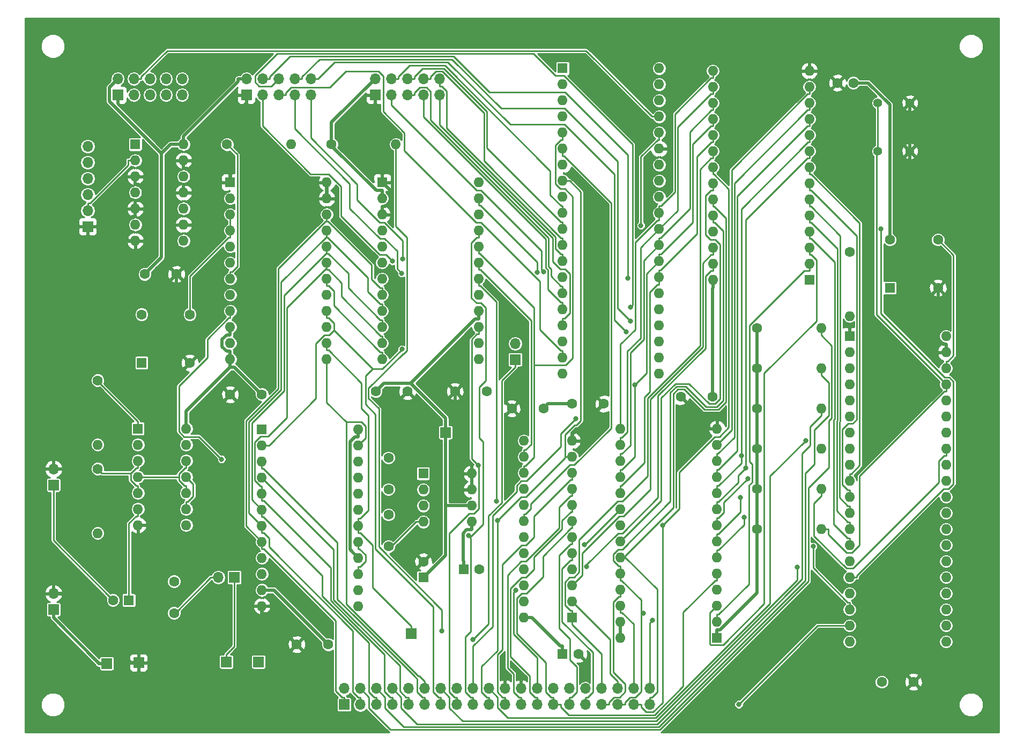
<source format=gbl>
G04 #@! TF.FileFunction,Copper,L2,Bot,Signal*
%FSLAX46Y46*%
G04 Gerber Fmt 4.6, Leading zero omitted, Abs format (unit mm)*
G04 Created by KiCad (PCBNEW 4.0.7) date 07/01/18 21:37:15*
%MOMM*%
%LPD*%
G01*
G04 APERTURE LIST*
%ADD10C,0.100000*%
%ADD11C,1.600000*%
%ADD12R,1.600000X1.600000*%
%ADD13R,1.700000X1.700000*%
%ADD14O,1.700000X1.700000*%
%ADD15O,1.600000X1.600000*%
%ADD16C,1.397000*%
%ADD17C,0.800000*%
%ADD18C,0.500000*%
%ADD19C,0.250000*%
%ADD20C,0.254000*%
G04 APERTURE END LIST*
D10*
D11*
X185890000Y-135410000D03*
X190890000Y-135410000D03*
X88000000Y-90000000D03*
X83000000Y-90000000D03*
X137000000Y-91500000D03*
X142000000Y-91500000D03*
X127470000Y-92230000D03*
X132470000Y-92230000D03*
X118500000Y-89500000D03*
X123500000Y-89500000D03*
X98500000Y-129500000D03*
X93500000Y-129500000D03*
X106000000Y-89500000D03*
X111000000Y-89500000D03*
X154140000Y-90325000D03*
X159140000Y-90325000D03*
X69500000Y-71000000D03*
X74500000Y-71000000D03*
X74130000Y-119535000D03*
X74130000Y-124535000D03*
X178905000Y-40795000D03*
X181405000Y-40795000D03*
X108000000Y-105000000D03*
X108000000Y-100000000D03*
X108000000Y-109000000D03*
X108000000Y-114000000D03*
D12*
X67000000Y-122500000D03*
D11*
X64500000Y-122500000D03*
D12*
X113500000Y-118900000D03*
D11*
X113500000Y-116400000D03*
D12*
X119850000Y-117630000D03*
D11*
X122350000Y-117630000D03*
D12*
X135500000Y-131000000D03*
D11*
X138000000Y-131000000D03*
D13*
X65240000Y-42700000D03*
D14*
X65240000Y-40160000D03*
X67780000Y-42700000D03*
X67780000Y-40160000D03*
X70320000Y-42700000D03*
X70320000Y-40160000D03*
X72860000Y-42700000D03*
X72860000Y-40160000D03*
X75400000Y-42700000D03*
X75400000Y-40160000D03*
D13*
X85560000Y-42700000D03*
D14*
X85560000Y-40160000D03*
X88100000Y-42700000D03*
X88100000Y-40160000D03*
X90640000Y-42700000D03*
X90640000Y-40160000D03*
X93180000Y-42700000D03*
X93180000Y-40160000D03*
X95720000Y-42700000D03*
X95720000Y-40160000D03*
D13*
X105880000Y-42700000D03*
D14*
X105880000Y-40160000D03*
X108420000Y-42700000D03*
X108420000Y-40160000D03*
X110960000Y-42700000D03*
X110960000Y-40160000D03*
X113500000Y-42700000D03*
X113500000Y-40160000D03*
X116040000Y-42700000D03*
X116040000Y-40160000D03*
D13*
X82385000Y-132235000D03*
X87465000Y-132235000D03*
X117000000Y-96000000D03*
X63500000Y-132500000D03*
X68542000Y-132362000D03*
X111595000Y-127790000D03*
X55080000Y-104295000D03*
D14*
X55080000Y-101755000D03*
D13*
X101000000Y-139000000D03*
D14*
X101000000Y-136460000D03*
X103540000Y-139000000D03*
X103540000Y-136460000D03*
X106080000Y-139000000D03*
X106080000Y-136460000D03*
X108620000Y-139000000D03*
X108620000Y-136460000D03*
X111160000Y-139000000D03*
X111160000Y-136460000D03*
X113700000Y-139000000D03*
X113700000Y-136460000D03*
X116240000Y-139000000D03*
X116240000Y-136460000D03*
X118780000Y-139000000D03*
X118780000Y-136460000D03*
X121320000Y-139000000D03*
X121320000Y-136460000D03*
X123860000Y-139000000D03*
X123860000Y-136460000D03*
X126400000Y-139000000D03*
X126400000Y-136460000D03*
X128940000Y-139000000D03*
X128940000Y-136460000D03*
X131480000Y-139000000D03*
X131480000Y-136460000D03*
X134020000Y-139000000D03*
X134020000Y-136460000D03*
X136560000Y-139000000D03*
X136560000Y-136460000D03*
X139100000Y-139000000D03*
X139100000Y-136460000D03*
X141640000Y-139000000D03*
X141640000Y-136460000D03*
X144180000Y-139000000D03*
X144180000Y-136460000D03*
X146720000Y-139000000D03*
X146720000Y-136460000D03*
X149260000Y-139000000D03*
X149260000Y-136460000D03*
D13*
X55080000Y-123980000D03*
D14*
X55080000Y-121440000D03*
D13*
X83655000Y-118900000D03*
D14*
X81115000Y-118900000D03*
D13*
X128000000Y-84500000D03*
D14*
X128000000Y-81960000D03*
D11*
X166205000Y-92230000D03*
D15*
X176365000Y-92230000D03*
D11*
X166205000Y-85880000D03*
D15*
X176365000Y-85880000D03*
D11*
X82500000Y-50500000D03*
D15*
X92660000Y-50500000D03*
D11*
X166205000Y-79530000D03*
D15*
X176365000Y-79530000D03*
D11*
X180810000Y-67465000D03*
D15*
X180810000Y-77625000D03*
D11*
X166205000Y-98580000D03*
D15*
X176365000Y-98580000D03*
D11*
X166205000Y-111280000D03*
D15*
X176365000Y-111280000D03*
D11*
X166205000Y-104930000D03*
D15*
X176365000Y-104930000D03*
D11*
X99000000Y-50500000D03*
D15*
X109160000Y-50500000D03*
D11*
X62065000Y-101755000D03*
D15*
X62065000Y-111915000D03*
D11*
X62065000Y-87785000D03*
D15*
X62065000Y-97945000D03*
D16*
X185255000Y-43970000D03*
X190335000Y-43970000D03*
X185255000Y-51590000D03*
X190335000Y-51590000D03*
D12*
X187160000Y-73180000D03*
D11*
X187160000Y-65560000D03*
X194780000Y-65560000D03*
X194780000Y-73180000D03*
D12*
X180810000Y-80800000D03*
D15*
X196050000Y-129060000D03*
X180810000Y-83340000D03*
X196050000Y-126520000D03*
X180810000Y-85880000D03*
X196050000Y-123980000D03*
X180810000Y-88420000D03*
X196050000Y-121440000D03*
X180810000Y-90960000D03*
X196050000Y-118900000D03*
X180810000Y-93500000D03*
X196050000Y-116360000D03*
X180810000Y-96040000D03*
X196050000Y-113820000D03*
X180810000Y-98580000D03*
X196050000Y-111280000D03*
X180810000Y-101120000D03*
X196050000Y-108740000D03*
X180810000Y-103660000D03*
X196050000Y-106200000D03*
X180810000Y-106200000D03*
X196050000Y-103660000D03*
X180810000Y-108740000D03*
X196050000Y-101120000D03*
X180810000Y-111280000D03*
X196050000Y-98580000D03*
X180810000Y-113820000D03*
X196050000Y-96040000D03*
X180810000Y-116360000D03*
X196050000Y-93500000D03*
X180810000Y-118900000D03*
X196050000Y-90960000D03*
X180810000Y-121440000D03*
X196050000Y-88420000D03*
X180810000Y-123980000D03*
X196050000Y-85880000D03*
X180810000Y-126520000D03*
X196050000Y-83340000D03*
X180810000Y-129060000D03*
X196050000Y-80800000D03*
D12*
X83000000Y-56500000D03*
D15*
X98240000Y-84440000D03*
X83000000Y-59040000D03*
X98240000Y-81900000D03*
X83000000Y-61580000D03*
X98240000Y-79360000D03*
X83000000Y-64120000D03*
X98240000Y-76820000D03*
X83000000Y-66660000D03*
X98240000Y-74280000D03*
X83000000Y-69200000D03*
X98240000Y-71740000D03*
X83000000Y-71740000D03*
X98240000Y-69200000D03*
X83000000Y-74280000D03*
X98240000Y-66660000D03*
X83000000Y-76820000D03*
X98240000Y-64120000D03*
X83000000Y-79360000D03*
X98240000Y-61580000D03*
X83000000Y-81900000D03*
X98240000Y-59040000D03*
X83000000Y-84440000D03*
X98240000Y-56500000D03*
D12*
X69000000Y-85000000D03*
D11*
X69000000Y-77380000D03*
X76620000Y-77380000D03*
X76620000Y-85000000D03*
D12*
X135500000Y-38500000D03*
D15*
X150740000Y-86760000D03*
X135500000Y-41040000D03*
X150740000Y-84220000D03*
X135500000Y-43580000D03*
X150740000Y-81680000D03*
X135500000Y-46120000D03*
X150740000Y-79140000D03*
X135500000Y-48660000D03*
X150740000Y-76600000D03*
X135500000Y-51200000D03*
X150740000Y-74060000D03*
X135500000Y-53740000D03*
X150740000Y-71520000D03*
X135500000Y-56280000D03*
X150740000Y-68980000D03*
X135500000Y-58820000D03*
X150740000Y-66440000D03*
X135500000Y-61360000D03*
X150740000Y-63900000D03*
X135500000Y-63900000D03*
X150740000Y-61360000D03*
X135500000Y-66440000D03*
X150740000Y-58820000D03*
X135500000Y-68980000D03*
X150740000Y-56280000D03*
X135500000Y-71520000D03*
X150740000Y-53740000D03*
X135500000Y-74060000D03*
X150740000Y-51200000D03*
X135500000Y-76600000D03*
X150740000Y-48660000D03*
X135500000Y-79140000D03*
X150740000Y-46120000D03*
X135500000Y-81680000D03*
X150740000Y-43580000D03*
X135500000Y-84220000D03*
X150740000Y-41040000D03*
X135500000Y-86760000D03*
X150740000Y-38500000D03*
D12*
X136995000Y-125250000D03*
D15*
X129375000Y-97310000D03*
X136995000Y-122710000D03*
X129375000Y-99850000D03*
X136995000Y-120170000D03*
X129375000Y-102390000D03*
X136995000Y-117630000D03*
X129375000Y-104930000D03*
X136995000Y-115090000D03*
X129375000Y-107470000D03*
X136995000Y-112550000D03*
X129375000Y-110010000D03*
X136995000Y-110010000D03*
X129375000Y-112550000D03*
X136995000Y-107470000D03*
X129375000Y-115090000D03*
X136995000Y-104930000D03*
X129375000Y-117630000D03*
X136995000Y-102390000D03*
X129375000Y-120170000D03*
X136995000Y-99850000D03*
X129375000Y-122710000D03*
X136995000Y-97310000D03*
X129375000Y-125250000D03*
D12*
X88000000Y-95500000D03*
D15*
X103240000Y-123440000D03*
X88000000Y-98040000D03*
X103240000Y-120900000D03*
X88000000Y-100580000D03*
X103240000Y-118360000D03*
X88000000Y-103120000D03*
X103240000Y-115820000D03*
X88000000Y-105660000D03*
X103240000Y-113280000D03*
X88000000Y-108200000D03*
X103240000Y-110740000D03*
X88000000Y-110740000D03*
X103240000Y-108200000D03*
X88000000Y-113280000D03*
X103240000Y-105660000D03*
X88000000Y-115820000D03*
X103240000Y-103120000D03*
X88000000Y-118360000D03*
X103240000Y-100580000D03*
X88000000Y-120900000D03*
X103240000Y-98040000D03*
X88000000Y-123440000D03*
X103240000Y-95500000D03*
D12*
X107000000Y-56500000D03*
D15*
X122240000Y-84440000D03*
X107000000Y-59040000D03*
X122240000Y-81900000D03*
X107000000Y-61580000D03*
X122240000Y-79360000D03*
X107000000Y-64120000D03*
X122240000Y-76820000D03*
X107000000Y-66660000D03*
X122240000Y-74280000D03*
X107000000Y-69200000D03*
X122240000Y-71740000D03*
X107000000Y-71740000D03*
X122240000Y-69200000D03*
X107000000Y-74280000D03*
X122240000Y-66660000D03*
X107000000Y-76820000D03*
X122240000Y-64120000D03*
X107000000Y-79360000D03*
X122240000Y-61580000D03*
X107000000Y-81900000D03*
X122240000Y-59040000D03*
X107000000Y-84440000D03*
X122240000Y-56500000D03*
D12*
X68000000Y-50500000D03*
D15*
X75620000Y-65740000D03*
X68000000Y-53040000D03*
X75620000Y-63200000D03*
X68000000Y-55580000D03*
X75620000Y-60660000D03*
X68000000Y-58120000D03*
X75620000Y-58120000D03*
X68000000Y-60660000D03*
X75620000Y-55580000D03*
X68000000Y-63200000D03*
X75620000Y-53040000D03*
X68000000Y-65740000D03*
X75620000Y-50500000D03*
D12*
X174460000Y-71910000D03*
D15*
X159220000Y-38890000D03*
X174460000Y-69370000D03*
X159220000Y-41430000D03*
X174460000Y-66830000D03*
X159220000Y-43970000D03*
X174460000Y-64290000D03*
X159220000Y-46510000D03*
X174460000Y-61750000D03*
X159220000Y-49050000D03*
X174460000Y-59210000D03*
X159220000Y-51590000D03*
X174460000Y-56670000D03*
X159220000Y-54130000D03*
X174460000Y-54130000D03*
X159220000Y-56670000D03*
X174460000Y-51590000D03*
X159220000Y-59210000D03*
X174460000Y-49050000D03*
X159220000Y-61750000D03*
X174460000Y-46510000D03*
X159220000Y-64290000D03*
X174460000Y-43970000D03*
X159220000Y-66830000D03*
X174460000Y-41430000D03*
X159220000Y-69370000D03*
X174460000Y-38890000D03*
X159220000Y-71910000D03*
D12*
X159855000Y-128425000D03*
D15*
X144615000Y-95405000D03*
X159855000Y-125885000D03*
X144615000Y-97945000D03*
X159855000Y-123345000D03*
X144615000Y-100485000D03*
X159855000Y-120805000D03*
X144615000Y-103025000D03*
X159855000Y-118265000D03*
X144615000Y-105565000D03*
X159855000Y-115725000D03*
X144615000Y-108105000D03*
X159855000Y-113185000D03*
X144615000Y-110645000D03*
X159855000Y-110645000D03*
X144615000Y-113185000D03*
X159855000Y-108105000D03*
X144615000Y-115725000D03*
X159855000Y-105565000D03*
X144615000Y-118265000D03*
X159855000Y-103025000D03*
X144615000Y-120805000D03*
X159855000Y-100485000D03*
X144615000Y-123345000D03*
X159855000Y-97945000D03*
X144615000Y-125885000D03*
X159855000Y-95405000D03*
X144615000Y-128425000D03*
D12*
X113500000Y-102500000D03*
D15*
X121120000Y-110120000D03*
X113500000Y-105040000D03*
X121120000Y-107580000D03*
X113500000Y-107580000D03*
X121120000Y-105040000D03*
X113500000Y-110120000D03*
X121120000Y-102500000D03*
D12*
X68415000Y-95405000D03*
D15*
X76035000Y-110645000D03*
X68415000Y-97945000D03*
X76035000Y-108105000D03*
X68415000Y-100485000D03*
X76035000Y-105565000D03*
X68415000Y-103025000D03*
X76035000Y-103025000D03*
X68415000Y-105565000D03*
X76035000Y-100485000D03*
X68415000Y-108105000D03*
X76035000Y-97945000D03*
X68415000Y-110645000D03*
X76035000Y-95405000D03*
D13*
X60500000Y-63500000D03*
D14*
X60500000Y-60960000D03*
X60500000Y-58420000D03*
X60500000Y-55880000D03*
X60500000Y-53340000D03*
X60500000Y-50800000D03*
D17*
X108643100Y-68949200D03*
X145796300Y-71656300D03*
X146213700Y-76180700D03*
X110076800Y-70871600D03*
X146246600Y-78422700D03*
X110197800Y-68601600D03*
X145540800Y-80146100D03*
X132483400Y-70656100D03*
X131474800Y-70735500D03*
X147859700Y-63319700D03*
X110138600Y-82843000D03*
X146922700Y-88489600D03*
X172548900Y-117265400D03*
X122188300Y-101216500D03*
X121331800Y-128731900D03*
X163711400Y-99712500D03*
X120629200Y-112284900D03*
X137617100Y-93814500D03*
X164440200Y-101585300D03*
X125198100Y-109908800D03*
X173865300Y-97299900D03*
X164745200Y-103288000D03*
X163596700Y-106286500D03*
X164174300Y-109380900D03*
X128120400Y-120920400D03*
X116440100Y-127398300D03*
X185782900Y-63860300D03*
X148227700Y-124597700D03*
X151282700Y-110695100D03*
X175059800Y-114010200D03*
X163315800Y-138964800D03*
X149716600Y-125654800D03*
X81626200Y-100232300D03*
X125018200Y-106850800D03*
X138940800Y-113704700D03*
X139304900Y-117165200D03*
D18*
X82456100Y-83189700D02*
X83000000Y-83189700D01*
X81719700Y-82453300D02*
X82456100Y-83189700D01*
X81719700Y-81343600D02*
X81719700Y-82453300D01*
X82453000Y-80610300D02*
X81719700Y-81343600D01*
X83000000Y-80610300D02*
X82453000Y-80610300D01*
X83000000Y-79360000D02*
X83000000Y-80610300D01*
X159220000Y-71910000D02*
X159220000Y-73160300D01*
X166205000Y-79530000D02*
X166205000Y-85880000D01*
X62199700Y-132400000D02*
X62199700Y-132500000D01*
X55080000Y-125280300D02*
X62199700Y-132400000D01*
X55080000Y-123980000D02*
X55080000Y-125280300D01*
X63500000Y-132500000D02*
X62199700Y-132500000D01*
X187160000Y-44225200D02*
X187160000Y-65560000D01*
X183729800Y-40795000D02*
X187160000Y-44225200D01*
X181405000Y-40795000D02*
X183729800Y-40795000D01*
X83000000Y-84440000D02*
X83000000Y-83189700D01*
X159140000Y-73240300D02*
X159140000Y-90325000D01*
X159220000Y-73160300D02*
X159140000Y-73240300D01*
X83690300Y-85690300D02*
X83000000Y-85690300D01*
X88000000Y-90000000D02*
X83690300Y-85690300D01*
X83000000Y-84440000D02*
X83000000Y-85690300D01*
X76035000Y-92655300D02*
X83000000Y-85690300D01*
X76035000Y-95405000D02*
X76035000Y-92655300D01*
X89900000Y-120900000D02*
X98500000Y-129500000D01*
X88000000Y-120900000D02*
X89900000Y-120900000D01*
X102696100Y-96750300D02*
X103240000Y-96750300D01*
X101950400Y-97496000D02*
X102696100Y-96750300D01*
X101950400Y-114530400D02*
X101950400Y-97496000D01*
X103240000Y-115820000D02*
X101950400Y-114530400D01*
X103240000Y-95500000D02*
X103240000Y-96750300D01*
X121120000Y-110120000D02*
X121120000Y-111370300D01*
X119850000Y-117630000D02*
X119850000Y-116379700D01*
X159855000Y-128425000D02*
X159855000Y-127174700D01*
X166205000Y-104930000D02*
X166205000Y-98580000D01*
X135125000Y-129749700D02*
X135500000Y-129749700D01*
X130625300Y-125250000D02*
X135125000Y-129749700D01*
X129375000Y-125250000D02*
X130625300Y-125250000D01*
X135500000Y-131000000D02*
X135500000Y-129749700D01*
X166205000Y-98580000D02*
X166205000Y-92230000D01*
X166205000Y-92230000D02*
X166205000Y-85880000D01*
X107000000Y-59040000D02*
X107000000Y-57789700D01*
X144615000Y-128425000D02*
X144615000Y-125885000D01*
X99000000Y-50745500D02*
X99000000Y-50500000D01*
X106044200Y-57789700D02*
X99000000Y-50745500D01*
X107000000Y-57789700D02*
X106044200Y-57789700D01*
X99000000Y-47040000D02*
X105880000Y-40160000D01*
X99000000Y-50500000D02*
X99000000Y-47040000D01*
X119766900Y-116296600D02*
X119850000Y-116379700D01*
X119766900Y-111944700D02*
X119766900Y-116296600D01*
X120341300Y-111370300D02*
X119766900Y-111944700D01*
X121120000Y-111370300D02*
X120341300Y-111370300D01*
X84259700Y-40610000D02*
X84259700Y-40160000D01*
X75620000Y-49249700D02*
X84259700Y-40610000D01*
X75620000Y-50500000D02*
X75620000Y-49249700D01*
X85560000Y-40160000D02*
X84259700Y-40160000D01*
X72142100Y-68357900D02*
X72142100Y-51945100D01*
X69500000Y-71000000D02*
X72142100Y-68357900D01*
X63930800Y-41469200D02*
X65240000Y-40160000D01*
X63930800Y-43733800D02*
X63930800Y-41469200D01*
X72142100Y-51945100D02*
X63930800Y-43733800D01*
X73587200Y-50500000D02*
X75620000Y-50500000D01*
X72142100Y-51945100D02*
X73587200Y-50500000D01*
X133200000Y-91500000D02*
X132470000Y-92230000D01*
X137000000Y-91500000D02*
X133200000Y-91500000D01*
X166205000Y-121367500D02*
X166205000Y-111280000D01*
X160397800Y-127174700D02*
X166205000Y-121367500D01*
X159855000Y-127174700D02*
X160397800Y-127174700D01*
X166205000Y-111280000D02*
X166205000Y-104930000D01*
X121120000Y-102500000D02*
X121120000Y-105040000D01*
X118500000Y-98629700D02*
X118500000Y-89500000D01*
X121120000Y-101249700D02*
X118500000Y-98629700D01*
X121120000Y-102500000D02*
X121120000Y-101249700D01*
X136995000Y-97310000D02*
X136995000Y-96059700D01*
X107000000Y-61580000D02*
X107000000Y-60329700D01*
X98240000Y-56500000D02*
X98240000Y-59040000D01*
X85560000Y-42700000D02*
X85560000Y-44000300D01*
X83000000Y-56500000D02*
X83000000Y-55249700D01*
X114750400Y-93250400D02*
X111000000Y-89500000D01*
X114750400Y-115149600D02*
X114750400Y-93250400D01*
X113500000Y-116400000D02*
X114750400Y-115149600D01*
X108289600Y-57789600D02*
X107000000Y-56500000D01*
X108289600Y-59584000D02*
X108289600Y-57789600D01*
X107543900Y-60329700D02*
X108289600Y-59584000D01*
X107000000Y-60329700D02*
X107543900Y-60329700D01*
X105880000Y-54129700D02*
X105880000Y-42700000D01*
X107000000Y-55249700D02*
X105880000Y-54129700D01*
X107000000Y-56500000D02*
X107000000Y-55249700D01*
X60500000Y-63500000D02*
X61800300Y-63500000D01*
X68543900Y-59409700D02*
X68000000Y-59409700D01*
X69289600Y-58664000D02*
X68543900Y-59409700D01*
X69289600Y-57572900D02*
X69289600Y-58664000D01*
X68547000Y-56830300D02*
X69289600Y-57572900D01*
X68000000Y-56830300D02*
X68547000Y-56830300D01*
X68000000Y-55580000D02*
X68000000Y-56830300D01*
X68000000Y-60660000D02*
X68000000Y-59409700D01*
X68000000Y-60660000D02*
X68000000Y-61910300D01*
X68000000Y-65740000D02*
X66749700Y-65740000D01*
X66749700Y-64489800D02*
X65844900Y-63585000D01*
X66749700Y-65740000D02*
X66749700Y-64489800D01*
X61885300Y-63585000D02*
X65844900Y-63585000D01*
X61800300Y-63500000D02*
X61885300Y-63585000D01*
X67519600Y-61910300D02*
X68000000Y-61910300D01*
X65844900Y-63585000D02*
X67519600Y-61910300D01*
X67241700Y-132301400D02*
X67241700Y-132362000D01*
X56380300Y-121440000D02*
X67241700Y-132301400D01*
X55080000Y-121440000D02*
X56380300Y-121440000D01*
X68542000Y-132362000D02*
X67241700Y-132362000D01*
X74500000Y-82880000D02*
X74500000Y-71000000D01*
X76620000Y-85000000D02*
X74500000Y-82880000D01*
X88690300Y-124690300D02*
X93500000Y-129500000D01*
X88000000Y-124690300D02*
X88690300Y-124690300D01*
X88000000Y-123440000D02*
X88000000Y-124690300D01*
X158604700Y-94789700D02*
X158604700Y-95405000D01*
X154140000Y-90325000D02*
X158604700Y-94789700D01*
X159855000Y-95405000D02*
X158604700Y-95405000D01*
X196050000Y-83340000D02*
X196050000Y-82089700D01*
X195506100Y-82089700D02*
X196050000Y-82089700D01*
X194780000Y-81363600D02*
X195506100Y-82089700D01*
X194780000Y-73180000D02*
X194780000Y-81363600D01*
X137440300Y-96059700D02*
X142000000Y-91500000D01*
X136995000Y-96059700D02*
X137440300Y-96059700D01*
X190335000Y-43970000D02*
X190335000Y-51590000D01*
X190335000Y-68735000D02*
X194780000Y-73180000D01*
X190335000Y-51590000D02*
X190335000Y-68735000D01*
X75620000Y-58120000D02*
X75620000Y-56869700D01*
X75620000Y-53040000D02*
X75620000Y-54290300D01*
X76870400Y-56166300D02*
X76870400Y-54996800D01*
X76167000Y-56869700D02*
X76870400Y-56166300D01*
X75620000Y-56869700D02*
X76167000Y-56869700D01*
X76163900Y-54290300D02*
X75620000Y-54290300D01*
X76870400Y-54996800D02*
X76163900Y-54290300D01*
X78380000Y-53487200D02*
X76870400Y-54996800D01*
X81237500Y-53487200D02*
X78380000Y-53487200D01*
X81237500Y-48322800D02*
X81237500Y-53487200D01*
X85560000Y-44000300D02*
X81237500Y-48322800D01*
X81237500Y-53487200D02*
X83000000Y-55249700D01*
X122240000Y-76820000D02*
X122240000Y-78070300D01*
X121698900Y-78070300D02*
X111520900Y-88248300D01*
X122240000Y-78070300D02*
X121698900Y-78070300D01*
X117000000Y-93727500D02*
X111520900Y-88248300D01*
X117000000Y-96000000D02*
X117000000Y-93727500D01*
X107251700Y-88248300D02*
X106000000Y-89500000D01*
X111520800Y-88248300D02*
X107251700Y-88248300D01*
X111520900Y-88248300D02*
X111520800Y-88248300D01*
X121120000Y-107580000D02*
X119869700Y-107580000D01*
X117000000Y-107580000D02*
X119869700Y-107580000D01*
X117000000Y-115400000D02*
X117000000Y-107580000D01*
X113500000Y-118900000D02*
X117000000Y-115400000D01*
X117000000Y-107580000D02*
X117000000Y-96000000D01*
D19*
X74304700Y-124535000D02*
X74130000Y-124535000D01*
X79939700Y-118900000D02*
X74304700Y-124535000D01*
X81115000Y-118900000D02*
X79939700Y-118900000D01*
X108494700Y-114000000D02*
X108000000Y-114000000D01*
X112374700Y-110120000D02*
X108494700Y-114000000D01*
X113500000Y-110120000D02*
X112374700Y-110120000D01*
X67000000Y-110364000D02*
X67000000Y-122500000D01*
X68133700Y-109230300D02*
X67000000Y-110364000D01*
X68415000Y-109230300D02*
X68133700Y-109230300D01*
X68415000Y-108105000D02*
X68415000Y-109230300D01*
X76035000Y-105565000D02*
X76035000Y-104439700D01*
X76035000Y-100485000D02*
X76035000Y-101610300D01*
X68415000Y-103025000D02*
X74909700Y-103025000D01*
X74909700Y-103595700D02*
X74909700Y-103025000D01*
X75753700Y-104439700D02*
X74909700Y-103595700D01*
X76035000Y-104439700D02*
X75753700Y-104439700D01*
X75827500Y-101610300D02*
X76035000Y-101610300D01*
X74909700Y-102528100D02*
X75827500Y-101610300D01*
X74909700Y-103025000D02*
X74909700Y-102528100D01*
X55080000Y-113080000D02*
X64500000Y-122500000D01*
X55080000Y-104295000D02*
X55080000Y-113080000D01*
X68955300Y-39792700D02*
X68955300Y-40160000D01*
X73026000Y-35722000D02*
X68955300Y-39792700D01*
X139216700Y-35722000D02*
X73026000Y-35722000D01*
X149614700Y-46120000D02*
X139216700Y-35722000D01*
X150740000Y-46120000D02*
X149614700Y-46120000D01*
X67780000Y-40160000D02*
X68955300Y-40160000D01*
X66874700Y-53787600D02*
X66874700Y-53040000D01*
X60877600Y-59784700D02*
X66874700Y-53787600D01*
X60500000Y-59784700D02*
X60877600Y-59784700D01*
X60500000Y-60960000D02*
X60500000Y-59784700D01*
X68000000Y-53040000D02*
X66874700Y-53040000D01*
X88100000Y-47606300D02*
X88100000Y-42700000D01*
X95693600Y-55199900D02*
X88100000Y-47606300D01*
X98551600Y-55199900D02*
X95693600Y-55199900D01*
X100520300Y-57168600D02*
X98551600Y-55199900D01*
X100520300Y-61832500D02*
X100520300Y-57168600D01*
X106617800Y-67930000D02*
X100520300Y-61832500D01*
X107623900Y-67930000D02*
X106617800Y-67930000D01*
X108643100Y-68949200D02*
X107623900Y-67930000D01*
X88100000Y-40160000D02*
X89275300Y-40160000D01*
X145796300Y-52208300D02*
X145796300Y-71656300D01*
X135898000Y-42310000D02*
X145796300Y-52208300D01*
X123974600Y-42310000D02*
X135898000Y-42310000D01*
X118289200Y-36624600D02*
X123974600Y-42310000D01*
X92443400Y-36624600D02*
X118289200Y-36624600D01*
X89275300Y-39792700D02*
X92443400Y-36624600D01*
X89275300Y-40160000D02*
X89275300Y-39792700D01*
X135500000Y-84220000D02*
X135500000Y-83094700D01*
X90640000Y-42700000D02*
X91815300Y-42700000D01*
X135218700Y-83094700D02*
X135500000Y-83094700D01*
X131884600Y-79760600D02*
X135218700Y-83094700D01*
X131884600Y-72173000D02*
X131884600Y-79760600D01*
X122561600Y-62850000D02*
X131884600Y-72173000D01*
X121838100Y-62850000D02*
X122561600Y-62850000D01*
X110510400Y-51522300D02*
X121838100Y-62850000D01*
X110510400Y-48668800D02*
X110510400Y-51522300D01*
X107150000Y-45308400D02*
X110510400Y-48668800D01*
X107150000Y-39739200D02*
X107150000Y-45308400D01*
X106395000Y-38984200D02*
X107150000Y-39739200D01*
X101294600Y-38984200D02*
X106395000Y-38984200D01*
X98754100Y-41524700D02*
X101294600Y-38984200D01*
X92623200Y-41524700D02*
X98754100Y-41524700D01*
X91815300Y-42332600D02*
X92623200Y-41524700D01*
X91815300Y-42700000D02*
X91815300Y-42332600D01*
X146521700Y-75872700D02*
X146213700Y-76180700D01*
X146521700Y-50454200D02*
X146521700Y-75872700D01*
X135692900Y-39625400D02*
X146521700Y-50454200D01*
X134374600Y-39625400D02*
X135692900Y-39625400D01*
X130923400Y-36174200D02*
X134374600Y-39625400D01*
X90410300Y-36174200D02*
X130923400Y-36174200D01*
X86924600Y-39659900D02*
X90410300Y-36174200D01*
X86924600Y-40685600D02*
X86924600Y-39659900D01*
X87584800Y-41345800D02*
X86924600Y-40685600D01*
X89454200Y-41345800D02*
X87584800Y-41345800D01*
X90640000Y-40160000D02*
X89454200Y-41345800D01*
X109368400Y-70163200D02*
X110076800Y-70871600D01*
X109368400Y-67371700D02*
X109368400Y-70163200D01*
X107386700Y-65390000D02*
X109368400Y-67371700D01*
X106665100Y-65390000D02*
X107386700Y-65390000D01*
X101887100Y-60612000D02*
X106665100Y-65390000D01*
X101887100Y-56716700D02*
X101887100Y-60612000D01*
X93180000Y-48009600D02*
X101887100Y-56716700D01*
X93180000Y-42700000D02*
X93180000Y-48009600D01*
X93180000Y-40160000D02*
X94355300Y-40160000D01*
X144186500Y-76362600D02*
X146246600Y-78422700D01*
X144186500Y-53211300D02*
X144186500Y-76362600D01*
X135825200Y-44850000D02*
X144186500Y-53211300D01*
X125818900Y-44850000D02*
X135825200Y-44850000D01*
X118043900Y-37075000D02*
X125818900Y-44850000D01*
X97073000Y-37075000D02*
X118043900Y-37075000D01*
X94355300Y-39792700D02*
X97073000Y-37075000D01*
X94355300Y-40160000D02*
X94355300Y-39792700D01*
X95720000Y-49506300D02*
X95720000Y-42700000D01*
X103062200Y-56848500D02*
X95720000Y-49506300D01*
X103062200Y-59281600D02*
X103062200Y-56848500D01*
X106630600Y-62850000D02*
X103062200Y-59281600D01*
X107321600Y-62850000D02*
X106630600Y-62850000D01*
X110197800Y-65726200D02*
X107321600Y-62850000D01*
X110197800Y-68601600D02*
X110197800Y-65726200D01*
X95720000Y-40160000D02*
X96895300Y-40160000D01*
X143689600Y-78294900D02*
X145540800Y-80146100D01*
X143689600Y-55257500D02*
X143689600Y-78294900D01*
X135822100Y-47390000D02*
X143689600Y-55257500D01*
X127212500Y-47390000D02*
X135822100Y-47390000D01*
X117382700Y-37560200D02*
X127212500Y-47390000D01*
X99495100Y-37560200D02*
X117382700Y-37560200D01*
X96895300Y-40160000D02*
X99495100Y-37560200D01*
X108420000Y-44293000D02*
X108420000Y-42700000D01*
X121897000Y-57770000D02*
X108420000Y-44293000D01*
X122626600Y-57770000D02*
X121897000Y-57770000D01*
X132180100Y-67323500D02*
X122626600Y-57770000D01*
X132180100Y-70352800D02*
X132180100Y-67323500D01*
X132483400Y-70656100D02*
X132180100Y-70352800D01*
X135500000Y-61360000D02*
X135500000Y-60234700D01*
X108420000Y-40160000D02*
X109595300Y-40160000D01*
X135289700Y-60234700D02*
X135500000Y-60234700D01*
X133551100Y-58496100D02*
X135289700Y-60234700D01*
X133551100Y-54704600D02*
X133551100Y-58496100D01*
X116897900Y-38051400D02*
X133551100Y-54704600D01*
X111336600Y-38051400D02*
X116897900Y-38051400D01*
X109595300Y-39792700D02*
X111336600Y-38051400D01*
X109595300Y-40160000D02*
X109595300Y-39792700D01*
X135500000Y-74060000D02*
X135500000Y-72934700D01*
X110960000Y-42700000D02*
X112135300Y-42700000D01*
X112135300Y-42332600D02*
X112135300Y-42700000D01*
X112943200Y-41524700D02*
X112135300Y-42332600D01*
X114025700Y-41524700D02*
X112943200Y-41524700D01*
X114675400Y-42174400D02*
X114025700Y-41524700D01*
X114675400Y-46707000D02*
X114675400Y-42174400D01*
X133249300Y-65280900D02*
X114675400Y-46707000D01*
X133249300Y-69759300D02*
X133249300Y-65280900D01*
X133659000Y-70169000D02*
X133249300Y-69759300D01*
X133659000Y-71353200D02*
X133659000Y-70169000D01*
X135240500Y-72934700D02*
X133659000Y-71353200D01*
X135500000Y-72934700D02*
X135240500Y-72934700D01*
X135500000Y-63900000D02*
X135500000Y-62774700D01*
X110960000Y-40160000D02*
X112135300Y-40160000D01*
X135218600Y-62774700D02*
X135500000Y-62774700D01*
X123533800Y-51089900D02*
X135218600Y-62774700D01*
X123533800Y-45324200D02*
X123533800Y-51089900D01*
X116742400Y-38532800D02*
X123533800Y-45324200D01*
X113395200Y-38532800D02*
X116742400Y-38532800D01*
X112135300Y-39792700D02*
X113395200Y-38532800D01*
X112135300Y-40160000D02*
X112135300Y-39792700D01*
X135500000Y-76600000D02*
X135500000Y-75474700D01*
X113500000Y-46168500D02*
X113500000Y-42700000D01*
X132798900Y-65467400D02*
X113500000Y-46168500D01*
X132798900Y-69945800D02*
X132798900Y-65467400D01*
X133208700Y-70355600D02*
X132798900Y-69945800D01*
X133208700Y-73464800D02*
X133208700Y-70355600D01*
X135218600Y-75474700D02*
X133208700Y-73464800D01*
X135500000Y-75474700D02*
X135218600Y-75474700D01*
X135500000Y-66440000D02*
X135500000Y-65314700D01*
X113500000Y-40160000D02*
X114675300Y-40160000D01*
X135251000Y-65314700D02*
X135500000Y-65314700D01*
X123083500Y-53147200D02*
X135251000Y-65314700D01*
X123083500Y-45541200D02*
X123083500Y-53147200D01*
X116527000Y-38984700D02*
X123083500Y-45541200D01*
X115483200Y-38984700D02*
X116527000Y-38984700D01*
X114675300Y-39792600D02*
X115483200Y-38984700D01*
X114675300Y-40160000D02*
X114675300Y-39792600D01*
X116040000Y-47434700D02*
X116040000Y-42700000D01*
X133924300Y-65319000D02*
X116040000Y-47434700D01*
X133924300Y-69057100D02*
X133924300Y-65319000D01*
X135117200Y-70250000D02*
X133924300Y-69057100D01*
X135890000Y-70250000D02*
X135117200Y-70250000D01*
X136632800Y-70992800D02*
X135890000Y-70250000D01*
X136632800Y-77163200D02*
X136632800Y-70992800D01*
X135781300Y-78014700D02*
X136632800Y-77163200D01*
X135500000Y-78014700D02*
X135781300Y-78014700D01*
X135500000Y-79140000D02*
X135500000Y-78014700D01*
X116407400Y-41335300D02*
X116040000Y-41335300D01*
X117215300Y-42143200D02*
X116407400Y-41335300D01*
X117215300Y-47973100D02*
X117215300Y-42143200D01*
X134374700Y-65132500D02*
X117215300Y-47973100D01*
X134374700Y-67010800D02*
X134374700Y-65132500D01*
X135218600Y-67854700D02*
X134374700Y-67010800D01*
X135500000Y-67854700D02*
X135218600Y-67854700D01*
X135500000Y-68980000D02*
X135500000Y-67854700D01*
X116040000Y-40160000D02*
X116040000Y-41335300D01*
X83655000Y-129789700D02*
X82385000Y-131059700D01*
X83655000Y-118900000D02*
X83655000Y-129789700D01*
X82385000Y-132235000D02*
X82385000Y-131059700D01*
X98240000Y-81900000D02*
X98240000Y-83025300D01*
X103240000Y-110740000D02*
X103240000Y-109614700D01*
X103521300Y-109614700D02*
X103240000Y-109614700D01*
X104856600Y-108279400D02*
X103521300Y-109614700D01*
X104856600Y-93313900D02*
X104856600Y-108279400D01*
X103727500Y-92184800D02*
X104856600Y-93313900D01*
X103727500Y-88231500D02*
X103727500Y-92184800D01*
X98521300Y-83025300D02*
X103727500Y-88231500D01*
X98240000Y-83025300D02*
X98521300Y-83025300D01*
X122240000Y-59040000D02*
X122240000Y-60165300D01*
X131474800Y-69118800D02*
X131474800Y-70735500D01*
X122521300Y-60165300D02*
X131474800Y-69118800D01*
X122240000Y-60165300D02*
X122521300Y-60165300D01*
X103521300Y-111865300D02*
X103240000Y-111865300D01*
X105500900Y-113844900D02*
X103521300Y-111865300D01*
X105500900Y-120520600D02*
X105500900Y-113844900D01*
X111595000Y-126614700D02*
X105500900Y-120520600D01*
X111595000Y-127790000D02*
X111595000Y-126614700D01*
X103240000Y-110740000D02*
X103240000Y-111865300D01*
X107000000Y-74280000D02*
X107000000Y-73154700D01*
X98240000Y-61580000D02*
X98240000Y-62705300D01*
X101000000Y-139000000D02*
X101000000Y-137824700D01*
X88000000Y-113842600D02*
X88000000Y-114405300D01*
X88000000Y-113280000D02*
X88000000Y-113842600D01*
X98018100Y-62705300D02*
X98240000Y-62705300D01*
X90589400Y-70134000D02*
X98018100Y-62705300D01*
X90589400Y-89098200D02*
X90589400Y-70134000D01*
X85523800Y-94163800D02*
X90589400Y-89098200D01*
X85523800Y-110803800D02*
X85523800Y-94163800D01*
X88000000Y-113280000D02*
X85523800Y-110803800D01*
X100632300Y-137824700D02*
X101000000Y-137824700D01*
X99661200Y-136853600D02*
X100632300Y-137824700D01*
X99661200Y-125785200D02*
X99661200Y-136853600D01*
X88281300Y-114405300D02*
X99661200Y-125785200D01*
X88000000Y-114405300D02*
X88281300Y-114405300D01*
X159855000Y-103025000D02*
X159855000Y-101899700D01*
X174460000Y-46510000D02*
X174460000Y-47635300D01*
X106718500Y-73154700D02*
X107000000Y-73154700D01*
X105364900Y-71801100D02*
X106718500Y-73154700D01*
X105364900Y-69574100D02*
X105364900Y-71801100D01*
X98496100Y-62705300D02*
X105364900Y-69574100D01*
X98240000Y-62705300D02*
X98496100Y-62705300D01*
X160136300Y-101899700D02*
X159855000Y-101899700D01*
X163089300Y-98946700D02*
X160136300Y-101899700D01*
X163089300Y-58724700D02*
X163089300Y-98946700D01*
X174178700Y-47635300D02*
X163089300Y-58724700D01*
X174460000Y-47635300D02*
X174178700Y-47635300D01*
X98240000Y-64120000D02*
X98240000Y-65174500D01*
X106718700Y-75694700D02*
X107000000Y-75694700D01*
X104756200Y-73732200D02*
X106718700Y-75694700D01*
X104756200Y-71584400D02*
X104756200Y-73732200D01*
X98346300Y-65174500D02*
X104756200Y-71584400D01*
X98240000Y-65174500D02*
X98346300Y-65174500D01*
X107000000Y-76820000D02*
X107000000Y-75694700D01*
X85974100Y-108714100D02*
X88000000Y-110740000D01*
X85974100Y-94350400D02*
X85974100Y-108714100D01*
X91039700Y-89284800D02*
X85974100Y-94350400D01*
X91039700Y-72253700D02*
X91039700Y-89284800D01*
X98118900Y-65174500D02*
X91039700Y-72253700D01*
X98240000Y-65174500D02*
X98118900Y-65174500D01*
X103172600Y-137824700D02*
X103540000Y-137824700D01*
X102364700Y-137016800D02*
X103172600Y-137824700D01*
X102364700Y-127340700D02*
X102364700Y-137016800D01*
X89125300Y-114101300D02*
X102364700Y-127340700D01*
X89125300Y-112709200D02*
X89125300Y-114101300D01*
X88281400Y-111865300D02*
X89125300Y-112709200D01*
X88000000Y-111865300D02*
X88281400Y-111865300D01*
X88000000Y-110740000D02*
X88000000Y-111865300D01*
X174460000Y-43970000D02*
X174460000Y-45095300D01*
X159855000Y-100485000D02*
X159855000Y-99359700D01*
X103540000Y-139000000D02*
X103540000Y-137824700D01*
X160037400Y-99359700D02*
X159855000Y-99359700D01*
X162639000Y-96758100D02*
X160037400Y-99359700D01*
X162639000Y-56635000D02*
X162639000Y-96758100D01*
X174178700Y-45095300D02*
X162639000Y-56635000D01*
X174460000Y-45095300D02*
X174178700Y-45095300D01*
X176365000Y-79530000D02*
X176365000Y-80655300D01*
X104904600Y-137824600D02*
X103540000Y-136460000D01*
X104904600Y-139540600D02*
X104904600Y-137824600D01*
X108319600Y-142955600D02*
X104904600Y-139540600D01*
X150853100Y-142955600D02*
X108319600Y-142955600D01*
X174334500Y-119474200D02*
X150853100Y-142955600D01*
X174334500Y-104731300D02*
X174334500Y-119474200D01*
X177540800Y-101525000D02*
X174334500Y-104731300D01*
X177540800Y-94155700D02*
X177540800Y-101525000D01*
X177991100Y-93705400D02*
X177540800Y-94155700D01*
X177991100Y-82281400D02*
X177991100Y-93705400D01*
X176365000Y-80655300D02*
X177991100Y-82281400D01*
X107000000Y-79360000D02*
X107000000Y-78234700D01*
X98240000Y-66660000D02*
X98240000Y-67714400D01*
X88000000Y-108200000D02*
X88000000Y-109325300D01*
X106718500Y-78234700D02*
X107000000Y-78234700D01*
X101664900Y-73181100D02*
X106718500Y-78234700D01*
X101664900Y-70928900D02*
X101664900Y-73181100D01*
X98450400Y-67714400D02*
X101664900Y-70928900D01*
X98240000Y-67714400D02*
X98450400Y-67714400D01*
X86424400Y-106624400D02*
X88000000Y-108200000D01*
X86424400Y-94537000D02*
X86424400Y-106624400D01*
X91490000Y-89471400D02*
X86424400Y-94537000D01*
X91490000Y-74358100D02*
X91490000Y-89471400D01*
X98133700Y-67714400D02*
X91490000Y-74358100D01*
X98240000Y-67714400D02*
X98133700Y-67714400D01*
X106080000Y-139000000D02*
X106080000Y-137824700D01*
X105712600Y-137824700D02*
X106080000Y-137824700D01*
X104904700Y-137016800D02*
X105712600Y-137824700D01*
X104904700Y-129243700D02*
X104904700Y-137016800D01*
X104904600Y-129243700D02*
X104904700Y-129243700D01*
X97502600Y-121841700D02*
X104904600Y-129243700D01*
X97502600Y-118600300D02*
X97502600Y-121841700D01*
X88227600Y-109325300D02*
X97502600Y-118600300D01*
X88000000Y-109325300D02*
X88227600Y-109325300D01*
X174460000Y-41430000D02*
X174460000Y-42555300D01*
X162188700Y-95611300D02*
X159855000Y-97945000D01*
X162188700Y-54545300D02*
X162188700Y-95611300D01*
X174178700Y-42555300D02*
X162188700Y-54545300D01*
X174460000Y-42555300D02*
X174178700Y-42555300D01*
X176365000Y-85880000D02*
X176365000Y-87005300D01*
X177540800Y-88181100D02*
X176365000Y-87005300D01*
X177540800Y-93293500D02*
X177540800Y-88181100D01*
X175239600Y-95594700D02*
X177540800Y-93293500D01*
X175239600Y-101010900D02*
X175239600Y-95594700D01*
X173796200Y-102454300D02*
X175239600Y-101010900D01*
X173796200Y-119375600D02*
X173796200Y-102454300D01*
X150666500Y-142505300D02*
X173796200Y-119375600D01*
X110407100Y-142505300D02*
X150666500Y-142505300D01*
X107444600Y-139542800D02*
X110407100Y-142505300D01*
X107444600Y-137824600D02*
X107444600Y-139542800D01*
X106080000Y-136460000D02*
X107444600Y-137824600D01*
X107000000Y-81900000D02*
X107000000Y-80774700D01*
X88000000Y-105660000D02*
X88000000Y-106785300D01*
X108620000Y-139000000D02*
X108620000Y-137824700D01*
X98521400Y-70325300D02*
X98240000Y-70325300D01*
X100580200Y-72384100D02*
X98521400Y-70325300D01*
X100580200Y-74559500D02*
X100580200Y-72384100D01*
X106795400Y-80774700D02*
X100580200Y-74559500D01*
X107000000Y-80774700D02*
X106795400Y-80774700D01*
X98240000Y-69762600D02*
X98240000Y-69658200D01*
X98240000Y-69200000D02*
X98240000Y-69658200D01*
X98240000Y-69762600D02*
X98240000Y-70043900D01*
X98240000Y-70043900D02*
X98240000Y-70325300D01*
X88000000Y-105660000D02*
X88000000Y-104534700D01*
X150740000Y-61360000D02*
X150740000Y-62485300D01*
X159220000Y-38890000D02*
X159220000Y-40015300D01*
X150740000Y-61360000D02*
X150740000Y-60234700D01*
X158938700Y-40015300D02*
X159220000Y-40015300D01*
X153243500Y-45710500D02*
X158938700Y-40015300D01*
X153243500Y-58012500D02*
X153243500Y-45710500D01*
X151021300Y-60234700D02*
X153243500Y-58012500D01*
X150740000Y-60234700D02*
X151021300Y-60234700D01*
X144615000Y-95405000D02*
X144615000Y-94279700D01*
X87807200Y-104534700D02*
X88000000Y-104534700D01*
X86874700Y-103602200D02*
X87807200Y-104534700D01*
X86874700Y-97530800D02*
X86874700Y-103602200D01*
X87780100Y-96625400D02*
X86874700Y-97530800D01*
X88959200Y-96625400D02*
X87780100Y-96625400D01*
X91940400Y-93644200D02*
X88959200Y-96625400D01*
X91940400Y-76343500D02*
X91940400Y-93644200D01*
X98240000Y-70043900D02*
X91940400Y-76343500D01*
X108252500Y-137824700D02*
X108620000Y-137824700D01*
X107390200Y-136962400D02*
X108252500Y-137824700D01*
X107390200Y-131092300D02*
X107390200Y-136962400D01*
X102214100Y-125916200D02*
X107390200Y-131092300D01*
X102214000Y-125916200D02*
X102214100Y-125916200D01*
X98847800Y-122550000D02*
X102214000Y-125916200D01*
X98847800Y-117351700D02*
X98847800Y-122550000D01*
X88281400Y-106785300D02*
X98847800Y-117351700D01*
X88000000Y-106785300D02*
X88281400Y-106785300D01*
X144615000Y-82099000D02*
X144615000Y-94279700D01*
X146972100Y-79741900D02*
X144615000Y-82099000D01*
X146972100Y-65971900D02*
X146972100Y-79741900D01*
X150458700Y-62485300D02*
X146972100Y-65971900D01*
X150740000Y-62485300D02*
X150458700Y-62485300D01*
X176365000Y-92230000D02*
X176365000Y-93355300D01*
X174590600Y-95129700D02*
X176365000Y-93355300D01*
X174590600Y-98092400D02*
X174590600Y-95129700D01*
X173345900Y-99337100D02*
X174590600Y-98092400D01*
X173345900Y-119189000D02*
X173345900Y-99337100D01*
X150479900Y-142055000D02*
X173345900Y-119189000D01*
X112521600Y-142055000D02*
X150479900Y-142055000D01*
X109984600Y-139518000D02*
X112521600Y-142055000D01*
X109984600Y-137824600D02*
X109984600Y-139518000D01*
X108620000Y-136460000D02*
X109984600Y-137824600D01*
X106718700Y-83314700D02*
X107000000Y-83314700D01*
X99365300Y-75961300D02*
X106718700Y-83314700D01*
X99365300Y-73709200D02*
X99365300Y-75961300D01*
X98521400Y-72865300D02*
X99365300Y-73709200D01*
X98240000Y-72865300D02*
X98521400Y-72865300D01*
X107000000Y-84440000D02*
X107000000Y-83314700D01*
X98240000Y-71740000D02*
X98240000Y-72865300D01*
X111160000Y-139000000D02*
X111160000Y-137824700D01*
X110767800Y-137824700D02*
X111160000Y-137824700D01*
X109795400Y-136852300D02*
X110767800Y-137824700D01*
X109795400Y-132860600D02*
X109795400Y-136852300D01*
X102400700Y-125465900D02*
X109795400Y-132860600D01*
X102400600Y-125465900D02*
X102400700Y-125465900D01*
X99352600Y-122417900D02*
X102400600Y-125465900D01*
X99352600Y-114472600D02*
X99352600Y-122417900D01*
X88000000Y-103120000D02*
X99352600Y-114472600D01*
X158938700Y-42555300D02*
X159220000Y-42555300D01*
X153693900Y-47800100D02*
X158938700Y-42555300D01*
X153693900Y-60946100D02*
X153693900Y-47800100D01*
X150740000Y-63900000D02*
X153693900Y-60946100D01*
X159220000Y-41430000D02*
X159220000Y-42555300D01*
X147806200Y-66833800D02*
X150740000Y-63900000D01*
X147806200Y-81125700D02*
X147806200Y-66833800D01*
X145740300Y-83191600D02*
X147806200Y-81125700D01*
X145740300Y-95975800D02*
X145740300Y-83191600D01*
X144896400Y-96819700D02*
X145740300Y-95975800D01*
X144615000Y-96819700D02*
X144896400Y-96819700D01*
X144615000Y-97945000D02*
X144615000Y-96819700D01*
X113700000Y-139000000D02*
X113700000Y-137824700D01*
X88000000Y-100580000D02*
X88000000Y-101705300D01*
X159220000Y-43970000D02*
X159220000Y-45095300D01*
X150740000Y-66440000D02*
X150740000Y-65314700D01*
X144615000Y-100485000D02*
X144615000Y-99359700D01*
X113332600Y-137824700D02*
X113700000Y-137824700D01*
X112524700Y-137016800D02*
X113332600Y-137824700D01*
X112524700Y-134953100D02*
X112524700Y-137016800D01*
X112074400Y-134502800D02*
X112524700Y-134953100D01*
X112074400Y-134502700D02*
X112074400Y-134502800D01*
X102587300Y-125015600D02*
X112074400Y-134502700D01*
X102587200Y-125015600D02*
X102587300Y-125015600D01*
X99934500Y-122362900D02*
X102587200Y-125015600D01*
X99934500Y-113428800D02*
X99934500Y-122362900D01*
X88211000Y-101705300D02*
X99934500Y-113428800D01*
X88000000Y-101705300D02*
X88211000Y-101705300D01*
X159015700Y-45095300D02*
X159220000Y-45095300D01*
X155599100Y-48511900D02*
X159015700Y-45095300D01*
X155599100Y-60659900D02*
X155599100Y-48511900D01*
X150944300Y-65314700D02*
X155599100Y-60659900D01*
X150740000Y-65314700D02*
X150944300Y-65314700D01*
X144896300Y-99359700D02*
X144615000Y-99359700D01*
X146197400Y-98058600D02*
X144896300Y-99359700D01*
X146197400Y-83448200D02*
X146197400Y-98058600D01*
X148322900Y-81322700D02*
X146197400Y-83448200D01*
X148322900Y-68857100D02*
X148322900Y-81322700D01*
X150740000Y-66440000D02*
X148322900Y-68857100D01*
X98240000Y-84440000D02*
X98240000Y-85565300D01*
X129375000Y-99850000D02*
X129375000Y-98724700D01*
X122240000Y-69200000D02*
X122240000Y-70325300D01*
X113700000Y-136460000D02*
X113700000Y-135284700D01*
X112863600Y-134448300D02*
X113700000Y-135284700D01*
X112656800Y-134448300D02*
X112863600Y-134448300D01*
X112656800Y-134448200D02*
X112656800Y-134448300D01*
X102773900Y-124565300D02*
X112656800Y-134448200D01*
X102773800Y-124565300D02*
X102773900Y-124565300D01*
X101325500Y-123117000D02*
X102773800Y-124565300D01*
X101325500Y-94337500D02*
X101325500Y-123117000D01*
X98240000Y-91252000D02*
X101325500Y-94337500D01*
X98240000Y-85565300D02*
X98240000Y-91252000D01*
X104390900Y-96889100D02*
X103240000Y-98040000D01*
X104390900Y-95055100D02*
X104390900Y-96889100D01*
X103673300Y-94337500D02*
X104390900Y-95055100D01*
X101325500Y-94337500D02*
X103673300Y-94337500D01*
X129656300Y-98724700D02*
X129375000Y-98724700D01*
X130518200Y-97862800D02*
X129656300Y-98724700D01*
X130518200Y-78322200D02*
X130518200Y-97862800D01*
X122521300Y-70325300D02*
X130518200Y-78322200D01*
X122240000Y-70325300D02*
X122521300Y-70325300D01*
X150740000Y-48660000D02*
X150740000Y-49785300D01*
X147859700Y-52446400D02*
X147859700Y-63319700D01*
X150520800Y-49785300D02*
X147859700Y-52446400D01*
X150740000Y-49785300D02*
X150520800Y-49785300D01*
X116240000Y-139000000D02*
X116240000Y-137824700D01*
X98240000Y-76820000D02*
X98240000Y-77945300D01*
X98629400Y-80630000D02*
X99365400Y-79894000D01*
X97893300Y-80630000D02*
X98629400Y-80630000D01*
X96514100Y-82009200D02*
X97893300Y-80630000D01*
X96514100Y-90651200D02*
X96514100Y-82009200D01*
X89125300Y-98040000D02*
X96514100Y-90651200D01*
X98521300Y-77945300D02*
X98240000Y-77945300D01*
X99365400Y-78789400D02*
X98521300Y-77945300D01*
X99365400Y-79894000D02*
X99365400Y-78789400D01*
X88000000Y-98040000D02*
X89125300Y-98040000D01*
X150740000Y-68980000D02*
X150740000Y-67854700D01*
X159220000Y-46510000D02*
X159220000Y-47635300D01*
X158938700Y-47635300D02*
X159220000Y-47635300D01*
X156049400Y-50524600D02*
X158938700Y-47635300D01*
X156049400Y-62826600D02*
X156049400Y-50524600D01*
X151021300Y-67854700D02*
X156049400Y-62826600D01*
X150740000Y-67854700D02*
X151021300Y-67854700D01*
X107046500Y-85998600D02*
X105470000Y-85998600D01*
X110138600Y-82906500D02*
X107046500Y-85998600D01*
X110138600Y-82843000D02*
X110138600Y-82906500D01*
X99365400Y-79894000D02*
X105470000Y-85998600D01*
X115872600Y-137824700D02*
X116240000Y-137824700D01*
X115064700Y-137016800D02*
X115872600Y-137824700D01*
X115064700Y-123556600D02*
X115064700Y-137016800D01*
X105951300Y-114443200D02*
X115064700Y-123556600D01*
X105951300Y-93134900D02*
X105951300Y-114443200D01*
X104392000Y-91575600D02*
X105951300Y-93134900D01*
X104392000Y-87076600D02*
X104392000Y-91575600D01*
X105470000Y-85998600D02*
X104392000Y-87076600D01*
X144615000Y-103025000D02*
X144615000Y-101899700D01*
X148773300Y-70946700D02*
X150740000Y-68980000D01*
X148773300Y-86639000D02*
X148773300Y-70946700D01*
X146922700Y-88489600D02*
X148773300Y-86639000D01*
X146922700Y-99873300D02*
X146922700Y-88489600D01*
X144896300Y-101899700D02*
X146922700Y-99873300D01*
X144615000Y-101899700D02*
X144896300Y-101899700D01*
X177490300Y-112125700D02*
X177490300Y-111280000D01*
X180376600Y-115012000D02*
X177490300Y-112125700D01*
X181215500Y-115012000D02*
X180376600Y-115012000D01*
X182385500Y-113842000D02*
X181215500Y-115012000D01*
X182385500Y-102928500D02*
X182385500Y-113842000D01*
X195768700Y-89545300D02*
X182385500Y-102928500D01*
X196050000Y-89545300D02*
X195768700Y-89545300D01*
X196050000Y-88420000D02*
X196050000Y-89545300D01*
X176365000Y-111280000D02*
X177490300Y-111280000D01*
X185255000Y-43970000D02*
X185255000Y-51590000D01*
X117604600Y-137824600D02*
X116240000Y-136460000D01*
X117604600Y-139518000D02*
X117604600Y-137824600D01*
X119691200Y-141604600D02*
X117604600Y-139518000D01*
X150293400Y-141604600D02*
X119691200Y-141604600D01*
X172548900Y-119349100D02*
X150293400Y-141604600D01*
X172548900Y-117265400D02*
X172548900Y-119349100D01*
X185057600Y-77427600D02*
X196050000Y-88420000D01*
X185057600Y-51787400D02*
X185057600Y-77427600D01*
X185255000Y-51590000D02*
X185057600Y-51787400D01*
X122240000Y-79360000D02*
X122240000Y-80485300D01*
X144615000Y-105565000D02*
X144615000Y-104439700D01*
X150740000Y-71520000D02*
X150740000Y-72645300D01*
X159220000Y-49050000D02*
X159220000Y-50175300D01*
X150740000Y-71520000D02*
X150740000Y-70394700D01*
X121114700Y-100142900D02*
X122188300Y-101216500D01*
X121114700Y-81329200D02*
X121114700Y-100142900D01*
X121958600Y-80485300D02*
X121114700Y-81329200D01*
X122240000Y-80485300D02*
X121958600Y-80485300D01*
X118780000Y-139000000D02*
X118780000Y-137824700D01*
X122253400Y-101281600D02*
X122188300Y-101216500D01*
X122253400Y-108083300D02*
X122253400Y-101281600D01*
X121486700Y-108850000D02*
X122253400Y-108083300D01*
X120719800Y-108850000D02*
X121486700Y-108850000D01*
X117604700Y-111965100D02*
X120719800Y-108850000D01*
X117604700Y-137016800D02*
X117604700Y-111965100D01*
X118412600Y-137824700D02*
X117604700Y-137016800D01*
X118780000Y-137824700D02*
X118412600Y-137824700D01*
X159015600Y-50175300D02*
X159220000Y-50175300D01*
X156743800Y-52447100D02*
X159015600Y-50175300D01*
X156743800Y-64631200D02*
X156743800Y-52447100D01*
X150980300Y-70394700D02*
X156743800Y-64631200D01*
X150740000Y-70394700D02*
X150980300Y-70394700D01*
X144819300Y-104439700D02*
X144615000Y-104439700D01*
X148454300Y-100804700D02*
X144819300Y-104439700D01*
X148454300Y-90440200D02*
X148454300Y-100804700D01*
X149282800Y-89611700D02*
X148454300Y-90440200D01*
X149282800Y-73821200D02*
X149282800Y-89611700D01*
X150458700Y-72645300D02*
X149282800Y-73821200D01*
X150740000Y-72645300D02*
X150458700Y-72645300D01*
X128000000Y-84500000D02*
X128000000Y-85675300D01*
X123820600Y-126243100D02*
X121331800Y-128731900D01*
X123820600Y-109167300D02*
X123820600Y-126243100D01*
X125877900Y-107110000D02*
X123820600Y-109167300D01*
X125877900Y-87797400D02*
X125877900Y-107110000D01*
X128000000Y-85675300D02*
X125877900Y-87797400D01*
X159855000Y-105565000D02*
X159855000Y-104439700D01*
X122240000Y-64120000D02*
X122240000Y-65245300D01*
X174460000Y-49050000D02*
X174460000Y-50175300D01*
X160136400Y-104439700D02*
X159855000Y-104439700D01*
X163711400Y-100864700D02*
X160136400Y-104439700D01*
X163711400Y-99712500D02*
X163711400Y-100864700D01*
X121320000Y-139000000D02*
X121320000Y-137824700D01*
X120867600Y-112523200D02*
X120629200Y-112284900D01*
X122913600Y-110477200D02*
X120867600Y-112523200D01*
X122913600Y-97447300D02*
X122913600Y-110477200D01*
X122372400Y-96906100D02*
X122913600Y-97447300D01*
X122372400Y-88840200D02*
X122372400Y-96906100D01*
X123390600Y-87822000D02*
X122372400Y-88840200D01*
X123390600Y-76312500D02*
X123390600Y-87822000D01*
X122628100Y-75550000D02*
X123390600Y-76312500D01*
X121890700Y-75550000D02*
X122628100Y-75550000D01*
X121103900Y-74763200D02*
X121890700Y-75550000D01*
X121103900Y-66100100D02*
X121103900Y-74763200D01*
X121958700Y-65245300D02*
X121103900Y-66100100D01*
X122240000Y-65245300D02*
X121958700Y-65245300D01*
X120952600Y-137824700D02*
X121320000Y-137824700D01*
X120144700Y-137016800D02*
X120952600Y-137824700D01*
X120144700Y-128292900D02*
X120144700Y-137016800D01*
X121007600Y-127430000D02*
X120144700Y-128292900D01*
X121007600Y-112761600D02*
X121007600Y-127430000D01*
X120867500Y-112621500D02*
X121007600Y-112761600D01*
X120867500Y-112523300D02*
X120867500Y-112621500D01*
X120867600Y-112523200D02*
X120867500Y-112523300D01*
X163711400Y-60719500D02*
X163711400Y-99712500D01*
X174255600Y-50175300D02*
X163711400Y-60719500D01*
X174460000Y-50175300D02*
X174255600Y-50175300D01*
X121320000Y-129771200D02*
X121320000Y-136460000D01*
X124449900Y-126641300D02*
X121320000Y-129771200D01*
X124449900Y-109174900D02*
X124449900Y-126641300D01*
X128249600Y-105375200D02*
X124449900Y-109174900D01*
X128249600Y-104393100D02*
X128249600Y-105375200D01*
X128982700Y-103660000D02*
X128249600Y-104393100D01*
X129764600Y-103660000D02*
X128982700Y-103660000D01*
X135191300Y-98233300D02*
X129764600Y-103660000D01*
X135191300Y-96240300D02*
X135191300Y-98233300D01*
X137617100Y-93814500D02*
X135191300Y-96240300D01*
X135500000Y-56280000D02*
X136625300Y-56280000D01*
X136995000Y-99850000D02*
X135869700Y-99850000D01*
X159855000Y-108105000D02*
X159855000Y-106979700D01*
X174460000Y-51590000D02*
X174460000Y-52715300D01*
X160136400Y-106979700D02*
X159855000Y-106979700D01*
X163194500Y-103921600D02*
X160136400Y-106979700D01*
X163194500Y-102831000D02*
X163194500Y-103921600D01*
X164440200Y-101585300D02*
X163194500Y-102831000D01*
X123860000Y-139000000D02*
X123860000Y-137824700D01*
X138358300Y-58013000D02*
X136625300Y-56280000D01*
X138358300Y-94149800D02*
X138358300Y-58013000D01*
X137660100Y-94848000D02*
X138358300Y-94149800D01*
X137378300Y-94848000D02*
X137660100Y-94848000D01*
X135869700Y-96356600D02*
X137378300Y-94848000D01*
X135869700Y-99850000D02*
X135869700Y-96356600D01*
X125198100Y-130460600D02*
X125198100Y-109908800D01*
X122684700Y-132974000D02*
X125198100Y-130460600D01*
X122684700Y-137016800D02*
X122684700Y-132974000D01*
X123492600Y-137824700D02*
X122684700Y-137016800D01*
X123860000Y-137824700D02*
X123492600Y-137824700D01*
X135869700Y-100042700D02*
X135869700Y-99850000D01*
X129712400Y-106200000D02*
X135869700Y-100042700D01*
X128906900Y-106200000D02*
X129712400Y-106200000D01*
X125198100Y-109908800D02*
X128906900Y-106200000D01*
X164440200Y-62453800D02*
X164440200Y-101585300D01*
X174178700Y-52715300D02*
X164440200Y-62453800D01*
X174460000Y-52715300D02*
X174178700Y-52715300D01*
X125224600Y-137824600D02*
X123860000Y-136460000D01*
X125224600Y-139490300D02*
X125224600Y-137824600D01*
X126827300Y-141093000D02*
X125224600Y-139490300D01*
X150168100Y-141093000D02*
X126827300Y-141093000D01*
X168257000Y-123004100D02*
X150168100Y-141093000D01*
X168257000Y-102908200D02*
X168257000Y-123004100D01*
X173865300Y-97299900D02*
X168257000Y-102908200D01*
X136995000Y-102390000D02*
X136995000Y-103515300D01*
X126400000Y-139000000D02*
X126400000Y-137824700D01*
X136713700Y-103515300D02*
X136995000Y-103515300D01*
X130967900Y-109261100D02*
X136713700Y-103515300D01*
X130967900Y-112561500D02*
X130967900Y-109261100D01*
X129709400Y-113820000D02*
X130967900Y-112561500D01*
X129053200Y-113820000D02*
X129709400Y-113820000D01*
X125986200Y-116887000D02*
X129053200Y-113820000D01*
X125986200Y-130309400D02*
X125986200Y-116887000D01*
X125224600Y-131071000D02*
X125986200Y-130309400D01*
X125224600Y-137041500D02*
X125224600Y-131071000D01*
X126007800Y-137824700D02*
X125224600Y-137041500D01*
X126400000Y-137824700D02*
X126007800Y-137824700D01*
X160980300Y-107052900D02*
X164745200Y-103288000D01*
X160980300Y-108675800D02*
X160980300Y-107052900D01*
X160136400Y-109519700D02*
X160980300Y-108675800D01*
X159855000Y-109519700D02*
X160136400Y-109519700D01*
X159855000Y-110645000D02*
X159855000Y-109519700D01*
X180810000Y-103660000D02*
X180810000Y-102534700D01*
X174460000Y-54130000D02*
X174460000Y-55255300D01*
X181091300Y-102534700D02*
X180810000Y-102534700D01*
X182385700Y-101240300D02*
X181091300Y-102534700D01*
X182385700Y-62899700D02*
X182385700Y-101240300D01*
X174741300Y-55255300D02*
X182385700Y-62899700D01*
X174460000Y-55255300D02*
X174741300Y-55255300D01*
X174460000Y-56670000D02*
X174460000Y-57795300D01*
X180810000Y-106200000D02*
X180810000Y-105074700D01*
X163596700Y-108599300D02*
X163596700Y-106286500D01*
X160136300Y-112059700D02*
X163596700Y-108599300D01*
X159855000Y-112059700D02*
X160136300Y-112059700D01*
X159855000Y-113185000D02*
X159855000Y-112059700D01*
X128572600Y-137824700D02*
X128940000Y-137824700D01*
X127764700Y-137016800D02*
X128572600Y-137824700D01*
X127764700Y-134149300D02*
X127764700Y-137016800D01*
X126802600Y-133187200D02*
X127764700Y-134149300D01*
X126802600Y-118530400D02*
X126802600Y-133187200D01*
X128973000Y-116360000D02*
X126802600Y-118530400D01*
X129696600Y-116360000D02*
X128973000Y-116360000D01*
X134968900Y-111087700D02*
X129696600Y-116360000D01*
X134968900Y-107800100D02*
X134968900Y-111087700D01*
X136713700Y-106055300D02*
X134968900Y-107800100D01*
X136995000Y-106055300D02*
X136713700Y-106055300D01*
X136995000Y-104930000D02*
X136995000Y-106055300D01*
X128940000Y-139000000D02*
X128940000Y-137824700D01*
X180528600Y-105074700D02*
X180810000Y-105074700D01*
X179684700Y-104230800D02*
X180528600Y-105074700D01*
X179684700Y-95517300D02*
X179684700Y-104230800D01*
X180576700Y-94625300D02*
X179684700Y-95517300D01*
X181276200Y-94625300D02*
X180576700Y-94625300D01*
X181935300Y-93966200D02*
X181276200Y-94625300D01*
X181935300Y-64989200D02*
X181935300Y-93966200D01*
X174741400Y-57795300D02*
X181935300Y-64989200D01*
X174460000Y-57795300D02*
X174741400Y-57795300D01*
X174460000Y-59210000D02*
X174460000Y-60335300D01*
X180810000Y-108740000D02*
X180810000Y-107614700D01*
X164174300Y-110561700D02*
X164174300Y-109380900D01*
X160136300Y-114599700D02*
X164174300Y-110561700D01*
X159855000Y-114599700D02*
X160136300Y-114599700D01*
X159855000Y-115725000D02*
X159855000Y-114599700D01*
X131112600Y-137824700D02*
X131480000Y-137824700D01*
X130304700Y-137016800D02*
X131112600Y-137824700D01*
X130304700Y-134490000D02*
X130304700Y-137016800D01*
X127273000Y-131458300D02*
X130304700Y-134490000D01*
X127273000Y-120640600D02*
X127273000Y-131458300D01*
X129013600Y-118900000D02*
X127273000Y-120640600D01*
X129723900Y-118900000D02*
X129013600Y-118900000D01*
X131012100Y-117611800D02*
X129723900Y-118900000D01*
X131012100Y-115683600D02*
X131012100Y-117611800D01*
X135419300Y-111276400D02*
X131012100Y-115683600D01*
X135419300Y-109956400D02*
X135419300Y-111276400D01*
X136780400Y-108595300D02*
X135419300Y-109956400D01*
X136995000Y-108595300D02*
X136780400Y-108595300D01*
X136995000Y-107470000D02*
X136995000Y-108595300D01*
X131480000Y-139000000D02*
X131480000Y-137824700D01*
X174741300Y-60335300D02*
X174460000Y-60335300D01*
X179342000Y-64936000D02*
X174741300Y-60335300D01*
X179342000Y-94265200D02*
X179342000Y-64936000D01*
X179234400Y-94372800D02*
X179342000Y-94265200D01*
X179234400Y-106320400D02*
X179234400Y-94372800D01*
X180528700Y-107614700D02*
X179234400Y-106320400D01*
X180810000Y-107614700D02*
X180528700Y-107614700D01*
X127723400Y-121317400D02*
X128120400Y-120920400D01*
X127723400Y-127872700D02*
X127723400Y-121317400D01*
X131480000Y-131629300D02*
X127723400Y-127872700D01*
X131480000Y-136460000D02*
X131480000Y-131629300D01*
X129375000Y-102390000D02*
X129375000Y-101264700D01*
X122240000Y-66660000D02*
X122240000Y-67785300D01*
X135500000Y-48660000D02*
X135500000Y-49785300D01*
X135218600Y-49785300D02*
X135500000Y-49785300D01*
X134374700Y-50629200D02*
X135218600Y-49785300D01*
X134374700Y-56766800D02*
X134374700Y-50629200D01*
X135157900Y-57550000D02*
X134374700Y-56766800D01*
X135856800Y-57550000D02*
X135157900Y-57550000D01*
X137097700Y-58790900D02*
X135856800Y-57550000D01*
X137097700Y-84271500D02*
X137097700Y-58790900D01*
X135972500Y-85396700D02*
X137097700Y-84271500D01*
X130968600Y-85396700D02*
X135972500Y-85396700D01*
X130968600Y-99952400D02*
X130968600Y-85396700D01*
X129656300Y-101264700D02*
X130968600Y-99952400D01*
X129375000Y-101264700D02*
X129656300Y-101264700D01*
X122457900Y-67785300D02*
X122240000Y-67785300D01*
X130968600Y-76296000D02*
X122457900Y-67785300D01*
X130968600Y-85396700D02*
X130968600Y-76296000D01*
X174460000Y-61750000D02*
X174460000Y-62875300D01*
X180810000Y-111280000D02*
X180810000Y-110154700D01*
X159855000Y-118265000D02*
X159855000Y-119390300D01*
X134020000Y-139000000D02*
X135195300Y-139000000D01*
X136995000Y-110010000D02*
X136995000Y-111135300D01*
X134020000Y-139000000D02*
X134020000Y-137824700D01*
X159573700Y-119390300D02*
X159855000Y-119390300D01*
X154543000Y-124421000D02*
X159573700Y-119390300D01*
X154543000Y-136074700D02*
X154543000Y-124421000D01*
X149988500Y-140629200D02*
X154543000Y-136074700D01*
X136457200Y-140629200D02*
X149988500Y-140629200D01*
X135195300Y-139367300D02*
X136457200Y-140629200D01*
X135195300Y-139000000D02*
X135195300Y-139367300D01*
X136812800Y-111135300D02*
X136995000Y-111135300D01*
X132395000Y-115553100D02*
X136812800Y-111135300D01*
X132395000Y-118816400D02*
X132395000Y-115553100D01*
X129771400Y-121440000D02*
X132395000Y-118816400D01*
X128991200Y-121440000D02*
X129771400Y-121440000D01*
X128232100Y-122199100D02*
X128991200Y-121440000D01*
X128232100Y-127744400D02*
X128232100Y-122199100D01*
X132844700Y-132357000D02*
X128232100Y-127744400D01*
X132844700Y-137016800D02*
X132844700Y-132357000D01*
X133652600Y-137824700D02*
X132844700Y-137016800D01*
X134020000Y-137824700D02*
X133652600Y-137824700D01*
X174741300Y-62875300D02*
X174460000Y-62875300D01*
X178891700Y-67025700D02*
X174741300Y-62875300D01*
X178891700Y-94078600D02*
X178891700Y-67025700D01*
X178784100Y-94186200D02*
X178891700Y-94078600D01*
X178784100Y-108410100D02*
X178784100Y-94186200D01*
X180528700Y-110154700D02*
X178784100Y-108410100D01*
X180810000Y-110154700D02*
X180528700Y-110154700D01*
X109160000Y-63456200D02*
X109160000Y-50500000D01*
X110928100Y-65224300D02*
X109160000Y-63456200D01*
X110928100Y-83079300D02*
X110928100Y-65224300D01*
X110439100Y-83568300D02*
X110928100Y-83079300D01*
X110276400Y-83568300D02*
X110439100Y-83568300D01*
X104842400Y-89002300D02*
X110276400Y-83568300D01*
X104842400Y-90625400D02*
X104842400Y-89002300D01*
X106478900Y-92261900D02*
X104842400Y-90625400D01*
X106478900Y-114083500D02*
X106478900Y-92261900D01*
X116440100Y-124044700D02*
X106478900Y-114083500D01*
X116440100Y-127398300D02*
X116440100Y-124044700D01*
X180810000Y-113820000D02*
X180810000Y-112694700D01*
X174460000Y-64290000D02*
X174460000Y-65415300D01*
X174741300Y-65415300D02*
X174460000Y-65415300D01*
X178441400Y-69115400D02*
X174741300Y-65415300D01*
X178441400Y-93892000D02*
X178441400Y-69115400D01*
X178331300Y-94002100D02*
X178441400Y-93892000D01*
X178331300Y-110497300D02*
X178331300Y-94002100D01*
X180528700Y-112694700D02*
X178331300Y-110497300D01*
X180810000Y-112694700D02*
X180528700Y-112694700D01*
X136927400Y-137824700D02*
X136560000Y-137824700D01*
X137735300Y-137016800D02*
X136927400Y-137824700D01*
X137735300Y-133033000D02*
X137735300Y-137016800D01*
X136625400Y-131923100D02*
X137735300Y-133033000D01*
X136625400Y-128652900D02*
X136625400Y-131923100D01*
X134929000Y-126956500D02*
X136625400Y-128652900D01*
X134929000Y-115460000D02*
X134929000Y-126956500D01*
X136713700Y-113675300D02*
X134929000Y-115460000D01*
X136995000Y-113675300D02*
X136713700Y-113675300D01*
X136995000Y-112550000D02*
X136995000Y-113675300D01*
X136560000Y-139000000D02*
X136560000Y-137824700D01*
X136995000Y-115090000D02*
X136995000Y-116215300D01*
X139100000Y-139000000D02*
X139100000Y-137824700D01*
X174741400Y-67955300D02*
X174460000Y-67955300D01*
X175585300Y-68799200D02*
X174741400Y-67955300D01*
X175585300Y-78404700D02*
X175585300Y-68799200D01*
X167330400Y-86659600D02*
X175585300Y-78404700D01*
X167330400Y-123072200D02*
X167330400Y-86659600D01*
X160852200Y-129550400D02*
X167330400Y-123072200D01*
X158856200Y-129550400D02*
X160852200Y-129550400D01*
X158729600Y-129423800D02*
X158856200Y-129550400D01*
X158729600Y-124470400D02*
X158729600Y-129423800D01*
X159855000Y-123345000D02*
X158729600Y-124470400D01*
X174460000Y-66830000D02*
X174460000Y-67955300D01*
X136773400Y-116215300D02*
X136995000Y-116215300D01*
X135416100Y-117572600D02*
X136773400Y-116215300D01*
X135416100Y-125903600D02*
X135416100Y-117572600D01*
X140275300Y-130762800D02*
X135416100Y-125903600D01*
X140275300Y-137016800D02*
X140275300Y-130762800D01*
X139467400Y-137824700D02*
X140275300Y-137016800D01*
X139100000Y-137824700D02*
X139467400Y-137824700D01*
X185782900Y-77204500D02*
X185782900Y-63860300D01*
X195873000Y-87294600D02*
X185782900Y-77204500D01*
X196557100Y-87294600D02*
X195873000Y-87294600D01*
X197222500Y-87960000D02*
X196557100Y-87294600D01*
X197222500Y-104134400D02*
X197222500Y-87960000D01*
X196426900Y-104930000D02*
X197222500Y-104134400D01*
X195624000Y-104930000D02*
X196426900Y-104930000D01*
X181935300Y-118618700D02*
X195624000Y-104930000D01*
X181935300Y-118900000D02*
X181935300Y-118618700D01*
X180810000Y-118900000D02*
X181935300Y-118900000D01*
X142815300Y-138632600D02*
X142815300Y-139000000D01*
X143623200Y-137824700D02*
X142815300Y-138632600D01*
X144499500Y-137824700D02*
X143623200Y-137824700D01*
X145365200Y-136959000D02*
X144499500Y-137824700D01*
X145365200Y-135745000D02*
X145365200Y-136959000D01*
X143489600Y-133869400D02*
X145365200Y-135745000D01*
X143489600Y-122774400D02*
X143489600Y-133869400D01*
X144333700Y-121930300D02*
X143489600Y-122774400D01*
X144615000Y-121930300D02*
X144333700Y-121930300D01*
X144615000Y-120805000D02*
X144615000Y-121930300D01*
X141640000Y-139000000D02*
X142815300Y-139000000D01*
X136995000Y-125250000D02*
X136995000Y-126375300D01*
X159220000Y-51590000D02*
X159220000Y-52715300D01*
X141640000Y-131020300D02*
X141640000Y-136460000D01*
X136995000Y-126375300D02*
X141640000Y-131020300D01*
X136995000Y-125250000D02*
X136995000Y-124124700D01*
X136713600Y-124124700D02*
X136995000Y-124124700D01*
X135869700Y-123280800D02*
X136713600Y-124124700D01*
X135869700Y-119624100D02*
X135869700Y-123280800D01*
X136593800Y-118900000D02*
X135869700Y-119624100D01*
X137318100Y-118900000D02*
X136593800Y-118900000D01*
X138129300Y-118088800D02*
X137318100Y-118900000D01*
X138129300Y-112991000D02*
X138129300Y-118088800D01*
X144211400Y-106908900D02*
X138129300Y-112991000D01*
X144929200Y-106908900D02*
X144211400Y-106908900D01*
X148904600Y-102933500D02*
X144929200Y-106908900D01*
X148904600Y-90626800D02*
X148904600Y-102933500D01*
X157194100Y-82337300D02*
X148904600Y-90626800D01*
X157194100Y-54459800D02*
X157194100Y-82337300D01*
X158938600Y-52715300D02*
X157194100Y-54459800D01*
X159220000Y-52715300D02*
X158938600Y-52715300D01*
X144180000Y-139000000D02*
X145355300Y-139000000D01*
X144615000Y-118827600D02*
X144615000Y-119390300D01*
X144615000Y-118827600D02*
X144615000Y-118265000D01*
X144615000Y-118265000D02*
X144615000Y-117139700D01*
X159220000Y-61750000D02*
X159220000Y-62875300D01*
X147895400Y-124597700D02*
X148227700Y-124597700D01*
X147895400Y-136949400D02*
X147895400Y-124597700D01*
X147020100Y-137824700D02*
X147895400Y-136949400D01*
X146163200Y-137824700D02*
X147020100Y-137824700D01*
X145355300Y-138632600D02*
X146163200Y-137824700D01*
X145355300Y-139000000D02*
X145355300Y-138632600D01*
X144820200Y-119390300D02*
X144615000Y-119390300D01*
X147895400Y-122465500D02*
X144820200Y-119390300D01*
X147895400Y-124597700D02*
X147895400Y-122465500D01*
X144333600Y-117139700D02*
X144615000Y-117139700D01*
X143489700Y-116295800D02*
X144333600Y-117139700D01*
X143489700Y-115220700D02*
X143489700Y-116295800D01*
X144255400Y-114455000D02*
X143489700Y-115220700D01*
X144942400Y-114455000D02*
X144255400Y-114455000D01*
X152515100Y-106882300D02*
X144942400Y-114455000D01*
X152515100Y-89715500D02*
X152515100Y-106882300D01*
X153492200Y-88738400D02*
X152515100Y-89715500D01*
X154931900Y-88738400D02*
X153492200Y-88738400D01*
X158141700Y-91948200D02*
X154931900Y-88738400D01*
X159838600Y-91948200D02*
X158141700Y-91948200D01*
X160837800Y-90949000D02*
X159838600Y-91948200D01*
X160837800Y-64218200D02*
X160837800Y-90949000D01*
X159494900Y-62875300D02*
X160837800Y-64218200D01*
X159220000Y-62875300D02*
X159494900Y-62875300D01*
X143039200Y-128754200D02*
X136995000Y-122710000D01*
X143039200Y-134143900D02*
X143039200Y-128754200D01*
X144180000Y-135284700D02*
X143039200Y-134143900D01*
X144180000Y-136460000D02*
X144180000Y-135284700D01*
X146720000Y-139000000D02*
X147895300Y-139000000D01*
X175059800Y-117385800D02*
X175059800Y-114010200D01*
X180528700Y-122854700D02*
X175059800Y-117385800D01*
X180810000Y-122854700D02*
X180528700Y-122854700D01*
X180810000Y-123980000D02*
X180810000Y-122854700D01*
X159220000Y-54130000D02*
X159220000Y-55255300D01*
X147895300Y-139367400D02*
X147895300Y-139000000D01*
X148703200Y-140175300D02*
X147895300Y-139367400D01*
X149805500Y-140175300D02*
X148703200Y-140175300D01*
X151282700Y-138698100D02*
X149805500Y-140175300D01*
X151282700Y-110695100D02*
X151282700Y-138698100D01*
X153893600Y-108084200D02*
X151282700Y-110695100D01*
X153893600Y-102303100D02*
X153893600Y-108084200D01*
X159521700Y-96675000D02*
X153893600Y-102303100D01*
X160231000Y-96675000D02*
X159521700Y-96675000D01*
X161738400Y-95167600D02*
X160231000Y-96675000D01*
X161738400Y-57576600D02*
X161738400Y-95167600D01*
X159417100Y-55255300D02*
X161738400Y-57576600D01*
X159220000Y-55255300D02*
X159417100Y-55255300D01*
X146720000Y-126294000D02*
X146720000Y-136460000D01*
X144896300Y-124470300D02*
X146720000Y-126294000D01*
X144615000Y-124470300D02*
X144896300Y-124470300D01*
X144615000Y-123345000D02*
X144615000Y-124470300D01*
X159220000Y-66830000D02*
X159220000Y-67955300D01*
X158938600Y-67955300D02*
X159220000Y-67955300D01*
X157644400Y-69249500D02*
X158938600Y-67955300D01*
X157644400Y-82523900D02*
X157644400Y-69249500D01*
X149354900Y-90813400D02*
X157644400Y-82523900D01*
X149354900Y-105020500D02*
X149354900Y-90813400D01*
X145145000Y-109230400D02*
X149354900Y-105020500D01*
X144419800Y-109230400D02*
X145145000Y-109230400D01*
X139666100Y-113984100D02*
X144419800Y-109230400D01*
X139666100Y-114005200D02*
X139666100Y-113984100D01*
X138579600Y-115091700D02*
X139666100Y-114005200D01*
X138579600Y-118585400D02*
X138579600Y-115091700D01*
X136995000Y-120170000D02*
X138579600Y-118585400D01*
X175760600Y-126520000D02*
X163315800Y-138964800D01*
X180810000Y-126520000D02*
X175760600Y-126520000D01*
X144615000Y-115725000D02*
X145410300Y-115725000D01*
X159220000Y-59210000D02*
X159220000Y-60335300D01*
X149260000Y-139000000D02*
X149260000Y-137824700D01*
X149627300Y-137824700D02*
X149260000Y-137824700D01*
X150462000Y-136990000D02*
X149627300Y-137824700D01*
X150462000Y-120776700D02*
X150462000Y-136990000D01*
X145410300Y-115725000D02*
X150462000Y-120776700D01*
X145410300Y-115474000D02*
X145410300Y-115725000D01*
X152965400Y-107918900D02*
X145410300Y-115474000D01*
X152965400Y-89902100D02*
X152965400Y-107918900D01*
X153678800Y-89188700D02*
X152965400Y-89902100D01*
X154665800Y-89188700D02*
X153678800Y-89188700D01*
X157881200Y-92404100D02*
X154665800Y-89188700D01*
X160079500Y-92404100D02*
X157881200Y-92404100D01*
X161288100Y-91195500D02*
X160079500Y-92404100D01*
X161288100Y-62206200D02*
X161288100Y-91195500D01*
X159417200Y-60335300D02*
X161288100Y-62206200D01*
X159220000Y-60335300D02*
X159417200Y-60335300D01*
X149260000Y-126111400D02*
X149260000Y-136460000D01*
X149716600Y-125654800D02*
X149260000Y-126111400D01*
X173616000Y-70495300D02*
X174460000Y-70495300D01*
X165035900Y-79075400D02*
X173616000Y-70495300D01*
X165035900Y-100597500D02*
X165035900Y-79075400D01*
X165471900Y-101033500D02*
X165035900Y-100597500D01*
X165471900Y-103804600D02*
X165471900Y-101033500D01*
X164899600Y-104376900D02*
X165471900Y-103804600D01*
X164899600Y-119996400D02*
X164899600Y-104376900D01*
X160136300Y-124759700D02*
X164899600Y-119996400D01*
X159855000Y-124759700D02*
X160136300Y-124759700D01*
X159855000Y-125885000D02*
X159855000Y-124759700D01*
X174460000Y-69370000D02*
X174460000Y-70495300D01*
X83281400Y-70614700D02*
X83000000Y-70614700D01*
X84125300Y-69770800D02*
X83281400Y-70614700D01*
X84125300Y-52125300D02*
X84125300Y-69770800D01*
X82500000Y-50500000D02*
X84125300Y-52125300D01*
X83000000Y-71740000D02*
X83000000Y-70614700D01*
X175183300Y-107237000D02*
X176365000Y-106055300D01*
X175183300Y-112363200D02*
X175183300Y-107237000D01*
X180306100Y-117486000D02*
X175183300Y-112363200D01*
X181318800Y-117486000D02*
X180306100Y-117486000D01*
X194924700Y-103880100D02*
X181318800Y-117486000D01*
X194924700Y-100549200D02*
X194924700Y-103880100D01*
X195768600Y-99705300D02*
X194924700Y-100549200D01*
X196050000Y-99705300D02*
X195768600Y-99705300D01*
X196050000Y-98580000D02*
X196050000Y-99705300D01*
X176365000Y-104930000D02*
X176365000Y-106055300D01*
X68415000Y-105565000D02*
X68415000Y-104439700D01*
X68415000Y-100485000D02*
X68415000Y-101610300D01*
X62764200Y-102454200D02*
X62065000Y-101755000D01*
X67289700Y-102454200D02*
X62764200Y-102454200D01*
X67289700Y-103595700D02*
X67289700Y-102454200D01*
X68133700Y-104439700D02*
X67289700Y-103595700D01*
X68415000Y-104439700D02*
X68133700Y-104439700D01*
X68133600Y-101610300D02*
X68415000Y-101610300D01*
X67289700Y-102454200D02*
X68133600Y-101610300D01*
X62065000Y-87929700D02*
X62065000Y-87785000D01*
X68415000Y-94279700D02*
X62065000Y-87929700D01*
X68415000Y-95405000D02*
X68415000Y-94279700D01*
X76316400Y-106979700D02*
X76035000Y-106979700D01*
X77160300Y-106135800D02*
X76316400Y-106979700D01*
X77160300Y-104150300D02*
X77160300Y-106135800D01*
X76035000Y-103025000D02*
X77160300Y-104150300D01*
X76035000Y-108105000D02*
X76035000Y-106979700D01*
X197202800Y-67982800D02*
X194780000Y-65560000D01*
X197202800Y-83883200D02*
X197202800Y-67982800D01*
X196331300Y-84754700D02*
X197202800Y-83883200D01*
X196050000Y-84754700D02*
X196331300Y-84754700D01*
X196050000Y-85880000D02*
X196050000Y-84754700D01*
X83000000Y-61580000D02*
X83000000Y-64120000D01*
X76620000Y-71344000D02*
X76620000Y-77380000D01*
X82718700Y-65245300D02*
X76620000Y-71344000D01*
X83000000Y-65245300D02*
X82718700Y-65245300D01*
X83000000Y-64120000D02*
X83000000Y-65245300D01*
X82718700Y-77945300D02*
X83000000Y-77945300D01*
X79384200Y-81279800D02*
X82718700Y-77945300D01*
X79384200Y-84154200D02*
X79384200Y-81279800D01*
X74898600Y-88639800D02*
X79384200Y-84154200D01*
X74898600Y-95860400D02*
X74898600Y-88639800D01*
X75713200Y-96675000D02*
X74898600Y-95860400D01*
X78068900Y-96675000D02*
X75713200Y-96675000D01*
X81626200Y-100232300D02*
X78068900Y-96675000D01*
X83000000Y-76820000D02*
X83000000Y-77945300D01*
X129375000Y-110010000D02*
X129375000Y-108884700D01*
X135500000Y-51200000D02*
X135500000Y-52325300D01*
X129656400Y-108884700D02*
X129375000Y-108884700D01*
X130500300Y-108040800D02*
X129656400Y-108884700D01*
X130500300Y-107275000D02*
X130500300Y-108040800D01*
X136655300Y-101120000D02*
X130500300Y-107275000D01*
X137362300Y-101120000D02*
X136655300Y-101120000D01*
X143158500Y-95323800D02*
X137362300Y-101120000D01*
X143158500Y-59803200D02*
X143158500Y-95323800D01*
X135680600Y-52325300D02*
X143158500Y-59803200D01*
X135500000Y-52325300D02*
X135680600Y-52325300D01*
X159220000Y-56670000D02*
X159220000Y-57795300D01*
X151024500Y-106775500D02*
X144615000Y-113185000D01*
X151024500Y-90569200D02*
X151024500Y-106775500D01*
X153305600Y-88288100D02*
X151024500Y-90569200D01*
X155454200Y-88288100D02*
X153305600Y-88288100D01*
X158660300Y-91494200D02*
X155454200Y-88288100D01*
X159605300Y-91494200D02*
X158660300Y-91494200D01*
X160362800Y-90736700D02*
X159605300Y-91494200D01*
X160362800Y-66318700D02*
X160362800Y-90736700D01*
X159604100Y-65560000D02*
X160362800Y-66318700D01*
X158849300Y-65560000D02*
X159604100Y-65560000D01*
X158094700Y-64805400D02*
X158849300Y-65560000D01*
X158094700Y-58639200D02*
X158094700Y-64805400D01*
X158938600Y-57795300D02*
X158094700Y-58639200D01*
X159220000Y-57795300D02*
X158938600Y-57795300D01*
X122240000Y-71740000D02*
X122240000Y-72865300D01*
X125018200Y-75362200D02*
X125018200Y-106850800D01*
X122521300Y-72865300D02*
X125018200Y-75362200D01*
X122240000Y-72865300D02*
X122521300Y-72865300D01*
X139015300Y-113704700D02*
X138940800Y-113704700D01*
X144615000Y-108105000D02*
X139015300Y-113704700D01*
X159220000Y-69370000D02*
X159220000Y-70495300D01*
X139304900Y-116882000D02*
X139304900Y-117165200D01*
X144271900Y-111915000D02*
X139304900Y-116882000D01*
X144938100Y-111915000D02*
X144271900Y-111915000D01*
X150574100Y-106279000D02*
X144938100Y-111915000D01*
X150574100Y-90231100D02*
X150574100Y-106279000D01*
X158094700Y-82710500D02*
X150574100Y-90231100D01*
X158094700Y-71339200D02*
X158094700Y-82710500D01*
X158938600Y-70495300D02*
X158094700Y-71339200D01*
X159220000Y-70495300D02*
X158938600Y-70495300D01*
X103521400Y-117234700D02*
X103240000Y-117234700D01*
X104365300Y-116390800D02*
X103521400Y-117234700D01*
X104365300Y-115353800D02*
X104365300Y-116390800D01*
X103416800Y-114405300D02*
X104365300Y-115353800D01*
X103240000Y-114405300D02*
X103416800Y-114405300D01*
X103240000Y-113280000D02*
X103240000Y-114405300D01*
X103240000Y-118360000D02*
X103240000Y-117234700D01*
D20*
G36*
X204373000Y-143373000D02*
X151026363Y-143373000D01*
X151172712Y-143275212D01*
X155339149Y-139108775D01*
X162588674Y-139108775D01*
X162699120Y-139376075D01*
X162903450Y-139580761D01*
X163170556Y-139691674D01*
X163459775Y-139691926D01*
X163727075Y-139581480D01*
X163927281Y-139381622D01*
X198072666Y-139381622D01*
X198365416Y-140090132D01*
X198907017Y-140632678D01*
X199615014Y-140926665D01*
X200381622Y-140927334D01*
X201090132Y-140634584D01*
X201632678Y-140092983D01*
X201926665Y-139384986D01*
X201927334Y-138618378D01*
X201634584Y-137909868D01*
X201092983Y-137367322D01*
X200384986Y-137073335D01*
X199618378Y-137072666D01*
X198909868Y-137365416D01*
X198367322Y-137907017D01*
X198073335Y-138615014D01*
X198072666Y-139381622D01*
X163927281Y-139381622D01*
X163931761Y-139377150D01*
X164042674Y-139110044D01*
X164042877Y-138876947D01*
X167286633Y-135633191D01*
X184762805Y-135633191D01*
X184934019Y-136047560D01*
X185250772Y-136364867D01*
X185664842Y-136536804D01*
X186113191Y-136537195D01*
X186402281Y-136417745D01*
X190061861Y-136417745D01*
X190135995Y-136663864D01*
X190673223Y-136856965D01*
X191243454Y-136829778D01*
X191644005Y-136663864D01*
X191718139Y-136417745D01*
X190890000Y-135589605D01*
X190061861Y-136417745D01*
X186402281Y-136417745D01*
X186527560Y-136365981D01*
X186844867Y-136049228D01*
X187016804Y-135635158D01*
X187017189Y-135193223D01*
X189443035Y-135193223D01*
X189470222Y-135763454D01*
X189636136Y-136164005D01*
X189882255Y-136238139D01*
X190710395Y-135410000D01*
X191069605Y-135410000D01*
X191897745Y-136238139D01*
X192143864Y-136164005D01*
X192336965Y-135626777D01*
X192309778Y-135056546D01*
X192143864Y-134655995D01*
X191897745Y-134581861D01*
X191069605Y-135410000D01*
X190710395Y-135410000D01*
X189882255Y-134581861D01*
X189636136Y-134655995D01*
X189443035Y-135193223D01*
X187017189Y-135193223D01*
X187017195Y-135186809D01*
X186845981Y-134772440D01*
X186529228Y-134455133D01*
X186401884Y-134402255D01*
X190061861Y-134402255D01*
X190890000Y-135230395D01*
X191718139Y-134402255D01*
X191644005Y-134156136D01*
X191106777Y-133963035D01*
X190536546Y-133990222D01*
X190135995Y-134156136D01*
X190061861Y-134402255D01*
X186401884Y-134402255D01*
X186115158Y-134283196D01*
X185666809Y-134282805D01*
X185252440Y-134454019D01*
X184935133Y-134770772D01*
X184763196Y-135184842D01*
X184762805Y-135633191D01*
X167286633Y-135633191D01*
X173859824Y-129060000D01*
X179660921Y-129060000D01*
X179746709Y-129491284D01*
X179991012Y-129856909D01*
X180356637Y-130101212D01*
X180787921Y-130187000D01*
X180832079Y-130187000D01*
X181263363Y-130101212D01*
X181628988Y-129856909D01*
X181873291Y-129491284D01*
X181959079Y-129060000D01*
X194900921Y-129060000D01*
X194986709Y-129491284D01*
X195231012Y-129856909D01*
X195596637Y-130101212D01*
X196027921Y-130187000D01*
X196072079Y-130187000D01*
X196503363Y-130101212D01*
X196868988Y-129856909D01*
X197113291Y-129491284D01*
X197199079Y-129060000D01*
X197113291Y-128628716D01*
X196868988Y-128263091D01*
X196503363Y-128018788D01*
X196072079Y-127933000D01*
X196027921Y-127933000D01*
X195596637Y-128018788D01*
X195231012Y-128263091D01*
X194986709Y-128628716D01*
X194900921Y-129060000D01*
X181959079Y-129060000D01*
X181873291Y-128628716D01*
X181628988Y-128263091D01*
X181263363Y-128018788D01*
X180832079Y-127933000D01*
X180787921Y-127933000D01*
X180356637Y-128018788D01*
X179991012Y-128263091D01*
X179746709Y-128628716D01*
X179660921Y-129060000D01*
X173859824Y-129060000D01*
X175947824Y-126972000D01*
X179760551Y-126972000D01*
X179991012Y-127316909D01*
X180356637Y-127561212D01*
X180787921Y-127647000D01*
X180832079Y-127647000D01*
X181263363Y-127561212D01*
X181628988Y-127316909D01*
X181873291Y-126951284D01*
X181959079Y-126520000D01*
X194900921Y-126520000D01*
X194986709Y-126951284D01*
X195231012Y-127316909D01*
X195596637Y-127561212D01*
X196027921Y-127647000D01*
X196072079Y-127647000D01*
X196503363Y-127561212D01*
X196868988Y-127316909D01*
X197113291Y-126951284D01*
X197199079Y-126520000D01*
X197113291Y-126088716D01*
X196868988Y-125723091D01*
X196503363Y-125478788D01*
X196072079Y-125393000D01*
X196027921Y-125393000D01*
X195596637Y-125478788D01*
X195231012Y-125723091D01*
X194986709Y-126088716D01*
X194900921Y-126520000D01*
X181959079Y-126520000D01*
X181873291Y-126088716D01*
X181628988Y-125723091D01*
X181263363Y-125478788D01*
X180832079Y-125393000D01*
X180787921Y-125393000D01*
X180356637Y-125478788D01*
X179991012Y-125723091D01*
X179760551Y-126068000D01*
X175760600Y-126068000D01*
X175587627Y-126102406D01*
X175440988Y-126200388D01*
X163403500Y-138237876D01*
X163171825Y-138237674D01*
X162904525Y-138348120D01*
X162699839Y-138552450D01*
X162588926Y-138819556D01*
X162588674Y-139108775D01*
X155339149Y-139108775D01*
X174654112Y-119793813D01*
X174752094Y-119647173D01*
X174756683Y-119624100D01*
X174786500Y-119474200D01*
X174786500Y-117751724D01*
X180127001Y-123092226D01*
X179991012Y-123183091D01*
X179746709Y-123548716D01*
X179660921Y-123980000D01*
X179746709Y-124411284D01*
X179991012Y-124776909D01*
X180356637Y-125021212D01*
X180787921Y-125107000D01*
X180832079Y-125107000D01*
X181263363Y-125021212D01*
X181628988Y-124776909D01*
X181873291Y-124411284D01*
X181959079Y-123980000D01*
X194900921Y-123980000D01*
X194986709Y-124411284D01*
X195231012Y-124776909D01*
X195596637Y-125021212D01*
X196027921Y-125107000D01*
X196072079Y-125107000D01*
X196503363Y-125021212D01*
X196868988Y-124776909D01*
X197113291Y-124411284D01*
X197199079Y-123980000D01*
X197113291Y-123548716D01*
X196868988Y-123183091D01*
X196503363Y-122938788D01*
X196072079Y-122853000D01*
X196027921Y-122853000D01*
X195596637Y-122938788D01*
X195231012Y-123183091D01*
X194986709Y-123548716D01*
X194900921Y-123980000D01*
X181959079Y-123980000D01*
X181873291Y-123548716D01*
X181628988Y-123183091D01*
X181263363Y-122938788D01*
X181262000Y-122938517D01*
X181262000Y-122854700D01*
X181227594Y-122681727D01*
X181129612Y-122535088D01*
X181098161Y-122514073D01*
X181263363Y-122481212D01*
X181628988Y-122236909D01*
X181873291Y-121871284D01*
X181959079Y-121440000D01*
X194900921Y-121440000D01*
X194986709Y-121871284D01*
X195231012Y-122236909D01*
X195596637Y-122481212D01*
X196027921Y-122567000D01*
X196072079Y-122567000D01*
X196503363Y-122481212D01*
X196868988Y-122236909D01*
X197113291Y-121871284D01*
X197199079Y-121440000D01*
X197113291Y-121008716D01*
X196868988Y-120643091D01*
X196503363Y-120398788D01*
X196072079Y-120313000D01*
X196027921Y-120313000D01*
X195596637Y-120398788D01*
X195231012Y-120643091D01*
X194986709Y-121008716D01*
X194900921Y-121440000D01*
X181959079Y-121440000D01*
X181873291Y-121008716D01*
X181628988Y-120643091D01*
X181263363Y-120398788D01*
X180832079Y-120313000D01*
X180787921Y-120313000D01*
X180356637Y-120398788D01*
X179991012Y-120643091D01*
X179746709Y-121008716D01*
X179676235Y-121363010D01*
X175511800Y-117198576D01*
X175511800Y-114586226D01*
X175675761Y-114422550D01*
X175786674Y-114155444D01*
X175786926Y-113866225D01*
X175676480Y-113598925D01*
X175472150Y-113394239D01*
X175205044Y-113283326D01*
X174915825Y-113283074D01*
X174786500Y-113336510D01*
X174786500Y-112567293D01*
X174863688Y-112682812D01*
X179986488Y-117805612D01*
X180133127Y-117903594D01*
X180253690Y-117927575D01*
X179991012Y-118103091D01*
X179746709Y-118468716D01*
X179660921Y-118900000D01*
X179746709Y-119331284D01*
X179991012Y-119696909D01*
X180356637Y-119941212D01*
X180787921Y-120027000D01*
X180832079Y-120027000D01*
X181263363Y-119941212D01*
X181628988Y-119696909D01*
X181859449Y-119352000D01*
X181935300Y-119352000D01*
X182108273Y-119317594D01*
X182254912Y-119219612D01*
X182352894Y-119072973D01*
X182387300Y-118900000D01*
X194900921Y-118900000D01*
X194986709Y-119331284D01*
X195231012Y-119696909D01*
X195596637Y-119941212D01*
X196027921Y-120027000D01*
X196072079Y-120027000D01*
X196503363Y-119941212D01*
X196868988Y-119696909D01*
X197113291Y-119331284D01*
X197199079Y-118900000D01*
X197113291Y-118468716D01*
X196868988Y-118103091D01*
X196503363Y-117858788D01*
X196072079Y-117773000D01*
X196027921Y-117773000D01*
X195596637Y-117858788D01*
X195231012Y-118103091D01*
X194986709Y-118468716D01*
X194900921Y-118900000D01*
X182387300Y-118900000D01*
X182387300Y-118805924D01*
X184833224Y-116360000D01*
X194900921Y-116360000D01*
X194986709Y-116791284D01*
X195231012Y-117156909D01*
X195596637Y-117401212D01*
X196027921Y-117487000D01*
X196072079Y-117487000D01*
X196503363Y-117401212D01*
X196868988Y-117156909D01*
X197113291Y-116791284D01*
X197199079Y-116360000D01*
X197113291Y-115928716D01*
X196868988Y-115563091D01*
X196503363Y-115318788D01*
X196072079Y-115233000D01*
X196027921Y-115233000D01*
X195596637Y-115318788D01*
X195231012Y-115563091D01*
X194986709Y-115928716D01*
X194900921Y-116360000D01*
X184833224Y-116360000D01*
X187373224Y-113820000D01*
X194900921Y-113820000D01*
X194986709Y-114251284D01*
X195231012Y-114616909D01*
X195596637Y-114861212D01*
X196027921Y-114947000D01*
X196072079Y-114947000D01*
X196503363Y-114861212D01*
X196868988Y-114616909D01*
X197113291Y-114251284D01*
X197199079Y-113820000D01*
X197113291Y-113388716D01*
X196868988Y-113023091D01*
X196503363Y-112778788D01*
X196072079Y-112693000D01*
X196027921Y-112693000D01*
X195596637Y-112778788D01*
X195231012Y-113023091D01*
X194986709Y-113388716D01*
X194900921Y-113820000D01*
X187373224Y-113820000D01*
X189913224Y-111280000D01*
X194900921Y-111280000D01*
X194986709Y-111711284D01*
X195231012Y-112076909D01*
X195596637Y-112321212D01*
X196027921Y-112407000D01*
X196072079Y-112407000D01*
X196503363Y-112321212D01*
X196868988Y-112076909D01*
X197113291Y-111711284D01*
X197199079Y-111280000D01*
X197113291Y-110848716D01*
X196868988Y-110483091D01*
X196503363Y-110238788D01*
X196072079Y-110153000D01*
X196027921Y-110153000D01*
X195596637Y-110238788D01*
X195231012Y-110483091D01*
X194986709Y-110848716D01*
X194900921Y-111280000D01*
X189913224Y-111280000D01*
X192453224Y-108740000D01*
X194900921Y-108740000D01*
X194986709Y-109171284D01*
X195231012Y-109536909D01*
X195596637Y-109781212D01*
X196027921Y-109867000D01*
X196072079Y-109867000D01*
X196503363Y-109781212D01*
X196868988Y-109536909D01*
X197113291Y-109171284D01*
X197199079Y-108740000D01*
X197113291Y-108308716D01*
X196868988Y-107943091D01*
X196503363Y-107698788D01*
X196072079Y-107613000D01*
X196027921Y-107613000D01*
X195596637Y-107698788D01*
X195231012Y-107943091D01*
X194986709Y-108308716D01*
X194900921Y-108740000D01*
X192453224Y-108740000D01*
X194916235Y-106276989D01*
X194986709Y-106631284D01*
X195231012Y-106996909D01*
X195596637Y-107241212D01*
X196027921Y-107327000D01*
X196072079Y-107327000D01*
X196503363Y-107241212D01*
X196868988Y-106996909D01*
X197113291Y-106631284D01*
X197199079Y-106200000D01*
X197113291Y-105768716D01*
X196868988Y-105403091D01*
X196692902Y-105285434D01*
X196746512Y-105249612D01*
X197542112Y-104454012D01*
X197640094Y-104307373D01*
X197650193Y-104256600D01*
X197674500Y-104134400D01*
X197674500Y-87960000D01*
X197640094Y-87787027D01*
X197542112Y-87640388D01*
X196876712Y-86974988D01*
X196730073Y-86877006D01*
X196606352Y-86852397D01*
X196868988Y-86676909D01*
X197113291Y-86311284D01*
X197199079Y-85880000D01*
X197113291Y-85448716D01*
X196868988Y-85083091D01*
X196732998Y-84992226D01*
X197522412Y-84202812D01*
X197620394Y-84056173D01*
X197654800Y-83883200D01*
X197654800Y-67982800D01*
X197620394Y-67809827D01*
X197605141Y-67787000D01*
X197522413Y-67663188D01*
X195829808Y-65970584D01*
X195906804Y-65785158D01*
X195907195Y-65336809D01*
X195735981Y-64922440D01*
X195419228Y-64605133D01*
X195005158Y-64433196D01*
X194556809Y-64432805D01*
X194142440Y-64604019D01*
X193825133Y-64920772D01*
X193653196Y-65334842D01*
X193652805Y-65783191D01*
X193824019Y-66197560D01*
X194140772Y-66514867D01*
X194554842Y-66686804D01*
X195003191Y-66687195D01*
X195190554Y-66609778D01*
X196750800Y-68170025D01*
X196750800Y-79924120D01*
X196503363Y-79758788D01*
X196072079Y-79673000D01*
X196027921Y-79673000D01*
X195596637Y-79758788D01*
X195231012Y-80003091D01*
X194986709Y-80368716D01*
X194900921Y-80800000D01*
X194986709Y-81231284D01*
X195231012Y-81596909D01*
X195596637Y-81841212D01*
X195922998Y-81906129D01*
X195922998Y-82069370D01*
X195700959Y-81948086D01*
X195194866Y-82187611D01*
X194818959Y-82602577D01*
X194658096Y-82990961D01*
X194780085Y-83213000D01*
X195923000Y-83213000D01*
X195923000Y-83193000D01*
X196177000Y-83193000D01*
X196177000Y-83213000D01*
X196197000Y-83213000D01*
X196197000Y-83467000D01*
X196177000Y-83467000D01*
X196177000Y-83487000D01*
X195923000Y-83487000D01*
X195923000Y-83467000D01*
X194780085Y-83467000D01*
X194658096Y-83689039D01*
X194818959Y-84077423D01*
X195194866Y-84492389D01*
X195611001Y-84689338D01*
X195598000Y-84754700D01*
X195598000Y-84838517D01*
X195596637Y-84838788D01*
X195231012Y-85083091D01*
X194986709Y-85448716D01*
X194933556Y-85715932D01*
X186234900Y-77017276D01*
X186234900Y-74288072D01*
X186360000Y-74313406D01*
X187960000Y-74313406D01*
X188081179Y-74290605D01*
X188192474Y-74218988D01*
X188213821Y-74187745D01*
X193951861Y-74187745D01*
X194025995Y-74433864D01*
X194563223Y-74626965D01*
X195133454Y-74599778D01*
X195534005Y-74433864D01*
X195608139Y-74187745D01*
X194780000Y-73359605D01*
X193951861Y-74187745D01*
X188213821Y-74187745D01*
X188267138Y-74109714D01*
X188293406Y-73980000D01*
X188293406Y-72963223D01*
X193333035Y-72963223D01*
X193360222Y-73533454D01*
X193526136Y-73934005D01*
X193772255Y-74008139D01*
X194600395Y-73180000D01*
X194959605Y-73180000D01*
X195787745Y-74008139D01*
X196033864Y-73934005D01*
X196226965Y-73396777D01*
X196199778Y-72826546D01*
X196033864Y-72425995D01*
X195787745Y-72351861D01*
X194959605Y-73180000D01*
X194600395Y-73180000D01*
X193772255Y-72351861D01*
X193526136Y-72425995D01*
X193333035Y-72963223D01*
X188293406Y-72963223D01*
X188293406Y-72380000D01*
X188270605Y-72258821D01*
X188214901Y-72172255D01*
X193951861Y-72172255D01*
X194780000Y-73000395D01*
X195608139Y-72172255D01*
X195534005Y-71926136D01*
X194996777Y-71733035D01*
X194426546Y-71760222D01*
X194025995Y-71926136D01*
X193951861Y-72172255D01*
X188214901Y-72172255D01*
X188198988Y-72147526D01*
X188089714Y-72072862D01*
X187960000Y-72046594D01*
X186360000Y-72046594D01*
X186238821Y-72069395D01*
X186234900Y-72071918D01*
X186234900Y-66228495D01*
X186520772Y-66514867D01*
X186934842Y-66686804D01*
X187383191Y-66687195D01*
X187797560Y-66515981D01*
X188114867Y-66199228D01*
X188286804Y-65785158D01*
X188287195Y-65336809D01*
X188115981Y-64922440D01*
X187799228Y-64605133D01*
X187737000Y-64579294D01*
X187737000Y-52524188D01*
X189580417Y-52524188D01*
X189642071Y-52759800D01*
X190142480Y-52935927D01*
X190672199Y-52907148D01*
X191027929Y-52759800D01*
X191089583Y-52524188D01*
X190335000Y-51769605D01*
X189580417Y-52524188D01*
X187737000Y-52524188D01*
X187737000Y-51397480D01*
X188989073Y-51397480D01*
X189017852Y-51927199D01*
X189165200Y-52282929D01*
X189400812Y-52344583D01*
X190155395Y-51590000D01*
X190514605Y-51590000D01*
X191269188Y-52344583D01*
X191504800Y-52282929D01*
X191680927Y-51782520D01*
X191652148Y-51252801D01*
X191504800Y-50897071D01*
X191269188Y-50835417D01*
X190514605Y-51590000D01*
X190155395Y-51590000D01*
X189400812Y-50835417D01*
X189165200Y-50897071D01*
X188989073Y-51397480D01*
X187737000Y-51397480D01*
X187737000Y-50655812D01*
X189580417Y-50655812D01*
X190335000Y-51410395D01*
X191089583Y-50655812D01*
X191027929Y-50420200D01*
X190527520Y-50244073D01*
X189997801Y-50272852D01*
X189642071Y-50420200D01*
X189580417Y-50655812D01*
X187737000Y-50655812D01*
X187737000Y-44904188D01*
X189580417Y-44904188D01*
X189642071Y-45139800D01*
X190142480Y-45315927D01*
X190672199Y-45287148D01*
X191027929Y-45139800D01*
X191089583Y-44904188D01*
X190335000Y-44149605D01*
X189580417Y-44904188D01*
X187737000Y-44904188D01*
X187737000Y-44225200D01*
X187693078Y-44004392D01*
X187568001Y-43817199D01*
X187567998Y-43817197D01*
X187528282Y-43777480D01*
X188989073Y-43777480D01*
X189017852Y-44307199D01*
X189165200Y-44662929D01*
X189400812Y-44724583D01*
X190155395Y-43970000D01*
X190514605Y-43970000D01*
X191269188Y-44724583D01*
X191504800Y-44662929D01*
X191680927Y-44162520D01*
X191652148Y-43632801D01*
X191504800Y-43277071D01*
X191269188Y-43215417D01*
X190514605Y-43970000D01*
X190155395Y-43970000D01*
X189400812Y-43215417D01*
X189165200Y-43277071D01*
X188989073Y-43777480D01*
X187528282Y-43777480D01*
X186786614Y-43035812D01*
X189580417Y-43035812D01*
X190335000Y-43790395D01*
X191089583Y-43035812D01*
X191027929Y-42800200D01*
X190527520Y-42624073D01*
X189997801Y-42652852D01*
X189642071Y-42800200D01*
X189580417Y-43035812D01*
X186786614Y-43035812D01*
X184137801Y-40386999D01*
X183950608Y-40261922D01*
X183729800Y-40217999D01*
X183729795Y-40218000D01*
X182386004Y-40218000D01*
X182360981Y-40157440D01*
X182044228Y-39840133D01*
X181630158Y-39668196D01*
X181181809Y-39667805D01*
X180767440Y-39839019D01*
X180450133Y-40155772D01*
X180325467Y-40456001D01*
X180324778Y-40441546D01*
X180158864Y-40040995D01*
X179912745Y-39966861D01*
X179084605Y-40795000D01*
X179912745Y-41623139D01*
X180158864Y-41549005D01*
X180316232Y-41111191D01*
X180449019Y-41432560D01*
X180765772Y-41749867D01*
X181179842Y-41921804D01*
X181628191Y-41922195D01*
X182042560Y-41750981D01*
X182359867Y-41434228D01*
X182385706Y-41372000D01*
X183490798Y-41372000D01*
X185063130Y-42944332D01*
X185051910Y-42944322D01*
X184674860Y-43100116D01*
X184386130Y-43388342D01*
X184229678Y-43765120D01*
X184229322Y-44173090D01*
X184385116Y-44550140D01*
X184673342Y-44838870D01*
X184803000Y-44892709D01*
X184803000Y-50667170D01*
X184674860Y-50720116D01*
X184386130Y-51008342D01*
X184229678Y-51385120D01*
X184229322Y-51793090D01*
X184385116Y-52170140D01*
X184605600Y-52391010D01*
X184605600Y-77427600D01*
X184640006Y-77600573D01*
X184737988Y-77747212D01*
X194985512Y-87994736D01*
X194900921Y-88420000D01*
X194986709Y-88851284D01*
X195231012Y-89216909D01*
X195367002Y-89307774D01*
X182065888Y-102608888D01*
X181967906Y-102755527D01*
X181933500Y-102928500D01*
X181933500Y-103531406D01*
X181873291Y-103228716D01*
X181628988Y-102863091D01*
X181492998Y-102772226D01*
X182705312Y-101559912D01*
X182803294Y-101413273D01*
X182837700Y-101240300D01*
X182837700Y-62899700D01*
X182803294Y-62726727D01*
X182705312Y-62580088D01*
X175142998Y-55017774D01*
X175278988Y-54926909D01*
X175523291Y-54561284D01*
X175609079Y-54130000D01*
X175523291Y-53698716D01*
X175278988Y-53333091D01*
X174913363Y-53088788D01*
X174748161Y-53055927D01*
X174779612Y-53034912D01*
X174877594Y-52888273D01*
X174912000Y-52715300D01*
X174912000Y-52631483D01*
X174913363Y-52631212D01*
X175278988Y-52386909D01*
X175523291Y-52021284D01*
X175609079Y-51590000D01*
X175523291Y-51158716D01*
X175278988Y-50793091D01*
X174913363Y-50548788D01*
X174748161Y-50515927D01*
X174779612Y-50494912D01*
X174877594Y-50348273D01*
X174912000Y-50175300D01*
X174912000Y-50091483D01*
X174913363Y-50091212D01*
X175278988Y-49846909D01*
X175523291Y-49481284D01*
X175609079Y-49050000D01*
X175523291Y-48618716D01*
X175278988Y-48253091D01*
X174913363Y-48008788D01*
X174748161Y-47975927D01*
X174779612Y-47954912D01*
X174877594Y-47808273D01*
X174912000Y-47635300D01*
X174912000Y-47551483D01*
X174913363Y-47551212D01*
X175278988Y-47306909D01*
X175523291Y-46941284D01*
X175609079Y-46510000D01*
X175523291Y-46078716D01*
X175278988Y-45713091D01*
X174913363Y-45468788D01*
X174748161Y-45435927D01*
X174779612Y-45414912D01*
X174877594Y-45268273D01*
X174912000Y-45095300D01*
X174912000Y-45011483D01*
X174913363Y-45011212D01*
X175278988Y-44766909D01*
X175523291Y-44401284D01*
X175609079Y-43970000D01*
X175523291Y-43538716D01*
X175278988Y-43173091D01*
X174913363Y-42928788D01*
X174748161Y-42895927D01*
X174779612Y-42874912D01*
X174877594Y-42728273D01*
X174912000Y-42555300D01*
X174912000Y-42471483D01*
X174913363Y-42471212D01*
X175278988Y-42226909D01*
X175523291Y-41861284D01*
X175534935Y-41802745D01*
X178076861Y-41802745D01*
X178150995Y-42048864D01*
X178688223Y-42241965D01*
X179258454Y-42214778D01*
X179659005Y-42048864D01*
X179733139Y-41802745D01*
X178905000Y-40974605D01*
X178076861Y-41802745D01*
X175534935Y-41802745D01*
X175609079Y-41430000D01*
X175523291Y-40998716D01*
X175278988Y-40633091D01*
X175196873Y-40578223D01*
X177458035Y-40578223D01*
X177485222Y-41148454D01*
X177651136Y-41549005D01*
X177897255Y-41623139D01*
X178725395Y-40795000D01*
X177897255Y-39966861D01*
X177651136Y-40040995D01*
X177458035Y-40578223D01*
X175196873Y-40578223D01*
X174913363Y-40388788D01*
X174587002Y-40323871D01*
X174587002Y-40160630D01*
X174809041Y-40281914D01*
X175315134Y-40042389D01*
X175546253Y-39787255D01*
X178076861Y-39787255D01*
X178905000Y-40615395D01*
X179733139Y-39787255D01*
X179659005Y-39541136D01*
X179121777Y-39348035D01*
X178551546Y-39375222D01*
X178150995Y-39541136D01*
X178076861Y-39787255D01*
X175546253Y-39787255D01*
X175691041Y-39627423D01*
X175851904Y-39239039D01*
X175729915Y-39017000D01*
X174587000Y-39017000D01*
X174587000Y-39037000D01*
X174333000Y-39037000D01*
X174333000Y-39017000D01*
X173190085Y-39017000D01*
X173068096Y-39239039D01*
X173228959Y-39627423D01*
X173604866Y-40042389D01*
X174110959Y-40281914D01*
X174332998Y-40160630D01*
X174332998Y-40323871D01*
X174006637Y-40388788D01*
X173641012Y-40633091D01*
X173396709Y-40998716D01*
X173310921Y-41430000D01*
X173396709Y-41861284D01*
X173641012Y-42226909D01*
X173777001Y-42317774D01*
X161869088Y-54225688D01*
X161771106Y-54372327D01*
X161736700Y-54545300D01*
X161736700Y-56935676D01*
X159852524Y-55051500D01*
X160038988Y-54926909D01*
X160283291Y-54561284D01*
X160369079Y-54130000D01*
X160283291Y-53698716D01*
X160038988Y-53333091D01*
X159673363Y-53088788D01*
X159508161Y-53055927D01*
X159539612Y-53034912D01*
X159637594Y-52888273D01*
X159672000Y-52715300D01*
X159672000Y-52631483D01*
X159673363Y-52631212D01*
X160038988Y-52386909D01*
X160283291Y-52021284D01*
X160369079Y-51590000D01*
X160283291Y-51158716D01*
X160038988Y-50793091D01*
X159673363Y-50548788D01*
X159508161Y-50515927D01*
X159539612Y-50494912D01*
X159637594Y-50348273D01*
X159672000Y-50175300D01*
X159672000Y-50091483D01*
X159673363Y-50091212D01*
X160038988Y-49846909D01*
X160283291Y-49481284D01*
X160369079Y-49050000D01*
X160283291Y-48618716D01*
X160038988Y-48253091D01*
X159673363Y-48008788D01*
X159508161Y-47975927D01*
X159539612Y-47954912D01*
X159637594Y-47808273D01*
X159672000Y-47635300D01*
X159672000Y-47551483D01*
X159673363Y-47551212D01*
X160038988Y-47306909D01*
X160283291Y-46941284D01*
X160369079Y-46510000D01*
X160283291Y-46078716D01*
X160038988Y-45713091D01*
X159673363Y-45468788D01*
X159508161Y-45435927D01*
X159539612Y-45414912D01*
X159637594Y-45268273D01*
X159672000Y-45095300D01*
X159672000Y-45011483D01*
X159673363Y-45011212D01*
X160038988Y-44766909D01*
X160283291Y-44401284D01*
X160369079Y-43970000D01*
X160283291Y-43538716D01*
X160038988Y-43173091D01*
X159673363Y-42928788D01*
X159508161Y-42895927D01*
X159539612Y-42874912D01*
X159637594Y-42728273D01*
X159672000Y-42555300D01*
X159672000Y-42471483D01*
X159673363Y-42471212D01*
X160038988Y-42226909D01*
X160283291Y-41861284D01*
X160369079Y-41430000D01*
X160283291Y-40998716D01*
X160038988Y-40633091D01*
X159673363Y-40388788D01*
X159508161Y-40355927D01*
X159539612Y-40334912D01*
X159637594Y-40188273D01*
X159672000Y-40015300D01*
X159672000Y-39931483D01*
X159673363Y-39931212D01*
X160038988Y-39686909D01*
X160283291Y-39321284D01*
X160369079Y-38890000D01*
X160299651Y-38540961D01*
X173068096Y-38540961D01*
X173190085Y-38763000D01*
X174333000Y-38763000D01*
X174333000Y-37619371D01*
X174587000Y-37619371D01*
X174587000Y-38763000D01*
X175729915Y-38763000D01*
X175851904Y-38540961D01*
X175691041Y-38152577D01*
X175315134Y-37737611D01*
X174809041Y-37498086D01*
X174587000Y-37619371D01*
X174333000Y-37619371D01*
X174110959Y-37498086D01*
X173604866Y-37737611D01*
X173228959Y-38152577D01*
X173068096Y-38540961D01*
X160299651Y-38540961D01*
X160283291Y-38458716D01*
X160038988Y-38093091D01*
X159673363Y-37848788D01*
X159242079Y-37763000D01*
X159197921Y-37763000D01*
X158766637Y-37848788D01*
X158401012Y-38093091D01*
X158156709Y-38458716D01*
X158070921Y-38890000D01*
X158156709Y-39321284D01*
X158401012Y-39686909D01*
X158537002Y-39777774D01*
X152923888Y-45390888D01*
X152825906Y-45537527D01*
X152791500Y-45710500D01*
X152791500Y-57825275D01*
X151873765Y-58743011D01*
X151803291Y-58388716D01*
X151558988Y-58023091D01*
X151193363Y-57778788D01*
X150762079Y-57693000D01*
X150717921Y-57693000D01*
X150286637Y-57778788D01*
X149921012Y-58023091D01*
X149676709Y-58388716D01*
X149590921Y-58820000D01*
X149676709Y-59251284D01*
X149921012Y-59616909D01*
X150286637Y-59861212D01*
X150451839Y-59894073D01*
X150420388Y-59915088D01*
X150322406Y-60061727D01*
X150288000Y-60234700D01*
X150288000Y-60318517D01*
X150286637Y-60318788D01*
X149921012Y-60563091D01*
X149676709Y-60928716D01*
X149590921Y-61360000D01*
X149676709Y-61791284D01*
X149921012Y-62156909D01*
X150057002Y-62247774D01*
X146973700Y-65331076D01*
X146973700Y-63463675D01*
X147132574Y-63463675D01*
X147243020Y-63730975D01*
X147447350Y-63935661D01*
X147714456Y-64046574D01*
X148003675Y-64046826D01*
X148270975Y-63936380D01*
X148475661Y-63732050D01*
X148586574Y-63464944D01*
X148586826Y-63175725D01*
X148476380Y-62908425D01*
X148311700Y-62743458D01*
X148311700Y-56280000D01*
X149590921Y-56280000D01*
X149676709Y-56711284D01*
X149921012Y-57076909D01*
X150286637Y-57321212D01*
X150717921Y-57407000D01*
X150762079Y-57407000D01*
X151193363Y-57321212D01*
X151558988Y-57076909D01*
X151803291Y-56711284D01*
X151889079Y-56280000D01*
X151803291Y-55848716D01*
X151558988Y-55483091D01*
X151193363Y-55238788D01*
X150762079Y-55153000D01*
X150717921Y-55153000D01*
X150286637Y-55238788D01*
X149921012Y-55483091D01*
X149676709Y-55848716D01*
X149590921Y-56280000D01*
X148311700Y-56280000D01*
X148311700Y-52633624D01*
X149362210Y-51583114D01*
X149508959Y-51937423D01*
X149884866Y-52352389D01*
X150390959Y-52591914D01*
X150612998Y-52470630D01*
X150612998Y-52633871D01*
X150286637Y-52698788D01*
X149921012Y-52943091D01*
X149676709Y-53308716D01*
X149590921Y-53740000D01*
X149676709Y-54171284D01*
X149921012Y-54536909D01*
X150286637Y-54781212D01*
X150717921Y-54867000D01*
X150762079Y-54867000D01*
X151193363Y-54781212D01*
X151558988Y-54536909D01*
X151803291Y-54171284D01*
X151889079Y-53740000D01*
X151803291Y-53308716D01*
X151558988Y-52943091D01*
X151193363Y-52698788D01*
X150867002Y-52633871D01*
X150867002Y-52470630D01*
X151089041Y-52591914D01*
X151595134Y-52352389D01*
X151971041Y-51937423D01*
X152131904Y-51549039D01*
X152009915Y-51327000D01*
X150867000Y-51327000D01*
X150867000Y-51347000D01*
X150613000Y-51347000D01*
X150613000Y-51327000D01*
X150593000Y-51327000D01*
X150593000Y-51073000D01*
X150613000Y-51073000D01*
X150613000Y-51053000D01*
X150867000Y-51053000D01*
X150867000Y-51073000D01*
X152009915Y-51073000D01*
X152131904Y-50850961D01*
X151971041Y-50462577D01*
X151595134Y-50047611D01*
X151178999Y-49850662D01*
X151192000Y-49785300D01*
X151192000Y-49701483D01*
X151193363Y-49701212D01*
X151558988Y-49456909D01*
X151803291Y-49091284D01*
X151889079Y-48660000D01*
X151803291Y-48228716D01*
X151558988Y-47863091D01*
X151193363Y-47618788D01*
X150762079Y-47533000D01*
X150717921Y-47533000D01*
X150286637Y-47618788D01*
X149921012Y-47863091D01*
X149676709Y-48228716D01*
X149590921Y-48660000D01*
X149676709Y-49091284D01*
X149921012Y-49456909D01*
X150094228Y-49572648D01*
X147540088Y-52126788D01*
X147442106Y-52273427D01*
X147407700Y-52446400D01*
X147407700Y-62743674D01*
X147243739Y-62907350D01*
X147132826Y-63174456D01*
X147132574Y-63463675D01*
X146973700Y-63463675D01*
X146973700Y-50454200D01*
X146939294Y-50281227D01*
X146841312Y-50134588D01*
X136333775Y-39627051D01*
X136421179Y-39610605D01*
X136532474Y-39538988D01*
X136607138Y-39429714D01*
X136633406Y-39300000D01*
X136633406Y-37700000D01*
X136610605Y-37578821D01*
X136538988Y-37467526D01*
X136429714Y-37392862D01*
X136300000Y-37366594D01*
X134700000Y-37366594D01*
X134578821Y-37389395D01*
X134467526Y-37461012D01*
X134392862Y-37570286D01*
X134366594Y-37700000D01*
X134366594Y-38978170D01*
X131562424Y-36174000D01*
X139029476Y-36174000D01*
X149295088Y-46439613D01*
X149441727Y-46537594D01*
X149614700Y-46572000D01*
X149690551Y-46572000D01*
X149921012Y-46916909D01*
X150286637Y-47161212D01*
X150717921Y-47247000D01*
X150762079Y-47247000D01*
X151193363Y-47161212D01*
X151558988Y-46916909D01*
X151803291Y-46551284D01*
X151889079Y-46120000D01*
X151803291Y-45688716D01*
X151558988Y-45323091D01*
X151193363Y-45078788D01*
X150762079Y-44993000D01*
X150717921Y-44993000D01*
X150286637Y-45078788D01*
X149921012Y-45323091D01*
X149735161Y-45601236D01*
X147713925Y-43580000D01*
X149590921Y-43580000D01*
X149676709Y-44011284D01*
X149921012Y-44376909D01*
X150286637Y-44621212D01*
X150717921Y-44707000D01*
X150762079Y-44707000D01*
X151193363Y-44621212D01*
X151558988Y-44376909D01*
X151803291Y-44011284D01*
X151889079Y-43580000D01*
X151803291Y-43148716D01*
X151558988Y-42783091D01*
X151193363Y-42538788D01*
X150762079Y-42453000D01*
X150717921Y-42453000D01*
X150286637Y-42538788D01*
X149921012Y-42783091D01*
X149676709Y-43148716D01*
X149590921Y-43580000D01*
X147713925Y-43580000D01*
X145173925Y-41040000D01*
X149590921Y-41040000D01*
X149676709Y-41471284D01*
X149921012Y-41836909D01*
X150286637Y-42081212D01*
X150717921Y-42167000D01*
X150762079Y-42167000D01*
X151193363Y-42081212D01*
X151558988Y-41836909D01*
X151803291Y-41471284D01*
X151889079Y-41040000D01*
X151803291Y-40608716D01*
X151558988Y-40243091D01*
X151193363Y-39998788D01*
X150762079Y-39913000D01*
X150717921Y-39913000D01*
X150286637Y-39998788D01*
X149921012Y-40243091D01*
X149676709Y-40608716D01*
X149590921Y-41040000D01*
X145173925Y-41040000D01*
X142633925Y-38500000D01*
X149590921Y-38500000D01*
X149676709Y-38931284D01*
X149921012Y-39296909D01*
X150286637Y-39541212D01*
X150717921Y-39627000D01*
X150762079Y-39627000D01*
X151193363Y-39541212D01*
X151558988Y-39296909D01*
X151803291Y-38931284D01*
X151889079Y-38500000D01*
X151803291Y-38068716D01*
X151558988Y-37703091D01*
X151193363Y-37458788D01*
X150762079Y-37373000D01*
X150717921Y-37373000D01*
X150286637Y-37458788D01*
X149921012Y-37703091D01*
X149676709Y-38068716D01*
X149590921Y-38500000D01*
X142633925Y-38500000D01*
X139536312Y-35402388D01*
X139505234Y-35381622D01*
X198072666Y-35381622D01*
X198365416Y-36090132D01*
X198907017Y-36632678D01*
X199615014Y-36926665D01*
X200381622Y-36927334D01*
X201090132Y-36634584D01*
X201632678Y-36092983D01*
X201926665Y-35384986D01*
X201927334Y-34618378D01*
X201634584Y-33909868D01*
X201092983Y-33367322D01*
X200384986Y-33073335D01*
X199618378Y-33072666D01*
X198909868Y-33365416D01*
X198367322Y-33907017D01*
X198073335Y-34615014D01*
X198072666Y-35381622D01*
X139505234Y-35381622D01*
X139389673Y-35304406D01*
X139216700Y-35270000D01*
X73026000Y-35270000D01*
X72853027Y-35304406D01*
X72706388Y-35402388D01*
X68689103Y-39419673D01*
X68612265Y-39304676D01*
X68230418Y-39049535D01*
X67780000Y-38959941D01*
X67329582Y-39049535D01*
X66947735Y-39304676D01*
X66692594Y-39686523D01*
X66603000Y-40136941D01*
X66603000Y-40183059D01*
X66692594Y-40633477D01*
X66947735Y-41015324D01*
X67329582Y-41270465D01*
X67780000Y-41360059D01*
X68230418Y-41270465D01*
X68612265Y-41015324D01*
X68867406Y-40633477D01*
X68871678Y-40612000D01*
X68955300Y-40612000D01*
X69128273Y-40577594D01*
X69210544Y-40522622D01*
X69232594Y-40633477D01*
X69487735Y-41015324D01*
X69869582Y-41270465D01*
X70320000Y-41360059D01*
X70770418Y-41270465D01*
X71152265Y-41015324D01*
X71407406Y-40633477D01*
X71497000Y-40183059D01*
X71497000Y-40136941D01*
X71683000Y-40136941D01*
X71683000Y-40183059D01*
X71772594Y-40633477D01*
X72027735Y-41015324D01*
X72409582Y-41270465D01*
X72860000Y-41360059D01*
X73310418Y-41270465D01*
X73692265Y-41015324D01*
X73947406Y-40633477D01*
X74037000Y-40183059D01*
X74037000Y-40136941D01*
X74223000Y-40136941D01*
X74223000Y-40183059D01*
X74312594Y-40633477D01*
X74567735Y-41015324D01*
X74949582Y-41270465D01*
X75400000Y-41360059D01*
X75850418Y-41270465D01*
X76232265Y-41015324D01*
X76487406Y-40633477D01*
X76577000Y-40183059D01*
X76577000Y-40136941D01*
X76487406Y-39686523D01*
X76232265Y-39304676D01*
X75850418Y-39049535D01*
X75400000Y-38959941D01*
X74949582Y-39049535D01*
X74567735Y-39304676D01*
X74312594Y-39686523D01*
X74223000Y-40136941D01*
X74037000Y-40136941D01*
X73947406Y-39686523D01*
X73692265Y-39304676D01*
X73310418Y-39049535D01*
X72860000Y-38959941D01*
X72409582Y-39049535D01*
X72027735Y-39304676D01*
X71772594Y-39686523D01*
X71683000Y-40136941D01*
X71497000Y-40136941D01*
X71407406Y-39686523D01*
X71152265Y-39304676D01*
X70770418Y-39049535D01*
X70409484Y-38977740D01*
X73213224Y-36174000D01*
X89771276Y-36174000D01*
X86604988Y-39340288D01*
X86510523Y-39481663D01*
X86392265Y-39304676D01*
X86010418Y-39049535D01*
X85560000Y-38959941D01*
X85109582Y-39049535D01*
X84727735Y-39304676D01*
X84541766Y-39583000D01*
X84259700Y-39583000D01*
X84038892Y-39626922D01*
X83851699Y-39751999D01*
X83726622Y-39939192D01*
X83682700Y-40160000D01*
X83682700Y-40370998D01*
X75211999Y-48841699D01*
X75086922Y-49028892D01*
X75042999Y-49249700D01*
X75043000Y-49249705D01*
X75043000Y-49541400D01*
X74801012Y-49703091D01*
X74654073Y-49923000D01*
X73587205Y-49923000D01*
X73587200Y-49922999D01*
X73366392Y-49966922D01*
X73179199Y-50091999D01*
X72142100Y-51129098D01*
X65076126Y-44063124D01*
X65113000Y-44026250D01*
X65113000Y-42827000D01*
X65093000Y-42827000D01*
X65093000Y-42573000D01*
X65113000Y-42573000D01*
X65113000Y-42553000D01*
X65367000Y-42553000D01*
X65367000Y-42573000D01*
X65387000Y-42573000D01*
X65387000Y-42827000D01*
X65367000Y-42827000D01*
X65367000Y-44026250D01*
X65525750Y-44185000D01*
X66216310Y-44185000D01*
X66449699Y-44088327D01*
X66628327Y-43909698D01*
X66725000Y-43676309D01*
X66725000Y-43221976D01*
X66947735Y-43555324D01*
X67329582Y-43810465D01*
X67780000Y-43900059D01*
X68230418Y-43810465D01*
X68612265Y-43555324D01*
X68867406Y-43173477D01*
X68957000Y-42723059D01*
X68957000Y-42676941D01*
X69143000Y-42676941D01*
X69143000Y-42723059D01*
X69232594Y-43173477D01*
X69487735Y-43555324D01*
X69869582Y-43810465D01*
X70320000Y-43900059D01*
X70770418Y-43810465D01*
X71152265Y-43555324D01*
X71407406Y-43173477D01*
X71497000Y-42723059D01*
X71497000Y-42676941D01*
X71683000Y-42676941D01*
X71683000Y-42723059D01*
X71772594Y-43173477D01*
X72027735Y-43555324D01*
X72409582Y-43810465D01*
X72860000Y-43900059D01*
X73310418Y-43810465D01*
X73692265Y-43555324D01*
X73947406Y-43173477D01*
X74037000Y-42723059D01*
X74037000Y-42676941D01*
X74223000Y-42676941D01*
X74223000Y-42723059D01*
X74312594Y-43173477D01*
X74567735Y-43555324D01*
X74949582Y-43810465D01*
X75400000Y-43900059D01*
X75850418Y-43810465D01*
X76232265Y-43555324D01*
X76487406Y-43173477D01*
X76577000Y-42723059D01*
X76577000Y-42676941D01*
X76487406Y-42226523D01*
X76232265Y-41844676D01*
X75850418Y-41589535D01*
X75400000Y-41499941D01*
X74949582Y-41589535D01*
X74567735Y-41844676D01*
X74312594Y-42226523D01*
X74223000Y-42676941D01*
X74037000Y-42676941D01*
X73947406Y-42226523D01*
X73692265Y-41844676D01*
X73310418Y-41589535D01*
X72860000Y-41499941D01*
X72409582Y-41589535D01*
X72027735Y-41844676D01*
X71772594Y-42226523D01*
X71683000Y-42676941D01*
X71497000Y-42676941D01*
X71407406Y-42226523D01*
X71152265Y-41844676D01*
X70770418Y-41589535D01*
X70320000Y-41499941D01*
X69869582Y-41589535D01*
X69487735Y-41844676D01*
X69232594Y-42226523D01*
X69143000Y-42676941D01*
X68957000Y-42676941D01*
X68867406Y-42226523D01*
X68612265Y-41844676D01*
X68230418Y-41589535D01*
X67780000Y-41499941D01*
X67329582Y-41589535D01*
X66947735Y-41844676D01*
X66725000Y-42178024D01*
X66725000Y-41723691D01*
X66628327Y-41490302D01*
X66449699Y-41311673D01*
X66216310Y-41215000D01*
X65773428Y-41215000D01*
X66072265Y-41015324D01*
X66327406Y-40633477D01*
X66417000Y-40183059D01*
X66417000Y-40136941D01*
X66327406Y-39686523D01*
X66072265Y-39304676D01*
X65690418Y-39049535D01*
X65240000Y-38959941D01*
X64789582Y-39049535D01*
X64407735Y-39304676D01*
X64152594Y-39686523D01*
X64063000Y-40136941D01*
X64063000Y-40183059D01*
X64119068Y-40464931D01*
X63522799Y-41061199D01*
X63397722Y-41248392D01*
X63353799Y-41469200D01*
X63353800Y-41469205D01*
X63353800Y-43733795D01*
X63353799Y-43733800D01*
X63397722Y-43954608D01*
X63522799Y-44141801D01*
X68747593Y-49366594D01*
X67200000Y-49366594D01*
X67078821Y-49389395D01*
X66967526Y-49461012D01*
X66892862Y-49570286D01*
X66866594Y-49700000D01*
X66866594Y-51300000D01*
X66889395Y-51421179D01*
X66961012Y-51532474D01*
X67070286Y-51607138D01*
X67200000Y-51633406D01*
X68800000Y-51633406D01*
X68921179Y-51610605D01*
X69032474Y-51538988D01*
X69107138Y-51429714D01*
X69133406Y-51300000D01*
X69133406Y-49752407D01*
X71565100Y-52184101D01*
X71565100Y-68118899D01*
X69785674Y-69898324D01*
X69725158Y-69873196D01*
X69276809Y-69872805D01*
X68862440Y-70044019D01*
X68545133Y-70360772D01*
X68373196Y-70774842D01*
X68372805Y-71223191D01*
X68544019Y-71637560D01*
X68860772Y-71954867D01*
X69274842Y-72126804D01*
X69723191Y-72127195D01*
X70012281Y-72007745D01*
X73671861Y-72007745D01*
X73745995Y-72253864D01*
X74283223Y-72446965D01*
X74853454Y-72419778D01*
X75254005Y-72253864D01*
X75328139Y-72007745D01*
X74500000Y-71179605D01*
X73671861Y-72007745D01*
X70012281Y-72007745D01*
X70137560Y-71955981D01*
X70454867Y-71639228D01*
X70626804Y-71225158D01*
X70627189Y-70783223D01*
X73053035Y-70783223D01*
X73080222Y-71353454D01*
X73246136Y-71754005D01*
X73492255Y-71828139D01*
X74320395Y-71000000D01*
X74679605Y-71000000D01*
X75507745Y-71828139D01*
X75753864Y-71754005D01*
X75946965Y-71216777D01*
X75919778Y-70646546D01*
X75753864Y-70245995D01*
X75507745Y-70171861D01*
X74679605Y-71000000D01*
X74320395Y-71000000D01*
X73492255Y-70171861D01*
X73246136Y-70245995D01*
X73053035Y-70783223D01*
X70627189Y-70783223D01*
X70627195Y-70776809D01*
X70601465Y-70714537D01*
X71323746Y-69992255D01*
X73671861Y-69992255D01*
X74500000Y-70820395D01*
X75328139Y-69992255D01*
X75254005Y-69746136D01*
X74716777Y-69553035D01*
X74146546Y-69580222D01*
X73745995Y-69746136D01*
X73671861Y-69992255D01*
X71323746Y-69992255D01*
X72550098Y-68765903D01*
X72550101Y-68765901D01*
X72675178Y-68578708D01*
X72681144Y-68548716D01*
X72719101Y-68357900D01*
X72719100Y-68357895D01*
X72719100Y-63549039D01*
X74228096Y-63549039D01*
X74388959Y-63937423D01*
X74764866Y-64352389D01*
X75270959Y-64591914D01*
X75492998Y-64470630D01*
X75492998Y-64633871D01*
X75166637Y-64698788D01*
X74801012Y-64943091D01*
X74556709Y-65308716D01*
X74470921Y-65740000D01*
X74556709Y-66171284D01*
X74801012Y-66536909D01*
X75166637Y-66781212D01*
X75597921Y-66867000D01*
X75642079Y-66867000D01*
X76073363Y-66781212D01*
X76438988Y-66536909D01*
X76683291Y-66171284D01*
X76769079Y-65740000D01*
X76683291Y-65308716D01*
X76438988Y-64943091D01*
X76073363Y-64698788D01*
X75747002Y-64633871D01*
X75747002Y-64470630D01*
X75969041Y-64591914D01*
X76475134Y-64352389D01*
X76851041Y-63937423D01*
X77011904Y-63549039D01*
X76889915Y-63327000D01*
X75747000Y-63327000D01*
X75747000Y-63347000D01*
X75493000Y-63347000D01*
X75493000Y-63327000D01*
X74350085Y-63327000D01*
X74228096Y-63549039D01*
X72719100Y-63549039D01*
X72719100Y-58469039D01*
X74228096Y-58469039D01*
X74388959Y-58857423D01*
X74764866Y-59272389D01*
X75270959Y-59511914D01*
X75492998Y-59390630D01*
X75492998Y-59553871D01*
X75166637Y-59618788D01*
X74801012Y-59863091D01*
X74556709Y-60228716D01*
X74470921Y-60660000D01*
X74556709Y-61091284D01*
X74801012Y-61456909D01*
X75166637Y-61701212D01*
X75492998Y-61766129D01*
X75492998Y-61929370D01*
X75270959Y-61808086D01*
X74764866Y-62047611D01*
X74388959Y-62462577D01*
X74228096Y-62850961D01*
X74350085Y-63073000D01*
X75493000Y-63073000D01*
X75493000Y-63053000D01*
X75747000Y-63053000D01*
X75747000Y-63073000D01*
X76889915Y-63073000D01*
X77011904Y-62850961D01*
X76851041Y-62462577D01*
X76475134Y-62047611D01*
X75969041Y-61808086D01*
X75747002Y-61929370D01*
X75747002Y-61766129D01*
X76073363Y-61701212D01*
X76438988Y-61456909D01*
X76683291Y-61091284D01*
X76769079Y-60660000D01*
X76683291Y-60228716D01*
X76438988Y-59863091D01*
X76073363Y-59618788D01*
X75747002Y-59553871D01*
X75747002Y-59390630D01*
X75969041Y-59511914D01*
X76475134Y-59272389D01*
X76851041Y-58857423D01*
X77011904Y-58469039D01*
X76889915Y-58247000D01*
X75747000Y-58247000D01*
X75747000Y-58267000D01*
X75493000Y-58267000D01*
X75493000Y-58247000D01*
X74350085Y-58247000D01*
X74228096Y-58469039D01*
X72719100Y-58469039D01*
X72719100Y-53389039D01*
X74228096Y-53389039D01*
X74388959Y-53777423D01*
X74764866Y-54192389D01*
X75270959Y-54431914D01*
X75492998Y-54310630D01*
X75492998Y-54473871D01*
X75166637Y-54538788D01*
X74801012Y-54783091D01*
X74556709Y-55148716D01*
X74470921Y-55580000D01*
X74556709Y-56011284D01*
X74801012Y-56376909D01*
X75166637Y-56621212D01*
X75492998Y-56686129D01*
X75492998Y-56849370D01*
X75270959Y-56728086D01*
X74764866Y-56967611D01*
X74388959Y-57382577D01*
X74228096Y-57770961D01*
X74350085Y-57993000D01*
X75493000Y-57993000D01*
X75493000Y-57973000D01*
X75747000Y-57973000D01*
X75747000Y-57993000D01*
X76889915Y-57993000D01*
X77011904Y-57770961D01*
X76851041Y-57382577D01*
X76475134Y-56967611D01*
X75969041Y-56728086D01*
X75747002Y-56849370D01*
X75747002Y-56686129D01*
X76073363Y-56621212D01*
X76438988Y-56376909D01*
X76683291Y-56011284D01*
X76769079Y-55580000D01*
X76767824Y-55573690D01*
X81565000Y-55573690D01*
X81565000Y-56214250D01*
X81723750Y-56373000D01*
X82873000Y-56373000D01*
X82873000Y-55223750D01*
X82714250Y-55065000D01*
X82073691Y-55065000D01*
X81840302Y-55161673D01*
X81661673Y-55340301D01*
X81565000Y-55573690D01*
X76767824Y-55573690D01*
X76683291Y-55148716D01*
X76438988Y-54783091D01*
X76073363Y-54538788D01*
X75747002Y-54473871D01*
X75747002Y-54310630D01*
X75969041Y-54431914D01*
X76475134Y-54192389D01*
X76851041Y-53777423D01*
X77011904Y-53389039D01*
X76889915Y-53167000D01*
X75747000Y-53167000D01*
X75747000Y-53187000D01*
X75493000Y-53187000D01*
X75493000Y-53167000D01*
X74350085Y-53167000D01*
X74228096Y-53389039D01*
X72719100Y-53389039D01*
X72719100Y-52184102D01*
X73826202Y-51077000D01*
X74654073Y-51077000D01*
X74801012Y-51296909D01*
X75166637Y-51541212D01*
X75492998Y-51606129D01*
X75492998Y-51769370D01*
X75270959Y-51648086D01*
X74764866Y-51887611D01*
X74388959Y-52302577D01*
X74228096Y-52690961D01*
X74350085Y-52913000D01*
X75493000Y-52913000D01*
X75493000Y-52893000D01*
X75747000Y-52893000D01*
X75747000Y-52913000D01*
X76889915Y-52913000D01*
X77011904Y-52690961D01*
X76851041Y-52302577D01*
X76475134Y-51887611D01*
X75969041Y-51648086D01*
X75747002Y-51769370D01*
X75747002Y-51606129D01*
X76073363Y-51541212D01*
X76438988Y-51296909D01*
X76683291Y-50931284D01*
X76769079Y-50500000D01*
X76683291Y-50068716D01*
X76438988Y-49703091D01*
X76197000Y-49541400D01*
X76197000Y-49488702D01*
X82699952Y-42985750D01*
X84075000Y-42985750D01*
X84075000Y-43676309D01*
X84171673Y-43909698D01*
X84350301Y-44088327D01*
X84583690Y-44185000D01*
X85274250Y-44185000D01*
X85433000Y-44026250D01*
X85433000Y-42827000D01*
X84233750Y-42827000D01*
X84075000Y-42985750D01*
X82699952Y-42985750D01*
X84154895Y-41530807D01*
X84075000Y-41723691D01*
X84075000Y-42414250D01*
X84233750Y-42573000D01*
X85433000Y-42573000D01*
X85433000Y-42553000D01*
X85687000Y-42553000D01*
X85687000Y-42573000D01*
X85707000Y-42573000D01*
X85707000Y-42827000D01*
X85687000Y-42827000D01*
X85687000Y-44026250D01*
X85845750Y-44185000D01*
X86536310Y-44185000D01*
X86769699Y-44088327D01*
X86948327Y-43909698D01*
X87045000Y-43676309D01*
X87045000Y-43221976D01*
X87267735Y-43555324D01*
X87648000Y-43809408D01*
X87648000Y-47606300D01*
X87682406Y-47779273D01*
X87780388Y-47925912D01*
X95373988Y-55519512D01*
X95520627Y-55617494D01*
X95693600Y-55651900D01*
X97109218Y-55651900D01*
X97008959Y-55762577D01*
X96848096Y-56150961D01*
X96970085Y-56373000D01*
X98113000Y-56373000D01*
X98113000Y-56353000D01*
X98367000Y-56353000D01*
X98367000Y-56373000D01*
X98387000Y-56373000D01*
X98387000Y-56627000D01*
X98367000Y-56627000D01*
X98367000Y-58913000D01*
X99509915Y-58913000D01*
X99631904Y-58690961D01*
X99471041Y-58302577D01*
X99095134Y-57887611D01*
X98846633Y-57770000D01*
X99095134Y-57652389D01*
X99471041Y-57237423D01*
X99611289Y-56898813D01*
X100068300Y-57355824D01*
X100068300Y-61832500D01*
X100102706Y-62005473D01*
X100200688Y-62152112D01*
X106298188Y-68249612D01*
X106354448Y-68287204D01*
X106181012Y-68403091D01*
X105936709Y-68768716D01*
X105850921Y-69200000D01*
X105936709Y-69631284D01*
X106181012Y-69996909D01*
X106546637Y-70241212D01*
X106977921Y-70327000D01*
X107022079Y-70327000D01*
X107453363Y-70241212D01*
X107818988Y-69996909D01*
X108063291Y-69631284D01*
X108102082Y-69436269D01*
X108230750Y-69565161D01*
X108497856Y-69676074D01*
X108787075Y-69676326D01*
X108916400Y-69622890D01*
X108916400Y-70163200D01*
X108950806Y-70336173D01*
X109048788Y-70482812D01*
X109349876Y-70783900D01*
X109349674Y-71015575D01*
X109460120Y-71282875D01*
X109664450Y-71487561D01*
X109931556Y-71598474D01*
X110220775Y-71598726D01*
X110476100Y-71493228D01*
X110476100Y-82195958D01*
X110283844Y-82116126D01*
X109994625Y-82115874D01*
X109727325Y-82226320D01*
X109522639Y-82430650D01*
X109411726Y-82697756D01*
X109411474Y-82986975D01*
X109413646Y-82992230D01*
X108118684Y-84287192D01*
X108063291Y-84008716D01*
X107818988Y-83643091D01*
X107453363Y-83398788D01*
X107452000Y-83398517D01*
X107452000Y-83314700D01*
X107417594Y-83141727D01*
X107319612Y-82995088D01*
X107288161Y-82974073D01*
X107453363Y-82941212D01*
X107818988Y-82696909D01*
X108063291Y-82331284D01*
X108149079Y-81900000D01*
X108063291Y-81468716D01*
X107818988Y-81103091D01*
X107453363Y-80858788D01*
X107452000Y-80858517D01*
X107452000Y-80774700D01*
X107417594Y-80601727D01*
X107319612Y-80455088D01*
X107288161Y-80434073D01*
X107453363Y-80401212D01*
X107818988Y-80156909D01*
X108063291Y-79791284D01*
X108149079Y-79360000D01*
X108063291Y-78928716D01*
X107818988Y-78563091D01*
X107453363Y-78318788D01*
X107452000Y-78318517D01*
X107452000Y-78234700D01*
X107417594Y-78061727D01*
X107319612Y-77915088D01*
X107288161Y-77894073D01*
X107453363Y-77861212D01*
X107818988Y-77616909D01*
X108063291Y-77251284D01*
X108149079Y-76820000D01*
X108063291Y-76388716D01*
X107818988Y-76023091D01*
X107453363Y-75778788D01*
X107452000Y-75778517D01*
X107452000Y-75694700D01*
X107417594Y-75521727D01*
X107319612Y-75375088D01*
X107288161Y-75354073D01*
X107453363Y-75321212D01*
X107818988Y-75076909D01*
X108063291Y-74711284D01*
X108149079Y-74280000D01*
X108063291Y-73848716D01*
X107818988Y-73483091D01*
X107453363Y-73238788D01*
X107452000Y-73238517D01*
X107452000Y-73154700D01*
X107417594Y-72981727D01*
X107319612Y-72835088D01*
X107288161Y-72814073D01*
X107453363Y-72781212D01*
X107818988Y-72536909D01*
X108063291Y-72171284D01*
X108149079Y-71740000D01*
X108063291Y-71308716D01*
X107818988Y-70943091D01*
X107453363Y-70698788D01*
X107022079Y-70613000D01*
X106977921Y-70613000D01*
X106546637Y-70698788D01*
X106181012Y-70943091D01*
X105936709Y-71308716D01*
X105866202Y-71663178D01*
X105816900Y-71613876D01*
X105816900Y-69574100D01*
X105782494Y-69401127D01*
X105684512Y-69254488D01*
X98907892Y-62477868D01*
X99058988Y-62376909D01*
X99303291Y-62011284D01*
X99389079Y-61580000D01*
X99303291Y-61148716D01*
X99058988Y-60783091D01*
X98693363Y-60538788D01*
X98367002Y-60473871D01*
X98367002Y-60310630D01*
X98589041Y-60431914D01*
X99095134Y-60192389D01*
X99471041Y-59777423D01*
X99631904Y-59389039D01*
X99509915Y-59167000D01*
X98367000Y-59167000D01*
X98367000Y-59187000D01*
X98113000Y-59187000D01*
X98113000Y-59167000D01*
X96970085Y-59167000D01*
X96848096Y-59389039D01*
X97008959Y-59777423D01*
X97384866Y-60192389D01*
X97890959Y-60431914D01*
X98112998Y-60310630D01*
X98112998Y-60473871D01*
X97786637Y-60538788D01*
X97421012Y-60783091D01*
X97176709Y-61148716D01*
X97090921Y-61580000D01*
X97176709Y-62011284D01*
X97421012Y-62376909D01*
X97592609Y-62491567D01*
X90269788Y-69814388D01*
X90171806Y-69961027D01*
X90137400Y-70134000D01*
X90137400Y-88910976D01*
X89127069Y-89921307D01*
X89127195Y-89776809D01*
X88955981Y-89362440D01*
X88639228Y-89045133D01*
X88225158Y-88873196D01*
X87776809Y-88872805D01*
X87714537Y-88898535D01*
X84098301Y-85282299D01*
X83911108Y-85157222D01*
X83876794Y-85150396D01*
X84063291Y-84871284D01*
X84149079Y-84440000D01*
X84063291Y-84008716D01*
X83818988Y-83643091D01*
X83577000Y-83481400D01*
X83577000Y-83189700D01*
X83533078Y-82968892D01*
X83495687Y-82912932D01*
X83818988Y-82696909D01*
X84063291Y-82331284D01*
X84149079Y-81900000D01*
X84063291Y-81468716D01*
X83818988Y-81103091D01*
X83495687Y-80887068D01*
X83533078Y-80831108D01*
X83577000Y-80610300D01*
X83577000Y-80318600D01*
X83818988Y-80156909D01*
X84063291Y-79791284D01*
X84149079Y-79360000D01*
X84063291Y-78928716D01*
X83818988Y-78563091D01*
X83453363Y-78318788D01*
X83288161Y-78285927D01*
X83319612Y-78264912D01*
X83417594Y-78118273D01*
X83452000Y-77945300D01*
X83452000Y-77861483D01*
X83453363Y-77861212D01*
X83818988Y-77616909D01*
X84063291Y-77251284D01*
X84149079Y-76820000D01*
X84063291Y-76388716D01*
X83818988Y-76023091D01*
X83453363Y-75778788D01*
X83022079Y-75693000D01*
X82977921Y-75693000D01*
X82546637Y-75778788D01*
X82181012Y-76023091D01*
X81936709Y-76388716D01*
X81850921Y-76820000D01*
X81936709Y-77251284D01*
X82181012Y-77616909D01*
X82317002Y-77707774D01*
X79064588Y-80960188D01*
X78966606Y-81106827D01*
X78932200Y-81279800D01*
X78932200Y-83966975D01*
X78049464Y-84849711D01*
X78039778Y-84646546D01*
X77873864Y-84245995D01*
X77627745Y-84171861D01*
X76799605Y-85000000D01*
X76813748Y-85014142D01*
X76634142Y-85193748D01*
X76620000Y-85179605D01*
X75791861Y-86007745D01*
X75865995Y-86253864D01*
X76403223Y-86446965D01*
X76454663Y-86444512D01*
X74578988Y-88320188D01*
X74481006Y-88466827D01*
X74446600Y-88639800D01*
X74446600Y-95860400D01*
X74481006Y-96033373D01*
X74578988Y-96180012D01*
X75393587Y-96994612D01*
X75419648Y-97012026D01*
X75216012Y-97148091D01*
X74971709Y-97513716D01*
X74885921Y-97945000D01*
X74971709Y-98376284D01*
X75216012Y-98741909D01*
X75581637Y-98986212D01*
X76012921Y-99072000D01*
X76057079Y-99072000D01*
X76488363Y-98986212D01*
X76853988Y-98741909D01*
X77098291Y-98376284D01*
X77184079Y-97945000D01*
X77098291Y-97513716D01*
X76853988Y-97148091D01*
X76822423Y-97127000D01*
X77881676Y-97127000D01*
X80899276Y-100144600D01*
X80899074Y-100376275D01*
X81009520Y-100643575D01*
X81213850Y-100848261D01*
X81480956Y-100959174D01*
X81770175Y-100959426D01*
X82037475Y-100848980D01*
X82242161Y-100644650D01*
X82353074Y-100377544D01*
X82353326Y-100088325D01*
X82242880Y-99821025D01*
X82038550Y-99616339D01*
X81771444Y-99505426D01*
X81538347Y-99505223D01*
X78388512Y-96355388D01*
X78241873Y-96257406D01*
X78068900Y-96223000D01*
X76822423Y-96223000D01*
X76853988Y-96201909D01*
X77098291Y-95836284D01*
X77184079Y-95405000D01*
X77098291Y-94973716D01*
X76853988Y-94608091D01*
X76612000Y-94446400D01*
X76612000Y-92894302D01*
X78498556Y-91007745D01*
X82171861Y-91007745D01*
X82245995Y-91253864D01*
X82783223Y-91446965D01*
X83353454Y-91419778D01*
X83754005Y-91253864D01*
X83828139Y-91007745D01*
X83000000Y-90179605D01*
X82171861Y-91007745D01*
X78498556Y-91007745D01*
X79723078Y-89783223D01*
X81553035Y-89783223D01*
X81580222Y-90353454D01*
X81746136Y-90754005D01*
X81992255Y-90828139D01*
X82820395Y-90000000D01*
X83179605Y-90000000D01*
X84007745Y-90828139D01*
X84253864Y-90754005D01*
X84446965Y-90216777D01*
X84419778Y-89646546D01*
X84253864Y-89245995D01*
X84007745Y-89171861D01*
X83179605Y-90000000D01*
X82820395Y-90000000D01*
X81992255Y-89171861D01*
X81746136Y-89245995D01*
X81553035Y-89783223D01*
X79723078Y-89783223D01*
X80514046Y-88992255D01*
X82171861Y-88992255D01*
X83000000Y-89820395D01*
X83828139Y-88992255D01*
X83754005Y-88746136D01*
X83216777Y-88553035D01*
X82646546Y-88580222D01*
X82245995Y-88746136D01*
X82171861Y-88992255D01*
X80514046Y-88992255D01*
X83239001Y-86267300D01*
X83451298Y-86267300D01*
X86898325Y-89714326D01*
X86873196Y-89774842D01*
X86872805Y-90223191D01*
X87044019Y-90637560D01*
X87360772Y-90954867D01*
X87774842Y-91126804D01*
X87921444Y-91126932D01*
X85204188Y-93844188D01*
X85106206Y-93990827D01*
X85071800Y-94163800D01*
X85071800Y-110803800D01*
X85106206Y-110976773D01*
X85204188Y-111123412D01*
X86935512Y-112854736D01*
X86850921Y-113280000D01*
X86936709Y-113711284D01*
X87181012Y-114076909D01*
X87546637Y-114321212D01*
X87548000Y-114321483D01*
X87548000Y-114405300D01*
X87582406Y-114578273D01*
X87680388Y-114724912D01*
X87711839Y-114745927D01*
X87546637Y-114778788D01*
X87181012Y-115023091D01*
X86936709Y-115388716D01*
X86850921Y-115820000D01*
X86936709Y-116251284D01*
X87181012Y-116616909D01*
X87546637Y-116861212D01*
X87977921Y-116947000D01*
X88022079Y-116947000D01*
X88453363Y-116861212D01*
X88818988Y-116616909D01*
X89063291Y-116251284D01*
X89133765Y-115896989D01*
X99209200Y-125972424D01*
X99209200Y-128615227D01*
X99139228Y-128545133D01*
X98725158Y-128373196D01*
X98276809Y-128372805D01*
X98214537Y-128398535D01*
X90308001Y-120491999D01*
X90120808Y-120366922D01*
X89900000Y-120322999D01*
X89899995Y-120323000D01*
X88965927Y-120323000D01*
X88818988Y-120103091D01*
X88453363Y-119858788D01*
X88022079Y-119773000D01*
X87977921Y-119773000D01*
X87546637Y-119858788D01*
X87181012Y-120103091D01*
X86936709Y-120468716D01*
X86850921Y-120900000D01*
X86936709Y-121331284D01*
X87181012Y-121696909D01*
X87546637Y-121941212D01*
X87872998Y-122006129D01*
X87872998Y-122169370D01*
X87650959Y-122048086D01*
X87144866Y-122287611D01*
X86768959Y-122702577D01*
X86608096Y-123090961D01*
X86730085Y-123313000D01*
X87873000Y-123313000D01*
X87873000Y-123293000D01*
X88127000Y-123293000D01*
X88127000Y-123313000D01*
X89269915Y-123313000D01*
X89391904Y-123090961D01*
X89231041Y-122702577D01*
X88855134Y-122287611D01*
X88349041Y-122048086D01*
X88127002Y-122169370D01*
X88127002Y-122006129D01*
X88453363Y-121941212D01*
X88818988Y-121696909D01*
X88965927Y-121477000D01*
X89660998Y-121477000D01*
X97398325Y-129214326D01*
X97373196Y-129274842D01*
X97372805Y-129723191D01*
X97544019Y-130137560D01*
X97860772Y-130454867D01*
X98274842Y-130626804D01*
X98723191Y-130627195D01*
X99137560Y-130455981D01*
X99209200Y-130384466D01*
X99209200Y-136853600D01*
X99243606Y-137026573D01*
X99341588Y-137173212D01*
X100016013Y-137847637D01*
X99917526Y-137911012D01*
X99842862Y-138020286D01*
X99816594Y-138150000D01*
X99816594Y-139850000D01*
X99839395Y-139971179D01*
X99911012Y-140082474D01*
X100020286Y-140157138D01*
X100150000Y-140183406D01*
X101850000Y-140183406D01*
X101971179Y-140160605D01*
X102082474Y-140088988D01*
X102157138Y-139979714D01*
X102183406Y-139850000D01*
X102183406Y-138150000D01*
X102160605Y-138028821D01*
X102088988Y-137917526D01*
X101979714Y-137842862D01*
X101850000Y-137816594D01*
X101450388Y-137816594D01*
X101417594Y-137651727D01*
X101373517Y-137585762D01*
X101450418Y-137570465D01*
X101832265Y-137315324D01*
X101940006Y-137154078D01*
X101947106Y-137189773D01*
X102045088Y-137336412D01*
X102795026Y-138086350D01*
X102707735Y-138144676D01*
X102452594Y-138526523D01*
X102363000Y-138976941D01*
X102363000Y-139023059D01*
X102452594Y-139473477D01*
X102707735Y-139855324D01*
X103089582Y-140110465D01*
X103540000Y-140200059D01*
X103990418Y-140110465D01*
X104372265Y-139855324D01*
X104482412Y-139690477D01*
X104487006Y-139713573D01*
X104584988Y-139860212D01*
X107999988Y-143275212D01*
X108146337Y-143373000D01*
X50627000Y-143373000D01*
X50627000Y-139381622D01*
X53072666Y-139381622D01*
X53365416Y-140090132D01*
X53907017Y-140632678D01*
X54615014Y-140926665D01*
X55381622Y-140927334D01*
X56090132Y-140634584D01*
X56632678Y-140092983D01*
X56926665Y-139384986D01*
X56927334Y-138618378D01*
X56634584Y-137909868D01*
X56092983Y-137367322D01*
X55384986Y-137073335D01*
X54618378Y-137072666D01*
X53909868Y-137365416D01*
X53367322Y-137907017D01*
X53073335Y-138615014D01*
X53072666Y-139381622D01*
X50627000Y-139381622D01*
X50627000Y-121796890D01*
X53638524Y-121796890D01*
X53808355Y-122206924D01*
X54198642Y-122635183D01*
X54542343Y-122796594D01*
X54230000Y-122796594D01*
X54108821Y-122819395D01*
X53997526Y-122891012D01*
X53922862Y-123000286D01*
X53896594Y-123130000D01*
X53896594Y-124830000D01*
X53919395Y-124951179D01*
X53991012Y-125062474D01*
X54100286Y-125137138D01*
X54230000Y-125163406D01*
X54503000Y-125163406D01*
X54503000Y-125280295D01*
X54502999Y-125280300D01*
X54546922Y-125501108D01*
X54671999Y-125688301D01*
X61657215Y-132673516D01*
X61666622Y-132720808D01*
X61791699Y-132908001D01*
X61978892Y-133033078D01*
X62199700Y-133077000D01*
X62316594Y-133077000D01*
X62316594Y-133350000D01*
X62339395Y-133471179D01*
X62411012Y-133582474D01*
X62520286Y-133657138D01*
X62650000Y-133683406D01*
X64350000Y-133683406D01*
X64471179Y-133660605D01*
X64582474Y-133588988D01*
X64657138Y-133479714D01*
X64683406Y-133350000D01*
X64683406Y-132647750D01*
X67057000Y-132647750D01*
X67057000Y-133338310D01*
X67153673Y-133571699D01*
X67332302Y-133750327D01*
X67565691Y-133847000D01*
X68256250Y-133847000D01*
X68415000Y-133688250D01*
X68415000Y-132489000D01*
X68669000Y-132489000D01*
X68669000Y-133688250D01*
X68827750Y-133847000D01*
X69518309Y-133847000D01*
X69751698Y-133750327D01*
X69930327Y-133571699D01*
X70027000Y-133338310D01*
X70027000Y-132647750D01*
X69868250Y-132489000D01*
X68669000Y-132489000D01*
X68415000Y-132489000D01*
X67215750Y-132489000D01*
X67057000Y-132647750D01*
X64683406Y-132647750D01*
X64683406Y-131650000D01*
X64660605Y-131528821D01*
X64588988Y-131417526D01*
X64542395Y-131385690D01*
X67057000Y-131385690D01*
X67057000Y-132076250D01*
X67215750Y-132235000D01*
X68415000Y-132235000D01*
X68415000Y-131035750D01*
X68669000Y-131035750D01*
X68669000Y-132235000D01*
X69868250Y-132235000D01*
X70027000Y-132076250D01*
X70027000Y-131385690D01*
X70026715Y-131385000D01*
X81201594Y-131385000D01*
X81201594Y-133085000D01*
X81224395Y-133206179D01*
X81296012Y-133317474D01*
X81405286Y-133392138D01*
X81535000Y-133418406D01*
X83235000Y-133418406D01*
X83356179Y-133395605D01*
X83467474Y-133323988D01*
X83542138Y-133214714D01*
X83568406Y-133085000D01*
X83568406Y-131385000D01*
X86281594Y-131385000D01*
X86281594Y-133085000D01*
X86304395Y-133206179D01*
X86376012Y-133317474D01*
X86485286Y-133392138D01*
X86615000Y-133418406D01*
X88315000Y-133418406D01*
X88436179Y-133395605D01*
X88547474Y-133323988D01*
X88622138Y-133214714D01*
X88648406Y-133085000D01*
X88648406Y-131385000D01*
X88625605Y-131263821D01*
X88553988Y-131152526D01*
X88444714Y-131077862D01*
X88315000Y-131051594D01*
X86615000Y-131051594D01*
X86493821Y-131074395D01*
X86382526Y-131146012D01*
X86307862Y-131255286D01*
X86281594Y-131385000D01*
X83568406Y-131385000D01*
X83545605Y-131263821D01*
X83473988Y-131152526D01*
X83364714Y-131077862D01*
X83235000Y-131051594D01*
X83032330Y-131051594D01*
X83576179Y-130507745D01*
X92671861Y-130507745D01*
X92745995Y-130753864D01*
X93283223Y-130946965D01*
X93853454Y-130919778D01*
X94254005Y-130753864D01*
X94328139Y-130507745D01*
X93500000Y-129679605D01*
X92671861Y-130507745D01*
X83576179Y-130507745D01*
X83974612Y-130109312D01*
X84072594Y-129962673D01*
X84076274Y-129944173D01*
X84107000Y-129789700D01*
X84107000Y-129283223D01*
X92053035Y-129283223D01*
X92080222Y-129853454D01*
X92246136Y-130254005D01*
X92492255Y-130328139D01*
X93320395Y-129500000D01*
X93679605Y-129500000D01*
X94507745Y-130328139D01*
X94753864Y-130254005D01*
X94946965Y-129716777D01*
X94919778Y-129146546D01*
X94753864Y-128745995D01*
X94507745Y-128671861D01*
X93679605Y-129500000D01*
X93320395Y-129500000D01*
X92492255Y-128671861D01*
X92246136Y-128745995D01*
X92053035Y-129283223D01*
X84107000Y-129283223D01*
X84107000Y-128492255D01*
X92671861Y-128492255D01*
X93500000Y-129320395D01*
X94328139Y-128492255D01*
X94254005Y-128246136D01*
X93716777Y-128053035D01*
X93146546Y-128080222D01*
X92745995Y-128246136D01*
X92671861Y-128492255D01*
X84107000Y-128492255D01*
X84107000Y-123789039D01*
X86608096Y-123789039D01*
X86768959Y-124177423D01*
X87144866Y-124592389D01*
X87650959Y-124831914D01*
X87873000Y-124710629D01*
X87873000Y-123567000D01*
X88127000Y-123567000D01*
X88127000Y-124710629D01*
X88349041Y-124831914D01*
X88855134Y-124592389D01*
X89231041Y-124177423D01*
X89391904Y-123789039D01*
X89269915Y-123567000D01*
X88127000Y-123567000D01*
X87873000Y-123567000D01*
X86730085Y-123567000D01*
X86608096Y-123789039D01*
X84107000Y-123789039D01*
X84107000Y-120083406D01*
X84505000Y-120083406D01*
X84626179Y-120060605D01*
X84737474Y-119988988D01*
X84812138Y-119879714D01*
X84838406Y-119750000D01*
X84838406Y-118360000D01*
X86850921Y-118360000D01*
X86936709Y-118791284D01*
X87181012Y-119156909D01*
X87546637Y-119401212D01*
X87977921Y-119487000D01*
X88022079Y-119487000D01*
X88453363Y-119401212D01*
X88818988Y-119156909D01*
X89063291Y-118791284D01*
X89149079Y-118360000D01*
X89063291Y-117928716D01*
X88818988Y-117563091D01*
X88453363Y-117318788D01*
X88022079Y-117233000D01*
X87977921Y-117233000D01*
X87546637Y-117318788D01*
X87181012Y-117563091D01*
X86936709Y-117928716D01*
X86850921Y-118360000D01*
X84838406Y-118360000D01*
X84838406Y-118050000D01*
X84815605Y-117928821D01*
X84743988Y-117817526D01*
X84634714Y-117742862D01*
X84505000Y-117716594D01*
X82805000Y-117716594D01*
X82683821Y-117739395D01*
X82572526Y-117811012D01*
X82497862Y-117920286D01*
X82471594Y-118050000D01*
X82471594Y-119750000D01*
X82494395Y-119871179D01*
X82566012Y-119982474D01*
X82675286Y-120057138D01*
X82805000Y-120083406D01*
X83203000Y-120083406D01*
X83203000Y-129602476D01*
X82065388Y-130740088D01*
X81967406Y-130886727D01*
X81934612Y-131051594D01*
X81535000Y-131051594D01*
X81413821Y-131074395D01*
X81302526Y-131146012D01*
X81227862Y-131255286D01*
X81201594Y-131385000D01*
X70026715Y-131385000D01*
X69930327Y-131152301D01*
X69751698Y-130973673D01*
X69518309Y-130877000D01*
X68827750Y-130877000D01*
X68669000Y-131035750D01*
X68415000Y-131035750D01*
X68256250Y-130877000D01*
X67565691Y-130877000D01*
X67332302Y-130973673D01*
X67153673Y-131152301D01*
X67057000Y-131385690D01*
X64542395Y-131385690D01*
X64479714Y-131342862D01*
X64350000Y-131316594D01*
X62650000Y-131316594D01*
X62528821Y-131339395D01*
X62417526Y-131411012D01*
X62342862Y-131520286D01*
X62316594Y-131650000D01*
X62316594Y-131700893D01*
X55779108Y-125163406D01*
X55930000Y-125163406D01*
X56051179Y-125140605D01*
X56162474Y-125068988D01*
X56237138Y-124959714D01*
X56263406Y-124830000D01*
X56263406Y-124758191D01*
X73002805Y-124758191D01*
X73174019Y-125172560D01*
X73490772Y-125489867D01*
X73904842Y-125661804D01*
X74353191Y-125662195D01*
X74767560Y-125490981D01*
X75084867Y-125174228D01*
X75256804Y-124760158D01*
X75257195Y-124311809D01*
X75230857Y-124248067D01*
X80058778Y-119420147D01*
X80282735Y-119755324D01*
X80664582Y-120010465D01*
X81115000Y-120100059D01*
X81565418Y-120010465D01*
X81947265Y-119755324D01*
X82202406Y-119373477D01*
X82292000Y-118923059D01*
X82292000Y-118876941D01*
X82202406Y-118426523D01*
X81947265Y-118044676D01*
X81565418Y-117789535D01*
X81115000Y-117699941D01*
X80664582Y-117789535D01*
X80282735Y-118044676D01*
X80027594Y-118426523D01*
X80023322Y-118448000D01*
X79939700Y-118448000D01*
X79766727Y-118482406D01*
X79620087Y-118580388D01*
X74664026Y-123536449D01*
X74355158Y-123408196D01*
X73906809Y-123407805D01*
X73492440Y-123579019D01*
X73175133Y-123895772D01*
X73003196Y-124309842D01*
X73002805Y-124758191D01*
X56263406Y-124758191D01*
X56263406Y-123130000D01*
X56240605Y-123008821D01*
X56168988Y-122897526D01*
X56059714Y-122822862D01*
X55930000Y-122796594D01*
X55617657Y-122796594D01*
X55961358Y-122635183D01*
X56351645Y-122206924D01*
X56521476Y-121796890D01*
X56400155Y-121567000D01*
X55207000Y-121567000D01*
X55207000Y-121587000D01*
X54953000Y-121587000D01*
X54953000Y-121567000D01*
X53759845Y-121567000D01*
X53638524Y-121796890D01*
X50627000Y-121796890D01*
X50627000Y-121083110D01*
X53638524Y-121083110D01*
X53759845Y-121313000D01*
X54953000Y-121313000D01*
X54953000Y-120119181D01*
X55207000Y-120119181D01*
X55207000Y-121313000D01*
X56400155Y-121313000D01*
X56521476Y-121083110D01*
X56351645Y-120673076D01*
X55961358Y-120244817D01*
X55436892Y-119998514D01*
X55207000Y-120119181D01*
X54953000Y-120119181D01*
X54723108Y-119998514D01*
X54198642Y-120244817D01*
X53808355Y-120673076D01*
X53638524Y-121083110D01*
X50627000Y-121083110D01*
X50627000Y-102111890D01*
X53638524Y-102111890D01*
X53808355Y-102521924D01*
X54198642Y-102950183D01*
X54542343Y-103111594D01*
X54230000Y-103111594D01*
X54108821Y-103134395D01*
X53997526Y-103206012D01*
X53922862Y-103315286D01*
X53896594Y-103445000D01*
X53896594Y-105145000D01*
X53919395Y-105266179D01*
X53991012Y-105377474D01*
X54100286Y-105452138D01*
X54230000Y-105478406D01*
X54628000Y-105478406D01*
X54628000Y-113080000D01*
X54662406Y-113252973D01*
X54760388Y-113399612D01*
X63450192Y-122089416D01*
X63373196Y-122274842D01*
X63372805Y-122723191D01*
X63544019Y-123137560D01*
X63860772Y-123454867D01*
X64274842Y-123626804D01*
X64723191Y-123627195D01*
X65137560Y-123455981D01*
X65454867Y-123139228D01*
X65626804Y-122725158D01*
X65627195Y-122276809D01*
X65455981Y-121862440D01*
X65293825Y-121700000D01*
X65866594Y-121700000D01*
X65866594Y-123300000D01*
X65889395Y-123421179D01*
X65961012Y-123532474D01*
X66070286Y-123607138D01*
X66200000Y-123633406D01*
X67800000Y-123633406D01*
X67921179Y-123610605D01*
X68032474Y-123538988D01*
X68107138Y-123429714D01*
X68133406Y-123300000D01*
X68133406Y-121700000D01*
X68110605Y-121578821D01*
X68038988Y-121467526D01*
X67929714Y-121392862D01*
X67800000Y-121366594D01*
X67452000Y-121366594D01*
X67452000Y-119758191D01*
X73002805Y-119758191D01*
X73174019Y-120172560D01*
X73490772Y-120489867D01*
X73904842Y-120661804D01*
X74353191Y-120662195D01*
X74767560Y-120490981D01*
X75084867Y-120174228D01*
X75256804Y-119760158D01*
X75257195Y-119311809D01*
X75085981Y-118897440D01*
X74769228Y-118580133D01*
X74355158Y-118408196D01*
X73906809Y-118407805D01*
X73492440Y-118579019D01*
X73175133Y-118895772D01*
X73003196Y-119309842D01*
X73002805Y-119758191D01*
X67452000Y-119758191D01*
X67452000Y-111678315D01*
X67559866Y-111797389D01*
X68065959Y-112036914D01*
X68288000Y-111915629D01*
X68288000Y-110772000D01*
X68542000Y-110772000D01*
X68542000Y-111915629D01*
X68764041Y-112036914D01*
X69270134Y-111797389D01*
X69646041Y-111382423D01*
X69806904Y-110994039D01*
X69684915Y-110772000D01*
X68542000Y-110772000D01*
X68288000Y-110772000D01*
X68268000Y-110772000D01*
X68268000Y-110645000D01*
X74885921Y-110645000D01*
X74971709Y-111076284D01*
X75216012Y-111441909D01*
X75581637Y-111686212D01*
X76012921Y-111772000D01*
X76057079Y-111772000D01*
X76488363Y-111686212D01*
X76853988Y-111441909D01*
X77098291Y-111076284D01*
X77184079Y-110645000D01*
X77098291Y-110213716D01*
X76853988Y-109848091D01*
X76488363Y-109603788D01*
X76057079Y-109518000D01*
X76012921Y-109518000D01*
X75581637Y-109603788D01*
X75216012Y-109848091D01*
X74971709Y-110213716D01*
X74885921Y-110645000D01*
X68268000Y-110645000D01*
X68268000Y-110518000D01*
X68288000Y-110518000D01*
X68288000Y-110498000D01*
X68542000Y-110498000D01*
X68542000Y-110518000D01*
X69684915Y-110518000D01*
X69806904Y-110295961D01*
X69646041Y-109907577D01*
X69270134Y-109492611D01*
X68853999Y-109295662D01*
X68867000Y-109230300D01*
X68867000Y-109146483D01*
X68868363Y-109146212D01*
X69233988Y-108901909D01*
X69478291Y-108536284D01*
X69564079Y-108105000D01*
X69478291Y-107673716D01*
X69233988Y-107308091D01*
X68868363Y-107063788D01*
X68437079Y-106978000D01*
X68392921Y-106978000D01*
X67961637Y-107063788D01*
X67596012Y-107308091D01*
X67351709Y-107673716D01*
X67265921Y-108105000D01*
X67351709Y-108536284D01*
X67596012Y-108901909D01*
X67732002Y-108992774D01*
X66680388Y-110044388D01*
X66582406Y-110191027D01*
X66548000Y-110364000D01*
X66548000Y-121366594D01*
X66200000Y-121366594D01*
X66078821Y-121389395D01*
X65967526Y-121461012D01*
X65892862Y-121570286D01*
X65866594Y-121700000D01*
X65293825Y-121700000D01*
X65139228Y-121545133D01*
X64725158Y-121373196D01*
X64276809Y-121372805D01*
X64089446Y-121450222D01*
X55532000Y-112892776D01*
X55532000Y-111892921D01*
X60938000Y-111892921D01*
X60938000Y-111937079D01*
X61023788Y-112368363D01*
X61268091Y-112733988D01*
X61633716Y-112978291D01*
X62065000Y-113064079D01*
X62496284Y-112978291D01*
X62861909Y-112733988D01*
X63106212Y-112368363D01*
X63192000Y-111937079D01*
X63192000Y-111892921D01*
X63106212Y-111461637D01*
X62861909Y-111096012D01*
X62496284Y-110851709D01*
X62065000Y-110765921D01*
X61633716Y-110851709D01*
X61268091Y-111096012D01*
X61023788Y-111461637D01*
X60938000Y-111892921D01*
X55532000Y-111892921D01*
X55532000Y-105478406D01*
X55930000Y-105478406D01*
X56051179Y-105455605D01*
X56162474Y-105383988D01*
X56237138Y-105274714D01*
X56263406Y-105145000D01*
X56263406Y-103445000D01*
X56240605Y-103323821D01*
X56168988Y-103212526D01*
X56059714Y-103137862D01*
X55930000Y-103111594D01*
X55617657Y-103111594D01*
X55961358Y-102950183D01*
X56351645Y-102521924D01*
X56521476Y-102111890D01*
X56450919Y-101978191D01*
X60937805Y-101978191D01*
X61109019Y-102392560D01*
X61425772Y-102709867D01*
X61839842Y-102881804D01*
X62288191Y-102882195D01*
X62485056Y-102800852D01*
X62591227Y-102871794D01*
X62764200Y-102906200D01*
X66837700Y-102906200D01*
X66837700Y-103595700D01*
X66872106Y-103768673D01*
X66970088Y-103915312D01*
X67732002Y-104677226D01*
X67596012Y-104768091D01*
X67351709Y-105133716D01*
X67265921Y-105565000D01*
X67351709Y-105996284D01*
X67596012Y-106361909D01*
X67961637Y-106606212D01*
X68392921Y-106692000D01*
X68437079Y-106692000D01*
X68868363Y-106606212D01*
X69233988Y-106361909D01*
X69478291Y-105996284D01*
X69564079Y-105565000D01*
X69478291Y-105133716D01*
X69233988Y-104768091D01*
X68868363Y-104523788D01*
X68867000Y-104523517D01*
X68867000Y-104439700D01*
X68832594Y-104266727D01*
X68734612Y-104120088D01*
X68703161Y-104099073D01*
X68868363Y-104066212D01*
X69233988Y-103821909D01*
X69464449Y-103477000D01*
X74457700Y-103477000D01*
X74457700Y-103595700D01*
X74492106Y-103768673D01*
X74590088Y-103915312D01*
X75352002Y-104677226D01*
X75216012Y-104768091D01*
X74971709Y-105133716D01*
X74885921Y-105565000D01*
X74971709Y-105996284D01*
X75216012Y-106361909D01*
X75581637Y-106606212D01*
X75746839Y-106639073D01*
X75715388Y-106660088D01*
X75617406Y-106806727D01*
X75583000Y-106979700D01*
X75583000Y-107063517D01*
X75581637Y-107063788D01*
X75216012Y-107308091D01*
X74971709Y-107673716D01*
X74885921Y-108105000D01*
X74971709Y-108536284D01*
X75216012Y-108901909D01*
X75581637Y-109146212D01*
X76012921Y-109232000D01*
X76057079Y-109232000D01*
X76488363Y-109146212D01*
X76853988Y-108901909D01*
X77098291Y-108536284D01*
X77184079Y-108105000D01*
X77098291Y-107673716D01*
X76853988Y-107308091D01*
X76718058Y-107217266D01*
X77479912Y-106455412D01*
X77577894Y-106308773D01*
X77612300Y-106135800D01*
X77612300Y-104150300D01*
X77577894Y-103977327D01*
X77537524Y-103916909D01*
X77479913Y-103830688D01*
X77099488Y-103450264D01*
X77184079Y-103025000D01*
X77098291Y-102593716D01*
X76853988Y-102228091D01*
X76488363Y-101983788D01*
X76323161Y-101950927D01*
X76354612Y-101929912D01*
X76452594Y-101783273D01*
X76487000Y-101610300D01*
X76487000Y-101526483D01*
X76488363Y-101526212D01*
X76853988Y-101281909D01*
X77098291Y-100916284D01*
X77184079Y-100485000D01*
X77098291Y-100053716D01*
X76853988Y-99688091D01*
X76488363Y-99443788D01*
X76057079Y-99358000D01*
X76012921Y-99358000D01*
X75581637Y-99443788D01*
X75216012Y-99688091D01*
X74971709Y-100053716D01*
X74885921Y-100485000D01*
X74971709Y-100916284D01*
X75216012Y-101281909D01*
X75396241Y-101402335D01*
X74590088Y-102208488D01*
X74492106Y-102355127D01*
X74457700Y-102528100D01*
X74457700Y-102573000D01*
X69464449Y-102573000D01*
X69233988Y-102228091D01*
X68868363Y-101983788D01*
X68703161Y-101950927D01*
X68734612Y-101929912D01*
X68832594Y-101783273D01*
X68867000Y-101610300D01*
X68867000Y-101526483D01*
X68868363Y-101526212D01*
X69233988Y-101281909D01*
X69478291Y-100916284D01*
X69564079Y-100485000D01*
X69478291Y-100053716D01*
X69233988Y-99688091D01*
X68868363Y-99443788D01*
X68437079Y-99358000D01*
X68392921Y-99358000D01*
X67961637Y-99443788D01*
X67596012Y-99688091D01*
X67351709Y-100053716D01*
X67265921Y-100485000D01*
X67351709Y-100916284D01*
X67596012Y-101281909D01*
X67731942Y-101372734D01*
X67102476Y-102002200D01*
X63182651Y-102002200D01*
X63191804Y-101980158D01*
X63192195Y-101531809D01*
X63020981Y-101117440D01*
X62704228Y-100800133D01*
X62290158Y-100628196D01*
X61841809Y-100627805D01*
X61427440Y-100799019D01*
X61110133Y-101115772D01*
X60938196Y-101529842D01*
X60937805Y-101978191D01*
X56450919Y-101978191D01*
X56400155Y-101882000D01*
X55207000Y-101882000D01*
X55207000Y-101902000D01*
X54953000Y-101902000D01*
X54953000Y-101882000D01*
X53759845Y-101882000D01*
X53638524Y-102111890D01*
X50627000Y-102111890D01*
X50627000Y-101398110D01*
X53638524Y-101398110D01*
X53759845Y-101628000D01*
X54953000Y-101628000D01*
X54953000Y-100434181D01*
X55207000Y-100434181D01*
X55207000Y-101628000D01*
X56400155Y-101628000D01*
X56521476Y-101398110D01*
X56351645Y-100988076D01*
X55961358Y-100559817D01*
X55436892Y-100313514D01*
X55207000Y-100434181D01*
X54953000Y-100434181D01*
X54723108Y-100313514D01*
X54198642Y-100559817D01*
X53808355Y-100988076D01*
X53638524Y-101398110D01*
X50627000Y-101398110D01*
X50627000Y-97922921D01*
X60938000Y-97922921D01*
X60938000Y-97967079D01*
X61023788Y-98398363D01*
X61268091Y-98763988D01*
X61633716Y-99008291D01*
X62065000Y-99094079D01*
X62496284Y-99008291D01*
X62861909Y-98763988D01*
X63106212Y-98398363D01*
X63192000Y-97967079D01*
X63192000Y-97945000D01*
X67265921Y-97945000D01*
X67351709Y-98376284D01*
X67596012Y-98741909D01*
X67961637Y-98986212D01*
X68392921Y-99072000D01*
X68437079Y-99072000D01*
X68868363Y-98986212D01*
X69233988Y-98741909D01*
X69478291Y-98376284D01*
X69564079Y-97945000D01*
X69478291Y-97513716D01*
X69233988Y-97148091D01*
X68868363Y-96903788D01*
X68437079Y-96818000D01*
X68392921Y-96818000D01*
X67961637Y-96903788D01*
X67596012Y-97148091D01*
X67351709Y-97513716D01*
X67265921Y-97945000D01*
X63192000Y-97945000D01*
X63192000Y-97922921D01*
X63106212Y-97491637D01*
X62861909Y-97126012D01*
X62496284Y-96881709D01*
X62065000Y-96795921D01*
X61633716Y-96881709D01*
X61268091Y-97126012D01*
X61023788Y-97491637D01*
X60938000Y-97922921D01*
X50627000Y-97922921D01*
X50627000Y-88008191D01*
X60937805Y-88008191D01*
X61109019Y-88422560D01*
X61425772Y-88739867D01*
X61839842Y-88911804D01*
X62288191Y-88912195D01*
X62373162Y-88877086D01*
X67767670Y-94271594D01*
X67615000Y-94271594D01*
X67493821Y-94294395D01*
X67382526Y-94366012D01*
X67307862Y-94475286D01*
X67281594Y-94605000D01*
X67281594Y-96205000D01*
X67304395Y-96326179D01*
X67376012Y-96437474D01*
X67485286Y-96512138D01*
X67615000Y-96538406D01*
X69215000Y-96538406D01*
X69336179Y-96515605D01*
X69447474Y-96443988D01*
X69522138Y-96334714D01*
X69548406Y-96205000D01*
X69548406Y-94605000D01*
X69525605Y-94483821D01*
X69453988Y-94372526D01*
X69344714Y-94297862D01*
X69215000Y-94271594D01*
X68865388Y-94271594D01*
X68832594Y-94106727D01*
X68734612Y-93960088D01*
X63072353Y-88297829D01*
X63191804Y-88010158D01*
X63192195Y-87561809D01*
X63020981Y-87147440D01*
X62704228Y-86830133D01*
X62290158Y-86658196D01*
X61841809Y-86657805D01*
X61427440Y-86829019D01*
X61110133Y-87145772D01*
X60938196Y-87559842D01*
X60937805Y-88008191D01*
X50627000Y-88008191D01*
X50627000Y-84200000D01*
X67866594Y-84200000D01*
X67866594Y-85800000D01*
X67889395Y-85921179D01*
X67961012Y-86032474D01*
X68070286Y-86107138D01*
X68200000Y-86133406D01*
X69800000Y-86133406D01*
X69921179Y-86110605D01*
X70032474Y-86038988D01*
X70107138Y-85929714D01*
X70133406Y-85800000D01*
X70133406Y-84783223D01*
X75173035Y-84783223D01*
X75200222Y-85353454D01*
X75366136Y-85754005D01*
X75612255Y-85828139D01*
X76440395Y-85000000D01*
X75612255Y-84171861D01*
X75366136Y-84245995D01*
X75173035Y-84783223D01*
X70133406Y-84783223D01*
X70133406Y-84200000D01*
X70110605Y-84078821D01*
X70054901Y-83992255D01*
X75791861Y-83992255D01*
X76620000Y-84820395D01*
X77448139Y-83992255D01*
X77374005Y-83746136D01*
X76836777Y-83553035D01*
X76266546Y-83580222D01*
X75865995Y-83746136D01*
X75791861Y-83992255D01*
X70054901Y-83992255D01*
X70038988Y-83967526D01*
X69929714Y-83892862D01*
X69800000Y-83866594D01*
X68200000Y-83866594D01*
X68078821Y-83889395D01*
X67967526Y-83961012D01*
X67892862Y-84070286D01*
X67866594Y-84200000D01*
X50627000Y-84200000D01*
X50627000Y-77603191D01*
X67872805Y-77603191D01*
X68044019Y-78017560D01*
X68360772Y-78334867D01*
X68774842Y-78506804D01*
X69223191Y-78507195D01*
X69637560Y-78335981D01*
X69954867Y-78019228D01*
X70126804Y-77605158D01*
X70126805Y-77603191D01*
X75492805Y-77603191D01*
X75664019Y-78017560D01*
X75980772Y-78334867D01*
X76394842Y-78506804D01*
X76843191Y-78507195D01*
X77257560Y-78335981D01*
X77574867Y-78019228D01*
X77746804Y-77605158D01*
X77747195Y-77156809D01*
X77575981Y-76742440D01*
X77259228Y-76425133D01*
X77072000Y-76347389D01*
X77072000Y-74280000D01*
X81850921Y-74280000D01*
X81936709Y-74711284D01*
X82181012Y-75076909D01*
X82546637Y-75321212D01*
X82977921Y-75407000D01*
X83022079Y-75407000D01*
X83453363Y-75321212D01*
X83818988Y-75076909D01*
X84063291Y-74711284D01*
X84149079Y-74280000D01*
X84063291Y-73848716D01*
X83818988Y-73483091D01*
X83453363Y-73238788D01*
X83022079Y-73153000D01*
X82977921Y-73153000D01*
X82546637Y-73238788D01*
X82181012Y-73483091D01*
X81936709Y-73848716D01*
X81850921Y-74280000D01*
X77072000Y-74280000D01*
X77072000Y-71531224D01*
X81866235Y-66736989D01*
X81936709Y-67091284D01*
X82181012Y-67456909D01*
X82546637Y-67701212D01*
X82977921Y-67787000D01*
X83022079Y-67787000D01*
X83453363Y-67701212D01*
X83673300Y-67554255D01*
X83673300Y-68305745D01*
X83453363Y-68158788D01*
X83022079Y-68073000D01*
X82977921Y-68073000D01*
X82546637Y-68158788D01*
X82181012Y-68403091D01*
X81936709Y-68768716D01*
X81850921Y-69200000D01*
X81936709Y-69631284D01*
X82181012Y-69996909D01*
X82546637Y-70241212D01*
X82711839Y-70274073D01*
X82680388Y-70295088D01*
X82582406Y-70441727D01*
X82548000Y-70614700D01*
X82548000Y-70698517D01*
X82546637Y-70698788D01*
X82181012Y-70943091D01*
X81936709Y-71308716D01*
X81850921Y-71740000D01*
X81936709Y-72171284D01*
X82181012Y-72536909D01*
X82546637Y-72781212D01*
X82977921Y-72867000D01*
X83022079Y-72867000D01*
X83453363Y-72781212D01*
X83818988Y-72536909D01*
X84063291Y-72171284D01*
X84149079Y-71740000D01*
X84063291Y-71308716D01*
X83818988Y-70943091D01*
X83683058Y-70852266D01*
X84444912Y-70090412D01*
X84542894Y-69943773D01*
X84577300Y-69770800D01*
X84577300Y-56849039D01*
X96848096Y-56849039D01*
X97008959Y-57237423D01*
X97384866Y-57652389D01*
X97633367Y-57770000D01*
X97384866Y-57887611D01*
X97008959Y-58302577D01*
X96848096Y-58690961D01*
X96970085Y-58913000D01*
X98113000Y-58913000D01*
X98113000Y-56627000D01*
X96970085Y-56627000D01*
X96848096Y-56849039D01*
X84577300Y-56849039D01*
X84577300Y-52125300D01*
X84542894Y-51952327D01*
X84444912Y-51805688D01*
X83549808Y-50910584D01*
X83626804Y-50725158D01*
X83627195Y-50276809D01*
X83455981Y-49862440D01*
X83139228Y-49545133D01*
X82725158Y-49373196D01*
X82276809Y-49372805D01*
X81862440Y-49544019D01*
X81545133Y-49860772D01*
X81373196Y-50274842D01*
X81372805Y-50723191D01*
X81544019Y-51137560D01*
X81860772Y-51454867D01*
X82274842Y-51626804D01*
X82723191Y-51627195D01*
X82910554Y-51549778D01*
X83673300Y-52312524D01*
X83673300Y-55065000D01*
X83285750Y-55065000D01*
X83127000Y-55223750D01*
X83127000Y-56373000D01*
X83147000Y-56373000D01*
X83147000Y-56627000D01*
X83127000Y-56627000D01*
X83127000Y-56647000D01*
X82873000Y-56647000D01*
X82873000Y-56627000D01*
X81723750Y-56627000D01*
X81565000Y-56785750D01*
X81565000Y-57426310D01*
X81661673Y-57659699D01*
X81840302Y-57838327D01*
X82073691Y-57935000D01*
X82714250Y-57935000D01*
X82872998Y-57776252D01*
X82872998Y-57933871D01*
X82546637Y-57998788D01*
X82181012Y-58243091D01*
X81936709Y-58608716D01*
X81850921Y-59040000D01*
X81936709Y-59471284D01*
X82181012Y-59836909D01*
X82546637Y-60081212D01*
X82977921Y-60167000D01*
X83022079Y-60167000D01*
X83453363Y-60081212D01*
X83673300Y-59934255D01*
X83673300Y-60685745D01*
X83453363Y-60538788D01*
X83022079Y-60453000D01*
X82977921Y-60453000D01*
X82546637Y-60538788D01*
X82181012Y-60783091D01*
X81936709Y-61148716D01*
X81850921Y-61580000D01*
X81936709Y-62011284D01*
X82181012Y-62376909D01*
X82546637Y-62621212D01*
X82548000Y-62621483D01*
X82548000Y-63078517D01*
X82546637Y-63078788D01*
X82181012Y-63323091D01*
X81936709Y-63688716D01*
X81850921Y-64120000D01*
X81936709Y-64551284D01*
X82181012Y-64916909D01*
X82317002Y-65007774D01*
X76300388Y-71024388D01*
X76202406Y-71171027D01*
X76168000Y-71344000D01*
X76168000Y-76347347D01*
X75982440Y-76424019D01*
X75665133Y-76740772D01*
X75493196Y-77154842D01*
X75492805Y-77603191D01*
X70126805Y-77603191D01*
X70127195Y-77156809D01*
X69955981Y-76742440D01*
X69639228Y-76425133D01*
X69225158Y-76253196D01*
X68776809Y-76252805D01*
X68362440Y-76424019D01*
X68045133Y-76740772D01*
X67873196Y-77154842D01*
X67872805Y-77603191D01*
X50627000Y-77603191D01*
X50627000Y-66089039D01*
X66608096Y-66089039D01*
X66768959Y-66477423D01*
X67144866Y-66892389D01*
X67650959Y-67131914D01*
X67873000Y-67010629D01*
X67873000Y-65867000D01*
X68127000Y-65867000D01*
X68127000Y-67010629D01*
X68349041Y-67131914D01*
X68855134Y-66892389D01*
X69231041Y-66477423D01*
X69391904Y-66089039D01*
X69269915Y-65867000D01*
X68127000Y-65867000D01*
X67873000Y-65867000D01*
X66730085Y-65867000D01*
X66608096Y-66089039D01*
X50627000Y-66089039D01*
X50627000Y-63785750D01*
X59015000Y-63785750D01*
X59015000Y-64476310D01*
X59111673Y-64709699D01*
X59290302Y-64888327D01*
X59523691Y-64985000D01*
X60214250Y-64985000D01*
X60373000Y-64826250D01*
X60373000Y-63627000D01*
X60627000Y-63627000D01*
X60627000Y-64826250D01*
X60785750Y-64985000D01*
X61476309Y-64985000D01*
X61709698Y-64888327D01*
X61888327Y-64709699D01*
X61985000Y-64476310D01*
X61985000Y-63785750D01*
X61826250Y-63627000D01*
X60627000Y-63627000D01*
X60373000Y-63627000D01*
X59173750Y-63627000D01*
X59015000Y-63785750D01*
X50627000Y-63785750D01*
X50627000Y-62523690D01*
X59015000Y-62523690D01*
X59015000Y-63214250D01*
X59173750Y-63373000D01*
X60373000Y-63373000D01*
X60373000Y-63353000D01*
X60627000Y-63353000D01*
X60627000Y-63373000D01*
X61826250Y-63373000D01*
X61985000Y-63214250D01*
X61985000Y-62523690D01*
X61888327Y-62290301D01*
X61709698Y-62111673D01*
X61476309Y-62015000D01*
X61021976Y-62015000D01*
X61355324Y-61792265D01*
X61610465Y-61410418D01*
X61690304Y-61009039D01*
X66608096Y-61009039D01*
X66768959Y-61397423D01*
X67144866Y-61812389D01*
X67650959Y-62051914D01*
X67872998Y-61930630D01*
X67872998Y-62093871D01*
X67546637Y-62158788D01*
X67181012Y-62403091D01*
X66936709Y-62768716D01*
X66850921Y-63200000D01*
X66936709Y-63631284D01*
X67181012Y-63996909D01*
X67546637Y-64241212D01*
X67872998Y-64306129D01*
X67872998Y-64469370D01*
X67650959Y-64348086D01*
X67144866Y-64587611D01*
X66768959Y-65002577D01*
X66608096Y-65390961D01*
X66730085Y-65613000D01*
X67873000Y-65613000D01*
X67873000Y-65593000D01*
X68127000Y-65593000D01*
X68127000Y-65613000D01*
X69269915Y-65613000D01*
X69391904Y-65390961D01*
X69231041Y-65002577D01*
X68855134Y-64587611D01*
X68349041Y-64348086D01*
X68127002Y-64469370D01*
X68127002Y-64306129D01*
X68453363Y-64241212D01*
X68818988Y-63996909D01*
X69063291Y-63631284D01*
X69149079Y-63200000D01*
X69063291Y-62768716D01*
X68818988Y-62403091D01*
X68453363Y-62158788D01*
X68127002Y-62093871D01*
X68127002Y-61930630D01*
X68349041Y-62051914D01*
X68855134Y-61812389D01*
X69231041Y-61397423D01*
X69391904Y-61009039D01*
X69269915Y-60787000D01*
X68127000Y-60787000D01*
X68127000Y-60807000D01*
X67873000Y-60807000D01*
X67873000Y-60787000D01*
X66730085Y-60787000D01*
X66608096Y-61009039D01*
X61690304Y-61009039D01*
X61700059Y-60960000D01*
X61610465Y-60509582D01*
X61355324Y-60127735D01*
X61246502Y-60055022D01*
X65372485Y-55929039D01*
X66608096Y-55929039D01*
X66768959Y-56317423D01*
X67144866Y-56732389D01*
X67650959Y-56971914D01*
X67872998Y-56850630D01*
X67872998Y-57013871D01*
X67546637Y-57078788D01*
X67181012Y-57323091D01*
X66936709Y-57688716D01*
X66850921Y-58120000D01*
X66936709Y-58551284D01*
X67181012Y-58916909D01*
X67546637Y-59161212D01*
X67872998Y-59226129D01*
X67872998Y-59389370D01*
X67650959Y-59268086D01*
X67144866Y-59507611D01*
X66768959Y-59922577D01*
X66608096Y-60310961D01*
X66730085Y-60533000D01*
X67873000Y-60533000D01*
X67873000Y-60513000D01*
X68127000Y-60513000D01*
X68127000Y-60533000D01*
X69269915Y-60533000D01*
X69391904Y-60310961D01*
X69231041Y-59922577D01*
X68855134Y-59507611D01*
X68349041Y-59268086D01*
X68127002Y-59389370D01*
X68127002Y-59226129D01*
X68453363Y-59161212D01*
X68818988Y-58916909D01*
X69063291Y-58551284D01*
X69149079Y-58120000D01*
X69063291Y-57688716D01*
X68818988Y-57323091D01*
X68453363Y-57078788D01*
X68127002Y-57013871D01*
X68127002Y-56850630D01*
X68349041Y-56971914D01*
X68855134Y-56732389D01*
X69231041Y-56317423D01*
X69391904Y-55929039D01*
X69269915Y-55707000D01*
X68127000Y-55707000D01*
X68127000Y-55727000D01*
X67873000Y-55727000D01*
X67873000Y-55707000D01*
X66730085Y-55707000D01*
X66608096Y-55929039D01*
X65372485Y-55929039D01*
X67194312Y-54107212D01*
X67292294Y-53960573D01*
X67300951Y-53917050D01*
X67546637Y-54081212D01*
X67872998Y-54146129D01*
X67872998Y-54309370D01*
X67650959Y-54188086D01*
X67144866Y-54427611D01*
X66768959Y-54842577D01*
X66608096Y-55230961D01*
X66730085Y-55453000D01*
X67873000Y-55453000D01*
X67873000Y-55433000D01*
X68127000Y-55433000D01*
X68127000Y-55453000D01*
X69269915Y-55453000D01*
X69391904Y-55230961D01*
X69231041Y-54842577D01*
X68855134Y-54427611D01*
X68349041Y-54188086D01*
X68127002Y-54309370D01*
X68127002Y-54146129D01*
X68453363Y-54081212D01*
X68818988Y-53836909D01*
X69063291Y-53471284D01*
X69149079Y-53040000D01*
X69063291Y-52608716D01*
X68818988Y-52243091D01*
X68453363Y-51998788D01*
X68022079Y-51913000D01*
X67977921Y-51913000D01*
X67546637Y-51998788D01*
X67181012Y-52243091D01*
X66950551Y-52588000D01*
X66874700Y-52588000D01*
X66701727Y-52622406D01*
X66555088Y-52720388D01*
X66457106Y-52867027D01*
X66422700Y-53040000D01*
X66422700Y-53600376D01*
X61683968Y-58339108D01*
X61610465Y-57969582D01*
X61355324Y-57587735D01*
X60973477Y-57332594D01*
X60523059Y-57243000D01*
X60476941Y-57243000D01*
X60026523Y-57332594D01*
X59644676Y-57587735D01*
X59389535Y-57969582D01*
X59299941Y-58420000D01*
X59389535Y-58870418D01*
X59644676Y-59252265D01*
X60026523Y-59507406D01*
X60137378Y-59529456D01*
X60082406Y-59611727D01*
X60048000Y-59784700D01*
X60048000Y-59868322D01*
X60026523Y-59872594D01*
X59644676Y-60127735D01*
X59389535Y-60509582D01*
X59299941Y-60960000D01*
X59389535Y-61410418D01*
X59644676Y-61792265D01*
X59978024Y-62015000D01*
X59523691Y-62015000D01*
X59290302Y-62111673D01*
X59111673Y-62290301D01*
X59015000Y-62523690D01*
X50627000Y-62523690D01*
X50627000Y-55880000D01*
X59299941Y-55880000D01*
X59389535Y-56330418D01*
X59644676Y-56712265D01*
X60026523Y-56967406D01*
X60476941Y-57057000D01*
X60523059Y-57057000D01*
X60973477Y-56967406D01*
X61355324Y-56712265D01*
X61610465Y-56330418D01*
X61700059Y-55880000D01*
X61610465Y-55429582D01*
X61355324Y-55047735D01*
X60973477Y-54792594D01*
X60523059Y-54703000D01*
X60476941Y-54703000D01*
X60026523Y-54792594D01*
X59644676Y-55047735D01*
X59389535Y-55429582D01*
X59299941Y-55880000D01*
X50627000Y-55880000D01*
X50627000Y-53340000D01*
X59299941Y-53340000D01*
X59389535Y-53790418D01*
X59644676Y-54172265D01*
X60026523Y-54427406D01*
X60476941Y-54517000D01*
X60523059Y-54517000D01*
X60973477Y-54427406D01*
X61355324Y-54172265D01*
X61610465Y-53790418D01*
X61700059Y-53340000D01*
X61610465Y-52889582D01*
X61355324Y-52507735D01*
X60973477Y-52252594D01*
X60523059Y-52163000D01*
X60476941Y-52163000D01*
X60026523Y-52252594D01*
X59644676Y-52507735D01*
X59389535Y-52889582D01*
X59299941Y-53340000D01*
X50627000Y-53340000D01*
X50627000Y-50800000D01*
X59299941Y-50800000D01*
X59389535Y-51250418D01*
X59644676Y-51632265D01*
X60026523Y-51887406D01*
X60476941Y-51977000D01*
X60523059Y-51977000D01*
X60973477Y-51887406D01*
X61355324Y-51632265D01*
X61610465Y-51250418D01*
X61700059Y-50800000D01*
X61610465Y-50349582D01*
X61355324Y-49967735D01*
X60973477Y-49712594D01*
X60523059Y-49623000D01*
X60476941Y-49623000D01*
X60026523Y-49712594D01*
X59644676Y-49967735D01*
X59389535Y-50349582D01*
X59299941Y-50800000D01*
X50627000Y-50800000D01*
X50627000Y-35381622D01*
X53072666Y-35381622D01*
X53365416Y-36090132D01*
X53907017Y-36632678D01*
X54615014Y-36926665D01*
X55381622Y-36927334D01*
X56090132Y-36634584D01*
X56632678Y-36092983D01*
X56926665Y-35384986D01*
X56927334Y-34618378D01*
X56634584Y-33909868D01*
X56092983Y-33367322D01*
X55384986Y-33073335D01*
X54618378Y-33072666D01*
X53909868Y-33365416D01*
X53367322Y-33907017D01*
X53073335Y-34615014D01*
X53072666Y-35381622D01*
X50627000Y-35381622D01*
X50627000Y-30627000D01*
X204373000Y-30627000D01*
X204373000Y-143373000D01*
X204373000Y-143373000D01*
G37*
X204373000Y-143373000D02*
X151026363Y-143373000D01*
X151172712Y-143275212D01*
X155339149Y-139108775D01*
X162588674Y-139108775D01*
X162699120Y-139376075D01*
X162903450Y-139580761D01*
X163170556Y-139691674D01*
X163459775Y-139691926D01*
X163727075Y-139581480D01*
X163927281Y-139381622D01*
X198072666Y-139381622D01*
X198365416Y-140090132D01*
X198907017Y-140632678D01*
X199615014Y-140926665D01*
X200381622Y-140927334D01*
X201090132Y-140634584D01*
X201632678Y-140092983D01*
X201926665Y-139384986D01*
X201927334Y-138618378D01*
X201634584Y-137909868D01*
X201092983Y-137367322D01*
X200384986Y-137073335D01*
X199618378Y-137072666D01*
X198909868Y-137365416D01*
X198367322Y-137907017D01*
X198073335Y-138615014D01*
X198072666Y-139381622D01*
X163927281Y-139381622D01*
X163931761Y-139377150D01*
X164042674Y-139110044D01*
X164042877Y-138876947D01*
X167286633Y-135633191D01*
X184762805Y-135633191D01*
X184934019Y-136047560D01*
X185250772Y-136364867D01*
X185664842Y-136536804D01*
X186113191Y-136537195D01*
X186402281Y-136417745D01*
X190061861Y-136417745D01*
X190135995Y-136663864D01*
X190673223Y-136856965D01*
X191243454Y-136829778D01*
X191644005Y-136663864D01*
X191718139Y-136417745D01*
X190890000Y-135589605D01*
X190061861Y-136417745D01*
X186402281Y-136417745D01*
X186527560Y-136365981D01*
X186844867Y-136049228D01*
X187016804Y-135635158D01*
X187017189Y-135193223D01*
X189443035Y-135193223D01*
X189470222Y-135763454D01*
X189636136Y-136164005D01*
X189882255Y-136238139D01*
X190710395Y-135410000D01*
X191069605Y-135410000D01*
X191897745Y-136238139D01*
X192143864Y-136164005D01*
X192336965Y-135626777D01*
X192309778Y-135056546D01*
X192143864Y-134655995D01*
X191897745Y-134581861D01*
X191069605Y-135410000D01*
X190710395Y-135410000D01*
X189882255Y-134581861D01*
X189636136Y-134655995D01*
X189443035Y-135193223D01*
X187017189Y-135193223D01*
X187017195Y-135186809D01*
X186845981Y-134772440D01*
X186529228Y-134455133D01*
X186401884Y-134402255D01*
X190061861Y-134402255D01*
X190890000Y-135230395D01*
X191718139Y-134402255D01*
X191644005Y-134156136D01*
X191106777Y-133963035D01*
X190536546Y-133990222D01*
X190135995Y-134156136D01*
X190061861Y-134402255D01*
X186401884Y-134402255D01*
X186115158Y-134283196D01*
X185666809Y-134282805D01*
X185252440Y-134454019D01*
X184935133Y-134770772D01*
X184763196Y-135184842D01*
X184762805Y-135633191D01*
X167286633Y-135633191D01*
X173859824Y-129060000D01*
X179660921Y-129060000D01*
X179746709Y-129491284D01*
X179991012Y-129856909D01*
X180356637Y-130101212D01*
X180787921Y-130187000D01*
X180832079Y-130187000D01*
X181263363Y-130101212D01*
X181628988Y-129856909D01*
X181873291Y-129491284D01*
X181959079Y-129060000D01*
X194900921Y-129060000D01*
X194986709Y-129491284D01*
X195231012Y-129856909D01*
X195596637Y-130101212D01*
X196027921Y-130187000D01*
X196072079Y-130187000D01*
X196503363Y-130101212D01*
X196868988Y-129856909D01*
X197113291Y-129491284D01*
X197199079Y-129060000D01*
X197113291Y-128628716D01*
X196868988Y-128263091D01*
X196503363Y-128018788D01*
X196072079Y-127933000D01*
X196027921Y-127933000D01*
X195596637Y-128018788D01*
X195231012Y-128263091D01*
X194986709Y-128628716D01*
X194900921Y-129060000D01*
X181959079Y-129060000D01*
X181873291Y-128628716D01*
X181628988Y-128263091D01*
X181263363Y-128018788D01*
X180832079Y-127933000D01*
X180787921Y-127933000D01*
X180356637Y-128018788D01*
X179991012Y-128263091D01*
X179746709Y-128628716D01*
X179660921Y-129060000D01*
X173859824Y-129060000D01*
X175947824Y-126972000D01*
X179760551Y-126972000D01*
X179991012Y-127316909D01*
X180356637Y-127561212D01*
X180787921Y-127647000D01*
X180832079Y-127647000D01*
X181263363Y-127561212D01*
X181628988Y-127316909D01*
X181873291Y-126951284D01*
X181959079Y-126520000D01*
X194900921Y-126520000D01*
X194986709Y-126951284D01*
X195231012Y-127316909D01*
X195596637Y-127561212D01*
X196027921Y-127647000D01*
X196072079Y-127647000D01*
X196503363Y-127561212D01*
X196868988Y-127316909D01*
X197113291Y-126951284D01*
X197199079Y-126520000D01*
X197113291Y-126088716D01*
X196868988Y-125723091D01*
X196503363Y-125478788D01*
X196072079Y-125393000D01*
X196027921Y-125393000D01*
X195596637Y-125478788D01*
X195231012Y-125723091D01*
X194986709Y-126088716D01*
X194900921Y-126520000D01*
X181959079Y-126520000D01*
X181873291Y-126088716D01*
X181628988Y-125723091D01*
X181263363Y-125478788D01*
X180832079Y-125393000D01*
X180787921Y-125393000D01*
X180356637Y-125478788D01*
X179991012Y-125723091D01*
X179760551Y-126068000D01*
X175760600Y-126068000D01*
X175587627Y-126102406D01*
X175440988Y-126200388D01*
X163403500Y-138237876D01*
X163171825Y-138237674D01*
X162904525Y-138348120D01*
X162699839Y-138552450D01*
X162588926Y-138819556D01*
X162588674Y-139108775D01*
X155339149Y-139108775D01*
X174654112Y-119793813D01*
X174752094Y-119647173D01*
X174756683Y-119624100D01*
X174786500Y-119474200D01*
X174786500Y-117751724D01*
X180127001Y-123092226D01*
X179991012Y-123183091D01*
X179746709Y-123548716D01*
X179660921Y-123980000D01*
X179746709Y-124411284D01*
X179991012Y-124776909D01*
X180356637Y-125021212D01*
X180787921Y-125107000D01*
X180832079Y-125107000D01*
X181263363Y-125021212D01*
X181628988Y-124776909D01*
X181873291Y-124411284D01*
X181959079Y-123980000D01*
X194900921Y-123980000D01*
X194986709Y-124411284D01*
X195231012Y-124776909D01*
X195596637Y-125021212D01*
X196027921Y-125107000D01*
X196072079Y-125107000D01*
X196503363Y-125021212D01*
X196868988Y-124776909D01*
X197113291Y-124411284D01*
X197199079Y-123980000D01*
X197113291Y-123548716D01*
X196868988Y-123183091D01*
X196503363Y-122938788D01*
X196072079Y-122853000D01*
X196027921Y-122853000D01*
X195596637Y-122938788D01*
X195231012Y-123183091D01*
X194986709Y-123548716D01*
X194900921Y-123980000D01*
X181959079Y-123980000D01*
X181873291Y-123548716D01*
X181628988Y-123183091D01*
X181263363Y-122938788D01*
X181262000Y-122938517D01*
X181262000Y-122854700D01*
X181227594Y-122681727D01*
X181129612Y-122535088D01*
X181098161Y-122514073D01*
X181263363Y-122481212D01*
X181628988Y-122236909D01*
X181873291Y-121871284D01*
X181959079Y-121440000D01*
X194900921Y-121440000D01*
X194986709Y-121871284D01*
X195231012Y-122236909D01*
X195596637Y-122481212D01*
X196027921Y-122567000D01*
X196072079Y-122567000D01*
X196503363Y-122481212D01*
X196868988Y-122236909D01*
X197113291Y-121871284D01*
X197199079Y-121440000D01*
X197113291Y-121008716D01*
X196868988Y-120643091D01*
X196503363Y-120398788D01*
X196072079Y-120313000D01*
X196027921Y-120313000D01*
X195596637Y-120398788D01*
X195231012Y-120643091D01*
X194986709Y-121008716D01*
X194900921Y-121440000D01*
X181959079Y-121440000D01*
X181873291Y-121008716D01*
X181628988Y-120643091D01*
X181263363Y-120398788D01*
X180832079Y-120313000D01*
X180787921Y-120313000D01*
X180356637Y-120398788D01*
X179991012Y-120643091D01*
X179746709Y-121008716D01*
X179676235Y-121363010D01*
X175511800Y-117198576D01*
X175511800Y-114586226D01*
X175675761Y-114422550D01*
X175786674Y-114155444D01*
X175786926Y-113866225D01*
X175676480Y-113598925D01*
X175472150Y-113394239D01*
X175205044Y-113283326D01*
X174915825Y-113283074D01*
X174786500Y-113336510D01*
X174786500Y-112567293D01*
X174863688Y-112682812D01*
X179986488Y-117805612D01*
X180133127Y-117903594D01*
X180253690Y-117927575D01*
X179991012Y-118103091D01*
X179746709Y-118468716D01*
X179660921Y-118900000D01*
X179746709Y-119331284D01*
X179991012Y-119696909D01*
X180356637Y-119941212D01*
X180787921Y-120027000D01*
X180832079Y-120027000D01*
X181263363Y-119941212D01*
X181628988Y-119696909D01*
X181859449Y-119352000D01*
X181935300Y-119352000D01*
X182108273Y-119317594D01*
X182254912Y-119219612D01*
X182352894Y-119072973D01*
X182387300Y-118900000D01*
X194900921Y-118900000D01*
X194986709Y-119331284D01*
X195231012Y-119696909D01*
X195596637Y-119941212D01*
X196027921Y-120027000D01*
X196072079Y-120027000D01*
X196503363Y-119941212D01*
X196868988Y-119696909D01*
X197113291Y-119331284D01*
X197199079Y-118900000D01*
X197113291Y-118468716D01*
X196868988Y-118103091D01*
X196503363Y-117858788D01*
X196072079Y-117773000D01*
X196027921Y-117773000D01*
X195596637Y-117858788D01*
X195231012Y-118103091D01*
X194986709Y-118468716D01*
X194900921Y-118900000D01*
X182387300Y-118900000D01*
X182387300Y-118805924D01*
X184833224Y-116360000D01*
X194900921Y-116360000D01*
X194986709Y-116791284D01*
X195231012Y-117156909D01*
X195596637Y-117401212D01*
X196027921Y-117487000D01*
X196072079Y-117487000D01*
X196503363Y-117401212D01*
X196868988Y-117156909D01*
X197113291Y-116791284D01*
X197199079Y-116360000D01*
X197113291Y-115928716D01*
X196868988Y-115563091D01*
X196503363Y-115318788D01*
X196072079Y-115233000D01*
X196027921Y-115233000D01*
X195596637Y-115318788D01*
X195231012Y-115563091D01*
X194986709Y-115928716D01*
X194900921Y-116360000D01*
X184833224Y-116360000D01*
X187373224Y-113820000D01*
X194900921Y-113820000D01*
X194986709Y-114251284D01*
X195231012Y-114616909D01*
X195596637Y-114861212D01*
X196027921Y-114947000D01*
X196072079Y-114947000D01*
X196503363Y-114861212D01*
X196868988Y-114616909D01*
X197113291Y-114251284D01*
X197199079Y-113820000D01*
X197113291Y-113388716D01*
X196868988Y-113023091D01*
X196503363Y-112778788D01*
X196072079Y-112693000D01*
X196027921Y-112693000D01*
X195596637Y-112778788D01*
X195231012Y-113023091D01*
X194986709Y-113388716D01*
X194900921Y-113820000D01*
X187373224Y-113820000D01*
X189913224Y-111280000D01*
X194900921Y-111280000D01*
X194986709Y-111711284D01*
X195231012Y-112076909D01*
X195596637Y-112321212D01*
X196027921Y-112407000D01*
X196072079Y-112407000D01*
X196503363Y-112321212D01*
X196868988Y-112076909D01*
X197113291Y-111711284D01*
X197199079Y-111280000D01*
X197113291Y-110848716D01*
X196868988Y-110483091D01*
X196503363Y-110238788D01*
X196072079Y-110153000D01*
X196027921Y-110153000D01*
X195596637Y-110238788D01*
X195231012Y-110483091D01*
X194986709Y-110848716D01*
X194900921Y-111280000D01*
X189913224Y-111280000D01*
X192453224Y-108740000D01*
X194900921Y-108740000D01*
X194986709Y-109171284D01*
X195231012Y-109536909D01*
X195596637Y-109781212D01*
X196027921Y-109867000D01*
X196072079Y-109867000D01*
X196503363Y-109781212D01*
X196868988Y-109536909D01*
X197113291Y-109171284D01*
X197199079Y-108740000D01*
X197113291Y-108308716D01*
X196868988Y-107943091D01*
X196503363Y-107698788D01*
X196072079Y-107613000D01*
X196027921Y-107613000D01*
X195596637Y-107698788D01*
X195231012Y-107943091D01*
X194986709Y-108308716D01*
X194900921Y-108740000D01*
X192453224Y-108740000D01*
X194916235Y-106276989D01*
X194986709Y-106631284D01*
X195231012Y-106996909D01*
X195596637Y-107241212D01*
X196027921Y-107327000D01*
X196072079Y-107327000D01*
X196503363Y-107241212D01*
X196868988Y-106996909D01*
X197113291Y-106631284D01*
X197199079Y-106200000D01*
X197113291Y-105768716D01*
X196868988Y-105403091D01*
X196692902Y-105285434D01*
X196746512Y-105249612D01*
X197542112Y-104454012D01*
X197640094Y-104307373D01*
X197650193Y-104256600D01*
X197674500Y-104134400D01*
X197674500Y-87960000D01*
X197640094Y-87787027D01*
X197542112Y-87640388D01*
X196876712Y-86974988D01*
X196730073Y-86877006D01*
X196606352Y-86852397D01*
X196868988Y-86676909D01*
X197113291Y-86311284D01*
X197199079Y-85880000D01*
X197113291Y-85448716D01*
X196868988Y-85083091D01*
X196732998Y-84992226D01*
X197522412Y-84202812D01*
X197620394Y-84056173D01*
X197654800Y-83883200D01*
X197654800Y-67982800D01*
X197620394Y-67809827D01*
X197605141Y-67787000D01*
X197522413Y-67663188D01*
X195829808Y-65970584D01*
X195906804Y-65785158D01*
X195907195Y-65336809D01*
X195735981Y-64922440D01*
X195419228Y-64605133D01*
X195005158Y-64433196D01*
X194556809Y-64432805D01*
X194142440Y-64604019D01*
X193825133Y-64920772D01*
X193653196Y-65334842D01*
X193652805Y-65783191D01*
X193824019Y-66197560D01*
X194140772Y-66514867D01*
X194554842Y-66686804D01*
X195003191Y-66687195D01*
X195190554Y-66609778D01*
X196750800Y-68170025D01*
X196750800Y-79924120D01*
X196503363Y-79758788D01*
X196072079Y-79673000D01*
X196027921Y-79673000D01*
X195596637Y-79758788D01*
X195231012Y-80003091D01*
X194986709Y-80368716D01*
X194900921Y-80800000D01*
X194986709Y-81231284D01*
X195231012Y-81596909D01*
X195596637Y-81841212D01*
X195922998Y-81906129D01*
X195922998Y-82069370D01*
X195700959Y-81948086D01*
X195194866Y-82187611D01*
X194818959Y-82602577D01*
X194658096Y-82990961D01*
X194780085Y-83213000D01*
X195923000Y-83213000D01*
X195923000Y-83193000D01*
X196177000Y-83193000D01*
X196177000Y-83213000D01*
X196197000Y-83213000D01*
X196197000Y-83467000D01*
X196177000Y-83467000D01*
X196177000Y-83487000D01*
X195923000Y-83487000D01*
X195923000Y-83467000D01*
X194780085Y-83467000D01*
X194658096Y-83689039D01*
X194818959Y-84077423D01*
X195194866Y-84492389D01*
X195611001Y-84689338D01*
X195598000Y-84754700D01*
X195598000Y-84838517D01*
X195596637Y-84838788D01*
X195231012Y-85083091D01*
X194986709Y-85448716D01*
X194933556Y-85715932D01*
X186234900Y-77017276D01*
X186234900Y-74288072D01*
X186360000Y-74313406D01*
X187960000Y-74313406D01*
X188081179Y-74290605D01*
X188192474Y-74218988D01*
X188213821Y-74187745D01*
X193951861Y-74187745D01*
X194025995Y-74433864D01*
X194563223Y-74626965D01*
X195133454Y-74599778D01*
X195534005Y-74433864D01*
X195608139Y-74187745D01*
X194780000Y-73359605D01*
X193951861Y-74187745D01*
X188213821Y-74187745D01*
X188267138Y-74109714D01*
X188293406Y-73980000D01*
X188293406Y-72963223D01*
X193333035Y-72963223D01*
X193360222Y-73533454D01*
X193526136Y-73934005D01*
X193772255Y-74008139D01*
X194600395Y-73180000D01*
X194959605Y-73180000D01*
X195787745Y-74008139D01*
X196033864Y-73934005D01*
X196226965Y-73396777D01*
X196199778Y-72826546D01*
X196033864Y-72425995D01*
X195787745Y-72351861D01*
X194959605Y-73180000D01*
X194600395Y-73180000D01*
X193772255Y-72351861D01*
X193526136Y-72425995D01*
X193333035Y-72963223D01*
X188293406Y-72963223D01*
X188293406Y-72380000D01*
X188270605Y-72258821D01*
X188214901Y-72172255D01*
X193951861Y-72172255D01*
X194780000Y-73000395D01*
X195608139Y-72172255D01*
X195534005Y-71926136D01*
X194996777Y-71733035D01*
X194426546Y-71760222D01*
X194025995Y-71926136D01*
X193951861Y-72172255D01*
X188214901Y-72172255D01*
X188198988Y-72147526D01*
X188089714Y-72072862D01*
X187960000Y-72046594D01*
X186360000Y-72046594D01*
X186238821Y-72069395D01*
X186234900Y-72071918D01*
X186234900Y-66228495D01*
X186520772Y-66514867D01*
X186934842Y-66686804D01*
X187383191Y-66687195D01*
X187797560Y-66515981D01*
X188114867Y-66199228D01*
X188286804Y-65785158D01*
X188287195Y-65336809D01*
X188115981Y-64922440D01*
X187799228Y-64605133D01*
X187737000Y-64579294D01*
X187737000Y-52524188D01*
X189580417Y-52524188D01*
X189642071Y-52759800D01*
X190142480Y-52935927D01*
X190672199Y-52907148D01*
X191027929Y-52759800D01*
X191089583Y-52524188D01*
X190335000Y-51769605D01*
X189580417Y-52524188D01*
X187737000Y-52524188D01*
X187737000Y-51397480D01*
X188989073Y-51397480D01*
X189017852Y-51927199D01*
X189165200Y-52282929D01*
X189400812Y-52344583D01*
X190155395Y-51590000D01*
X190514605Y-51590000D01*
X191269188Y-52344583D01*
X191504800Y-52282929D01*
X191680927Y-51782520D01*
X191652148Y-51252801D01*
X191504800Y-50897071D01*
X191269188Y-50835417D01*
X190514605Y-51590000D01*
X190155395Y-51590000D01*
X189400812Y-50835417D01*
X189165200Y-50897071D01*
X188989073Y-51397480D01*
X187737000Y-51397480D01*
X187737000Y-50655812D01*
X189580417Y-50655812D01*
X190335000Y-51410395D01*
X191089583Y-50655812D01*
X191027929Y-50420200D01*
X190527520Y-50244073D01*
X189997801Y-50272852D01*
X189642071Y-50420200D01*
X189580417Y-50655812D01*
X187737000Y-50655812D01*
X187737000Y-44904188D01*
X189580417Y-44904188D01*
X189642071Y-45139800D01*
X190142480Y-45315927D01*
X190672199Y-45287148D01*
X191027929Y-45139800D01*
X191089583Y-44904188D01*
X190335000Y-44149605D01*
X189580417Y-44904188D01*
X187737000Y-44904188D01*
X187737000Y-44225200D01*
X187693078Y-44004392D01*
X187568001Y-43817199D01*
X187567998Y-43817197D01*
X187528282Y-43777480D01*
X188989073Y-43777480D01*
X189017852Y-44307199D01*
X189165200Y-44662929D01*
X189400812Y-44724583D01*
X190155395Y-43970000D01*
X190514605Y-43970000D01*
X191269188Y-44724583D01*
X191504800Y-44662929D01*
X191680927Y-44162520D01*
X191652148Y-43632801D01*
X191504800Y-43277071D01*
X191269188Y-43215417D01*
X190514605Y-43970000D01*
X190155395Y-43970000D01*
X189400812Y-43215417D01*
X189165200Y-43277071D01*
X188989073Y-43777480D01*
X187528282Y-43777480D01*
X186786614Y-43035812D01*
X189580417Y-43035812D01*
X190335000Y-43790395D01*
X191089583Y-43035812D01*
X191027929Y-42800200D01*
X190527520Y-42624073D01*
X189997801Y-42652852D01*
X189642071Y-42800200D01*
X189580417Y-43035812D01*
X186786614Y-43035812D01*
X184137801Y-40386999D01*
X183950608Y-40261922D01*
X183729800Y-40217999D01*
X183729795Y-40218000D01*
X182386004Y-40218000D01*
X182360981Y-40157440D01*
X182044228Y-39840133D01*
X181630158Y-39668196D01*
X181181809Y-39667805D01*
X180767440Y-39839019D01*
X180450133Y-40155772D01*
X180325467Y-40456001D01*
X180324778Y-40441546D01*
X180158864Y-40040995D01*
X179912745Y-39966861D01*
X179084605Y-40795000D01*
X179912745Y-41623139D01*
X180158864Y-41549005D01*
X180316232Y-41111191D01*
X180449019Y-41432560D01*
X180765772Y-41749867D01*
X181179842Y-41921804D01*
X181628191Y-41922195D01*
X182042560Y-41750981D01*
X182359867Y-41434228D01*
X182385706Y-41372000D01*
X183490798Y-41372000D01*
X185063130Y-42944332D01*
X185051910Y-42944322D01*
X184674860Y-43100116D01*
X184386130Y-43388342D01*
X184229678Y-43765120D01*
X184229322Y-44173090D01*
X184385116Y-44550140D01*
X184673342Y-44838870D01*
X184803000Y-44892709D01*
X184803000Y-50667170D01*
X184674860Y-50720116D01*
X184386130Y-51008342D01*
X184229678Y-51385120D01*
X184229322Y-51793090D01*
X184385116Y-52170140D01*
X184605600Y-52391010D01*
X184605600Y-77427600D01*
X184640006Y-77600573D01*
X184737988Y-77747212D01*
X194985512Y-87994736D01*
X194900921Y-88420000D01*
X194986709Y-88851284D01*
X195231012Y-89216909D01*
X195367002Y-89307774D01*
X182065888Y-102608888D01*
X181967906Y-102755527D01*
X181933500Y-102928500D01*
X181933500Y-103531406D01*
X181873291Y-103228716D01*
X181628988Y-102863091D01*
X181492998Y-102772226D01*
X182705312Y-101559912D01*
X182803294Y-101413273D01*
X182837700Y-101240300D01*
X182837700Y-62899700D01*
X182803294Y-62726727D01*
X182705312Y-62580088D01*
X175142998Y-55017774D01*
X175278988Y-54926909D01*
X175523291Y-54561284D01*
X175609079Y-54130000D01*
X175523291Y-53698716D01*
X175278988Y-53333091D01*
X174913363Y-53088788D01*
X174748161Y-53055927D01*
X174779612Y-53034912D01*
X174877594Y-52888273D01*
X174912000Y-52715300D01*
X174912000Y-52631483D01*
X174913363Y-52631212D01*
X175278988Y-52386909D01*
X175523291Y-52021284D01*
X175609079Y-51590000D01*
X175523291Y-51158716D01*
X175278988Y-50793091D01*
X174913363Y-50548788D01*
X174748161Y-50515927D01*
X174779612Y-50494912D01*
X174877594Y-50348273D01*
X174912000Y-50175300D01*
X174912000Y-50091483D01*
X174913363Y-50091212D01*
X175278988Y-49846909D01*
X175523291Y-49481284D01*
X175609079Y-49050000D01*
X175523291Y-48618716D01*
X175278988Y-48253091D01*
X174913363Y-48008788D01*
X174748161Y-47975927D01*
X174779612Y-47954912D01*
X174877594Y-47808273D01*
X174912000Y-47635300D01*
X174912000Y-47551483D01*
X174913363Y-47551212D01*
X175278988Y-47306909D01*
X175523291Y-46941284D01*
X175609079Y-46510000D01*
X175523291Y-46078716D01*
X175278988Y-45713091D01*
X174913363Y-45468788D01*
X174748161Y-45435927D01*
X174779612Y-45414912D01*
X174877594Y-45268273D01*
X174912000Y-45095300D01*
X174912000Y-45011483D01*
X174913363Y-45011212D01*
X175278988Y-44766909D01*
X175523291Y-44401284D01*
X175609079Y-43970000D01*
X175523291Y-43538716D01*
X175278988Y-43173091D01*
X174913363Y-42928788D01*
X174748161Y-42895927D01*
X174779612Y-42874912D01*
X174877594Y-42728273D01*
X174912000Y-42555300D01*
X174912000Y-42471483D01*
X174913363Y-42471212D01*
X175278988Y-42226909D01*
X175523291Y-41861284D01*
X175534935Y-41802745D01*
X178076861Y-41802745D01*
X178150995Y-42048864D01*
X178688223Y-42241965D01*
X179258454Y-42214778D01*
X179659005Y-42048864D01*
X179733139Y-41802745D01*
X178905000Y-40974605D01*
X178076861Y-41802745D01*
X175534935Y-41802745D01*
X175609079Y-41430000D01*
X175523291Y-40998716D01*
X175278988Y-40633091D01*
X175196873Y-40578223D01*
X177458035Y-40578223D01*
X177485222Y-41148454D01*
X177651136Y-41549005D01*
X177897255Y-41623139D01*
X178725395Y-40795000D01*
X177897255Y-39966861D01*
X177651136Y-40040995D01*
X177458035Y-40578223D01*
X175196873Y-40578223D01*
X174913363Y-40388788D01*
X174587002Y-40323871D01*
X174587002Y-40160630D01*
X174809041Y-40281914D01*
X175315134Y-40042389D01*
X175546253Y-39787255D01*
X178076861Y-39787255D01*
X178905000Y-40615395D01*
X179733139Y-39787255D01*
X179659005Y-39541136D01*
X179121777Y-39348035D01*
X178551546Y-39375222D01*
X178150995Y-39541136D01*
X178076861Y-39787255D01*
X175546253Y-39787255D01*
X175691041Y-39627423D01*
X175851904Y-39239039D01*
X175729915Y-39017000D01*
X174587000Y-39017000D01*
X174587000Y-39037000D01*
X174333000Y-39037000D01*
X174333000Y-39017000D01*
X173190085Y-39017000D01*
X173068096Y-39239039D01*
X173228959Y-39627423D01*
X173604866Y-40042389D01*
X174110959Y-40281914D01*
X174332998Y-40160630D01*
X174332998Y-40323871D01*
X174006637Y-40388788D01*
X173641012Y-40633091D01*
X173396709Y-40998716D01*
X173310921Y-41430000D01*
X173396709Y-41861284D01*
X173641012Y-42226909D01*
X173777001Y-42317774D01*
X161869088Y-54225688D01*
X161771106Y-54372327D01*
X161736700Y-54545300D01*
X161736700Y-56935676D01*
X159852524Y-55051500D01*
X160038988Y-54926909D01*
X160283291Y-54561284D01*
X160369079Y-54130000D01*
X160283291Y-53698716D01*
X160038988Y-53333091D01*
X159673363Y-53088788D01*
X159508161Y-53055927D01*
X159539612Y-53034912D01*
X159637594Y-52888273D01*
X159672000Y-52715300D01*
X159672000Y-52631483D01*
X159673363Y-52631212D01*
X160038988Y-52386909D01*
X160283291Y-52021284D01*
X160369079Y-51590000D01*
X160283291Y-51158716D01*
X160038988Y-50793091D01*
X159673363Y-50548788D01*
X159508161Y-50515927D01*
X159539612Y-50494912D01*
X159637594Y-50348273D01*
X159672000Y-50175300D01*
X159672000Y-50091483D01*
X159673363Y-50091212D01*
X160038988Y-49846909D01*
X160283291Y-49481284D01*
X160369079Y-49050000D01*
X160283291Y-48618716D01*
X160038988Y-48253091D01*
X159673363Y-48008788D01*
X159508161Y-47975927D01*
X159539612Y-47954912D01*
X159637594Y-47808273D01*
X159672000Y-47635300D01*
X159672000Y-47551483D01*
X159673363Y-47551212D01*
X160038988Y-47306909D01*
X160283291Y-46941284D01*
X160369079Y-46510000D01*
X160283291Y-46078716D01*
X160038988Y-45713091D01*
X159673363Y-45468788D01*
X159508161Y-45435927D01*
X159539612Y-45414912D01*
X159637594Y-45268273D01*
X159672000Y-45095300D01*
X159672000Y-45011483D01*
X159673363Y-45011212D01*
X160038988Y-44766909D01*
X160283291Y-44401284D01*
X160369079Y-43970000D01*
X160283291Y-43538716D01*
X160038988Y-43173091D01*
X159673363Y-42928788D01*
X159508161Y-42895927D01*
X159539612Y-42874912D01*
X159637594Y-42728273D01*
X159672000Y-42555300D01*
X159672000Y-42471483D01*
X159673363Y-42471212D01*
X160038988Y-42226909D01*
X160283291Y-41861284D01*
X160369079Y-41430000D01*
X160283291Y-40998716D01*
X160038988Y-40633091D01*
X159673363Y-40388788D01*
X159508161Y-40355927D01*
X159539612Y-40334912D01*
X159637594Y-40188273D01*
X159672000Y-40015300D01*
X159672000Y-39931483D01*
X159673363Y-39931212D01*
X160038988Y-39686909D01*
X160283291Y-39321284D01*
X160369079Y-38890000D01*
X160299651Y-38540961D01*
X173068096Y-38540961D01*
X173190085Y-38763000D01*
X174333000Y-38763000D01*
X174333000Y-37619371D01*
X174587000Y-37619371D01*
X174587000Y-38763000D01*
X175729915Y-38763000D01*
X175851904Y-38540961D01*
X175691041Y-38152577D01*
X175315134Y-37737611D01*
X174809041Y-37498086D01*
X174587000Y-37619371D01*
X174333000Y-37619371D01*
X174110959Y-37498086D01*
X173604866Y-37737611D01*
X173228959Y-38152577D01*
X173068096Y-38540961D01*
X160299651Y-38540961D01*
X160283291Y-38458716D01*
X160038988Y-38093091D01*
X159673363Y-37848788D01*
X159242079Y-37763000D01*
X159197921Y-37763000D01*
X158766637Y-37848788D01*
X158401012Y-38093091D01*
X158156709Y-38458716D01*
X158070921Y-38890000D01*
X158156709Y-39321284D01*
X158401012Y-39686909D01*
X158537002Y-39777774D01*
X152923888Y-45390888D01*
X152825906Y-45537527D01*
X152791500Y-45710500D01*
X152791500Y-57825275D01*
X151873765Y-58743011D01*
X151803291Y-58388716D01*
X151558988Y-58023091D01*
X151193363Y-57778788D01*
X150762079Y-57693000D01*
X150717921Y-57693000D01*
X150286637Y-57778788D01*
X149921012Y-58023091D01*
X149676709Y-58388716D01*
X149590921Y-58820000D01*
X149676709Y-59251284D01*
X149921012Y-59616909D01*
X150286637Y-59861212D01*
X150451839Y-59894073D01*
X150420388Y-59915088D01*
X150322406Y-60061727D01*
X150288000Y-60234700D01*
X150288000Y-60318517D01*
X150286637Y-60318788D01*
X149921012Y-60563091D01*
X149676709Y-60928716D01*
X149590921Y-61360000D01*
X149676709Y-61791284D01*
X149921012Y-62156909D01*
X150057002Y-62247774D01*
X146973700Y-65331076D01*
X146973700Y-63463675D01*
X147132574Y-63463675D01*
X147243020Y-63730975D01*
X147447350Y-63935661D01*
X147714456Y-64046574D01*
X148003675Y-64046826D01*
X148270975Y-63936380D01*
X148475661Y-63732050D01*
X148586574Y-63464944D01*
X148586826Y-63175725D01*
X148476380Y-62908425D01*
X148311700Y-62743458D01*
X148311700Y-56280000D01*
X149590921Y-56280000D01*
X149676709Y-56711284D01*
X149921012Y-57076909D01*
X150286637Y-57321212D01*
X150717921Y-57407000D01*
X150762079Y-57407000D01*
X151193363Y-57321212D01*
X151558988Y-57076909D01*
X151803291Y-56711284D01*
X151889079Y-56280000D01*
X151803291Y-55848716D01*
X151558988Y-55483091D01*
X151193363Y-55238788D01*
X150762079Y-55153000D01*
X150717921Y-55153000D01*
X150286637Y-55238788D01*
X149921012Y-55483091D01*
X149676709Y-55848716D01*
X149590921Y-56280000D01*
X148311700Y-56280000D01*
X148311700Y-52633624D01*
X149362210Y-51583114D01*
X149508959Y-51937423D01*
X149884866Y-52352389D01*
X150390959Y-52591914D01*
X150612998Y-52470630D01*
X150612998Y-52633871D01*
X150286637Y-52698788D01*
X149921012Y-52943091D01*
X149676709Y-53308716D01*
X149590921Y-53740000D01*
X149676709Y-54171284D01*
X149921012Y-54536909D01*
X150286637Y-54781212D01*
X150717921Y-54867000D01*
X150762079Y-54867000D01*
X151193363Y-54781212D01*
X151558988Y-54536909D01*
X151803291Y-54171284D01*
X151889079Y-53740000D01*
X151803291Y-53308716D01*
X151558988Y-52943091D01*
X151193363Y-52698788D01*
X150867002Y-52633871D01*
X150867002Y-52470630D01*
X151089041Y-52591914D01*
X151595134Y-52352389D01*
X151971041Y-51937423D01*
X152131904Y-51549039D01*
X152009915Y-51327000D01*
X150867000Y-51327000D01*
X150867000Y-51347000D01*
X150613000Y-51347000D01*
X150613000Y-51327000D01*
X150593000Y-51327000D01*
X150593000Y-51073000D01*
X150613000Y-51073000D01*
X150613000Y-51053000D01*
X150867000Y-51053000D01*
X150867000Y-51073000D01*
X152009915Y-51073000D01*
X152131904Y-50850961D01*
X151971041Y-50462577D01*
X151595134Y-50047611D01*
X151178999Y-49850662D01*
X151192000Y-49785300D01*
X151192000Y-49701483D01*
X151193363Y-49701212D01*
X151558988Y-49456909D01*
X151803291Y-49091284D01*
X151889079Y-48660000D01*
X151803291Y-48228716D01*
X151558988Y-47863091D01*
X151193363Y-47618788D01*
X150762079Y-47533000D01*
X150717921Y-47533000D01*
X150286637Y-47618788D01*
X149921012Y-47863091D01*
X149676709Y-48228716D01*
X149590921Y-48660000D01*
X149676709Y-49091284D01*
X149921012Y-49456909D01*
X150094228Y-49572648D01*
X147540088Y-52126788D01*
X147442106Y-52273427D01*
X147407700Y-52446400D01*
X147407700Y-62743674D01*
X147243739Y-62907350D01*
X147132826Y-63174456D01*
X147132574Y-63463675D01*
X146973700Y-63463675D01*
X146973700Y-50454200D01*
X146939294Y-50281227D01*
X146841312Y-50134588D01*
X136333775Y-39627051D01*
X136421179Y-39610605D01*
X136532474Y-39538988D01*
X136607138Y-39429714D01*
X136633406Y-39300000D01*
X136633406Y-37700000D01*
X136610605Y-37578821D01*
X136538988Y-37467526D01*
X136429714Y-37392862D01*
X136300000Y-37366594D01*
X134700000Y-37366594D01*
X134578821Y-37389395D01*
X134467526Y-37461012D01*
X134392862Y-37570286D01*
X134366594Y-37700000D01*
X134366594Y-38978170D01*
X131562424Y-36174000D01*
X139029476Y-36174000D01*
X149295088Y-46439613D01*
X149441727Y-46537594D01*
X149614700Y-46572000D01*
X149690551Y-46572000D01*
X149921012Y-46916909D01*
X150286637Y-47161212D01*
X150717921Y-47247000D01*
X150762079Y-47247000D01*
X151193363Y-47161212D01*
X151558988Y-46916909D01*
X151803291Y-46551284D01*
X151889079Y-46120000D01*
X151803291Y-45688716D01*
X151558988Y-45323091D01*
X151193363Y-45078788D01*
X150762079Y-44993000D01*
X150717921Y-44993000D01*
X150286637Y-45078788D01*
X149921012Y-45323091D01*
X149735161Y-45601236D01*
X147713925Y-43580000D01*
X149590921Y-43580000D01*
X149676709Y-44011284D01*
X149921012Y-44376909D01*
X150286637Y-44621212D01*
X150717921Y-44707000D01*
X150762079Y-44707000D01*
X151193363Y-44621212D01*
X151558988Y-44376909D01*
X151803291Y-44011284D01*
X151889079Y-43580000D01*
X151803291Y-43148716D01*
X151558988Y-42783091D01*
X151193363Y-42538788D01*
X150762079Y-42453000D01*
X150717921Y-42453000D01*
X150286637Y-42538788D01*
X149921012Y-42783091D01*
X149676709Y-43148716D01*
X149590921Y-43580000D01*
X147713925Y-43580000D01*
X145173925Y-41040000D01*
X149590921Y-41040000D01*
X149676709Y-41471284D01*
X149921012Y-41836909D01*
X150286637Y-42081212D01*
X150717921Y-42167000D01*
X150762079Y-42167000D01*
X151193363Y-42081212D01*
X151558988Y-41836909D01*
X151803291Y-41471284D01*
X151889079Y-41040000D01*
X151803291Y-40608716D01*
X151558988Y-40243091D01*
X151193363Y-39998788D01*
X150762079Y-39913000D01*
X150717921Y-39913000D01*
X150286637Y-39998788D01*
X149921012Y-40243091D01*
X149676709Y-40608716D01*
X149590921Y-41040000D01*
X145173925Y-41040000D01*
X142633925Y-38500000D01*
X149590921Y-38500000D01*
X149676709Y-38931284D01*
X149921012Y-39296909D01*
X150286637Y-39541212D01*
X150717921Y-39627000D01*
X150762079Y-39627000D01*
X151193363Y-39541212D01*
X151558988Y-39296909D01*
X151803291Y-38931284D01*
X151889079Y-38500000D01*
X151803291Y-38068716D01*
X151558988Y-37703091D01*
X151193363Y-37458788D01*
X150762079Y-37373000D01*
X150717921Y-37373000D01*
X150286637Y-37458788D01*
X149921012Y-37703091D01*
X149676709Y-38068716D01*
X149590921Y-38500000D01*
X142633925Y-38500000D01*
X139536312Y-35402388D01*
X139505234Y-35381622D01*
X198072666Y-35381622D01*
X198365416Y-36090132D01*
X198907017Y-36632678D01*
X199615014Y-36926665D01*
X200381622Y-36927334D01*
X201090132Y-36634584D01*
X201632678Y-36092983D01*
X201926665Y-35384986D01*
X201927334Y-34618378D01*
X201634584Y-33909868D01*
X201092983Y-33367322D01*
X200384986Y-33073335D01*
X199618378Y-33072666D01*
X198909868Y-33365416D01*
X198367322Y-33907017D01*
X198073335Y-34615014D01*
X198072666Y-35381622D01*
X139505234Y-35381622D01*
X139389673Y-35304406D01*
X139216700Y-35270000D01*
X73026000Y-35270000D01*
X72853027Y-35304406D01*
X72706388Y-35402388D01*
X68689103Y-39419673D01*
X68612265Y-39304676D01*
X68230418Y-39049535D01*
X67780000Y-38959941D01*
X67329582Y-39049535D01*
X66947735Y-39304676D01*
X66692594Y-39686523D01*
X66603000Y-40136941D01*
X66603000Y-40183059D01*
X66692594Y-40633477D01*
X66947735Y-41015324D01*
X67329582Y-41270465D01*
X67780000Y-41360059D01*
X68230418Y-41270465D01*
X68612265Y-41015324D01*
X68867406Y-40633477D01*
X68871678Y-40612000D01*
X68955300Y-40612000D01*
X69128273Y-40577594D01*
X69210544Y-40522622D01*
X69232594Y-40633477D01*
X69487735Y-41015324D01*
X69869582Y-41270465D01*
X70320000Y-41360059D01*
X70770418Y-41270465D01*
X71152265Y-41015324D01*
X71407406Y-40633477D01*
X71497000Y-40183059D01*
X71497000Y-40136941D01*
X71683000Y-40136941D01*
X71683000Y-40183059D01*
X71772594Y-40633477D01*
X72027735Y-41015324D01*
X72409582Y-41270465D01*
X72860000Y-41360059D01*
X73310418Y-41270465D01*
X73692265Y-41015324D01*
X73947406Y-40633477D01*
X74037000Y-40183059D01*
X74037000Y-40136941D01*
X74223000Y-40136941D01*
X74223000Y-40183059D01*
X74312594Y-40633477D01*
X74567735Y-41015324D01*
X74949582Y-41270465D01*
X75400000Y-41360059D01*
X75850418Y-41270465D01*
X76232265Y-41015324D01*
X76487406Y-40633477D01*
X76577000Y-40183059D01*
X76577000Y-40136941D01*
X76487406Y-39686523D01*
X76232265Y-39304676D01*
X75850418Y-39049535D01*
X75400000Y-38959941D01*
X74949582Y-39049535D01*
X74567735Y-39304676D01*
X74312594Y-39686523D01*
X74223000Y-40136941D01*
X74037000Y-40136941D01*
X73947406Y-39686523D01*
X73692265Y-39304676D01*
X73310418Y-39049535D01*
X72860000Y-38959941D01*
X72409582Y-39049535D01*
X72027735Y-39304676D01*
X71772594Y-39686523D01*
X71683000Y-40136941D01*
X71497000Y-40136941D01*
X71407406Y-39686523D01*
X71152265Y-39304676D01*
X70770418Y-39049535D01*
X70409484Y-38977740D01*
X73213224Y-36174000D01*
X89771276Y-36174000D01*
X86604988Y-39340288D01*
X86510523Y-39481663D01*
X86392265Y-39304676D01*
X86010418Y-39049535D01*
X85560000Y-38959941D01*
X85109582Y-39049535D01*
X84727735Y-39304676D01*
X84541766Y-39583000D01*
X84259700Y-39583000D01*
X84038892Y-39626922D01*
X83851699Y-39751999D01*
X83726622Y-39939192D01*
X83682700Y-40160000D01*
X83682700Y-40370998D01*
X75211999Y-48841699D01*
X75086922Y-49028892D01*
X75042999Y-49249700D01*
X75043000Y-49249705D01*
X75043000Y-49541400D01*
X74801012Y-49703091D01*
X74654073Y-49923000D01*
X73587205Y-49923000D01*
X73587200Y-49922999D01*
X73366392Y-49966922D01*
X73179199Y-50091999D01*
X72142100Y-51129098D01*
X65076126Y-44063124D01*
X65113000Y-44026250D01*
X65113000Y-42827000D01*
X65093000Y-42827000D01*
X65093000Y-42573000D01*
X65113000Y-42573000D01*
X65113000Y-42553000D01*
X65367000Y-42553000D01*
X65367000Y-42573000D01*
X65387000Y-42573000D01*
X65387000Y-42827000D01*
X65367000Y-42827000D01*
X65367000Y-44026250D01*
X65525750Y-44185000D01*
X66216310Y-44185000D01*
X66449699Y-44088327D01*
X66628327Y-43909698D01*
X66725000Y-43676309D01*
X66725000Y-43221976D01*
X66947735Y-43555324D01*
X67329582Y-43810465D01*
X67780000Y-43900059D01*
X68230418Y-43810465D01*
X68612265Y-43555324D01*
X68867406Y-43173477D01*
X68957000Y-42723059D01*
X68957000Y-42676941D01*
X69143000Y-42676941D01*
X69143000Y-42723059D01*
X69232594Y-43173477D01*
X69487735Y-43555324D01*
X69869582Y-43810465D01*
X70320000Y-43900059D01*
X70770418Y-43810465D01*
X71152265Y-43555324D01*
X71407406Y-43173477D01*
X71497000Y-42723059D01*
X71497000Y-42676941D01*
X71683000Y-42676941D01*
X71683000Y-42723059D01*
X71772594Y-43173477D01*
X72027735Y-43555324D01*
X72409582Y-43810465D01*
X72860000Y-43900059D01*
X73310418Y-43810465D01*
X73692265Y-43555324D01*
X73947406Y-43173477D01*
X74037000Y-42723059D01*
X74037000Y-42676941D01*
X74223000Y-42676941D01*
X74223000Y-42723059D01*
X74312594Y-43173477D01*
X74567735Y-43555324D01*
X74949582Y-43810465D01*
X75400000Y-43900059D01*
X75850418Y-43810465D01*
X76232265Y-43555324D01*
X76487406Y-43173477D01*
X76577000Y-42723059D01*
X76577000Y-42676941D01*
X76487406Y-42226523D01*
X76232265Y-41844676D01*
X75850418Y-41589535D01*
X75400000Y-41499941D01*
X74949582Y-41589535D01*
X74567735Y-41844676D01*
X74312594Y-42226523D01*
X74223000Y-42676941D01*
X74037000Y-42676941D01*
X73947406Y-42226523D01*
X73692265Y-41844676D01*
X73310418Y-41589535D01*
X72860000Y-41499941D01*
X72409582Y-41589535D01*
X72027735Y-41844676D01*
X71772594Y-42226523D01*
X71683000Y-42676941D01*
X71497000Y-42676941D01*
X71407406Y-42226523D01*
X71152265Y-41844676D01*
X70770418Y-41589535D01*
X70320000Y-41499941D01*
X69869582Y-41589535D01*
X69487735Y-41844676D01*
X69232594Y-42226523D01*
X69143000Y-42676941D01*
X68957000Y-42676941D01*
X68867406Y-42226523D01*
X68612265Y-41844676D01*
X68230418Y-41589535D01*
X67780000Y-41499941D01*
X67329582Y-41589535D01*
X66947735Y-41844676D01*
X66725000Y-42178024D01*
X66725000Y-41723691D01*
X66628327Y-41490302D01*
X66449699Y-41311673D01*
X66216310Y-41215000D01*
X65773428Y-41215000D01*
X66072265Y-41015324D01*
X66327406Y-40633477D01*
X66417000Y-40183059D01*
X66417000Y-40136941D01*
X66327406Y-39686523D01*
X66072265Y-39304676D01*
X65690418Y-39049535D01*
X65240000Y-38959941D01*
X64789582Y-39049535D01*
X64407735Y-39304676D01*
X64152594Y-39686523D01*
X64063000Y-40136941D01*
X64063000Y-40183059D01*
X64119068Y-40464931D01*
X63522799Y-41061199D01*
X63397722Y-41248392D01*
X63353799Y-41469200D01*
X63353800Y-41469205D01*
X63353800Y-43733795D01*
X63353799Y-43733800D01*
X63397722Y-43954608D01*
X63522799Y-44141801D01*
X68747593Y-49366594D01*
X67200000Y-49366594D01*
X67078821Y-49389395D01*
X66967526Y-49461012D01*
X66892862Y-49570286D01*
X66866594Y-49700000D01*
X66866594Y-51300000D01*
X66889395Y-51421179D01*
X66961012Y-51532474D01*
X67070286Y-51607138D01*
X67200000Y-51633406D01*
X68800000Y-51633406D01*
X68921179Y-51610605D01*
X69032474Y-51538988D01*
X69107138Y-51429714D01*
X69133406Y-51300000D01*
X69133406Y-49752407D01*
X71565100Y-52184101D01*
X71565100Y-68118899D01*
X69785674Y-69898324D01*
X69725158Y-69873196D01*
X69276809Y-69872805D01*
X68862440Y-70044019D01*
X68545133Y-70360772D01*
X68373196Y-70774842D01*
X68372805Y-71223191D01*
X68544019Y-71637560D01*
X68860772Y-71954867D01*
X69274842Y-72126804D01*
X69723191Y-72127195D01*
X70012281Y-72007745D01*
X73671861Y-72007745D01*
X73745995Y-72253864D01*
X74283223Y-72446965D01*
X74853454Y-72419778D01*
X75254005Y-72253864D01*
X75328139Y-72007745D01*
X74500000Y-71179605D01*
X73671861Y-72007745D01*
X70012281Y-72007745D01*
X70137560Y-71955981D01*
X70454867Y-71639228D01*
X70626804Y-71225158D01*
X70627189Y-70783223D01*
X73053035Y-70783223D01*
X73080222Y-71353454D01*
X73246136Y-71754005D01*
X73492255Y-71828139D01*
X74320395Y-71000000D01*
X74679605Y-71000000D01*
X75507745Y-71828139D01*
X75753864Y-71754005D01*
X75946965Y-71216777D01*
X75919778Y-70646546D01*
X75753864Y-70245995D01*
X75507745Y-70171861D01*
X74679605Y-71000000D01*
X74320395Y-71000000D01*
X73492255Y-70171861D01*
X73246136Y-70245995D01*
X73053035Y-70783223D01*
X70627189Y-70783223D01*
X70627195Y-70776809D01*
X70601465Y-70714537D01*
X71323746Y-69992255D01*
X73671861Y-69992255D01*
X74500000Y-70820395D01*
X75328139Y-69992255D01*
X75254005Y-69746136D01*
X74716777Y-69553035D01*
X74146546Y-69580222D01*
X73745995Y-69746136D01*
X73671861Y-69992255D01*
X71323746Y-69992255D01*
X72550098Y-68765903D01*
X72550101Y-68765901D01*
X72675178Y-68578708D01*
X72681144Y-68548716D01*
X72719101Y-68357900D01*
X72719100Y-68357895D01*
X72719100Y-63549039D01*
X74228096Y-63549039D01*
X74388959Y-63937423D01*
X74764866Y-64352389D01*
X75270959Y-64591914D01*
X75492998Y-64470630D01*
X75492998Y-64633871D01*
X75166637Y-64698788D01*
X74801012Y-64943091D01*
X74556709Y-65308716D01*
X74470921Y-65740000D01*
X74556709Y-66171284D01*
X74801012Y-66536909D01*
X75166637Y-66781212D01*
X75597921Y-66867000D01*
X75642079Y-66867000D01*
X76073363Y-66781212D01*
X76438988Y-66536909D01*
X76683291Y-66171284D01*
X76769079Y-65740000D01*
X76683291Y-65308716D01*
X76438988Y-64943091D01*
X76073363Y-64698788D01*
X75747002Y-64633871D01*
X75747002Y-64470630D01*
X75969041Y-64591914D01*
X76475134Y-64352389D01*
X76851041Y-63937423D01*
X77011904Y-63549039D01*
X76889915Y-63327000D01*
X75747000Y-63327000D01*
X75747000Y-63347000D01*
X75493000Y-63347000D01*
X75493000Y-63327000D01*
X74350085Y-63327000D01*
X74228096Y-63549039D01*
X72719100Y-63549039D01*
X72719100Y-58469039D01*
X74228096Y-58469039D01*
X74388959Y-58857423D01*
X74764866Y-59272389D01*
X75270959Y-59511914D01*
X75492998Y-59390630D01*
X75492998Y-59553871D01*
X75166637Y-59618788D01*
X74801012Y-59863091D01*
X74556709Y-60228716D01*
X74470921Y-60660000D01*
X74556709Y-61091284D01*
X74801012Y-61456909D01*
X75166637Y-61701212D01*
X75492998Y-61766129D01*
X75492998Y-61929370D01*
X75270959Y-61808086D01*
X74764866Y-62047611D01*
X74388959Y-62462577D01*
X74228096Y-62850961D01*
X74350085Y-63073000D01*
X75493000Y-63073000D01*
X75493000Y-63053000D01*
X75747000Y-63053000D01*
X75747000Y-63073000D01*
X76889915Y-63073000D01*
X77011904Y-62850961D01*
X76851041Y-62462577D01*
X76475134Y-62047611D01*
X75969041Y-61808086D01*
X75747002Y-61929370D01*
X75747002Y-61766129D01*
X76073363Y-61701212D01*
X76438988Y-61456909D01*
X76683291Y-61091284D01*
X76769079Y-60660000D01*
X76683291Y-60228716D01*
X76438988Y-59863091D01*
X76073363Y-59618788D01*
X75747002Y-59553871D01*
X75747002Y-59390630D01*
X75969041Y-59511914D01*
X76475134Y-59272389D01*
X76851041Y-58857423D01*
X77011904Y-58469039D01*
X76889915Y-58247000D01*
X75747000Y-58247000D01*
X75747000Y-58267000D01*
X75493000Y-58267000D01*
X75493000Y-58247000D01*
X74350085Y-58247000D01*
X74228096Y-58469039D01*
X72719100Y-58469039D01*
X72719100Y-53389039D01*
X74228096Y-53389039D01*
X74388959Y-53777423D01*
X74764866Y-54192389D01*
X75270959Y-54431914D01*
X75492998Y-54310630D01*
X75492998Y-54473871D01*
X75166637Y-54538788D01*
X74801012Y-54783091D01*
X74556709Y-55148716D01*
X74470921Y-55580000D01*
X74556709Y-56011284D01*
X74801012Y-56376909D01*
X75166637Y-56621212D01*
X75492998Y-
... [92992 chars truncated]
</source>
